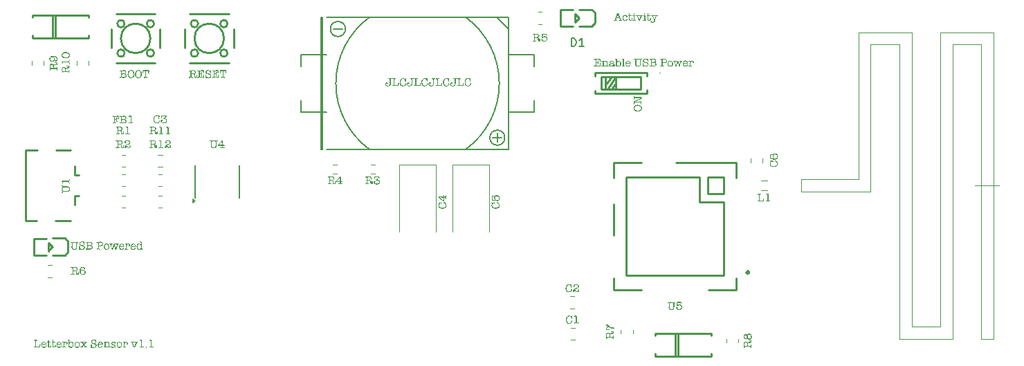
<source format=gbr>
%TF.GenerationSoftware,KiCad,Pcbnew,8.0.4*%
%TF.CreationDate,2024-08-17T13:27:17+02:00*%
%TF.ProjectId,letterboxsensor,6c657474-6572-4626-9f78-73656e736f72,rev?*%
%TF.SameCoordinates,Original*%
%TF.FileFunction,Legend,Top*%
%TF.FilePolarity,Positive*%
%FSLAX46Y46*%
G04 Gerber Fmt 4.6, Leading zero omitted, Abs format (unit mm)*
G04 Created by KiCad (PCBNEW 8.0.4) date 2024-08-17 13:27:17*
%MOMM*%
%LPD*%
G01*
G04 APERTURE LIST*
%ADD10C,0.150000*%
%ADD11C,0.125000*%
%ADD12C,0.120000*%
%ADD13C,0.254000*%
%ADD14C,0.152000*%
%ADD15C,0.152400*%
%ADD16C,0.151994*%
%ADD17C,0.059995*%
%ADD18C,0.300000*%
G04 APERTURE END LIST*
D10*
G36*
X115716887Y-52517857D02*
G01*
X115736671Y-52477801D01*
X115715666Y-52470474D01*
X115670656Y-52493047D01*
X115661688Y-52504668D01*
X115641748Y-52551399D01*
X115638485Y-52583558D01*
X115645585Y-52635067D01*
X115666884Y-52680111D01*
X115698569Y-52715450D01*
X115739542Y-52742884D01*
X115787050Y-52760157D01*
X115841093Y-52767270D01*
X115852686Y-52767473D01*
X115902634Y-52764470D01*
X115956825Y-52752268D01*
X116001857Y-52730681D01*
X116043806Y-52692388D01*
X116068688Y-52650152D01*
X116084412Y-52598531D01*
X116088136Y-52575254D01*
X116092859Y-52525106D01*
X116095759Y-52472453D01*
X116097295Y-52420145D01*
X116097868Y-52370677D01*
X116097906Y-52353237D01*
X116097906Y-52308053D01*
X116096441Y-52083349D01*
X116090799Y-52032817D01*
X116062731Y-51989022D01*
X116025122Y-51978813D01*
X115995568Y-51981744D01*
X115957955Y-51985896D01*
X115926936Y-51972951D01*
X115914480Y-51940467D01*
X115940987Y-51897821D01*
X115976029Y-51892107D01*
X115995568Y-51893328D01*
X116069818Y-51902365D01*
X116120652Y-51906648D01*
X116156524Y-51907494D01*
X116207340Y-51905485D01*
X116251779Y-51901144D01*
X116316259Y-51893328D01*
X116335799Y-51892107D01*
X116383824Y-51905755D01*
X116397348Y-51940467D01*
X116372206Y-51983057D01*
X116352651Y-51985896D01*
X116314794Y-51981744D01*
X116285240Y-51978813D01*
X116239064Y-51995904D01*
X116217334Y-52042021D01*
X116213921Y-52082372D01*
X116213921Y-52350062D01*
X116213658Y-52400407D01*
X116212588Y-52457241D01*
X116210696Y-52507301D01*
X116207338Y-52558432D01*
X116201018Y-52611433D01*
X116197069Y-52631430D01*
X116179246Y-52681135D01*
X116153348Y-52724011D01*
X116134054Y-52747690D01*
X116093210Y-52786287D01*
X116047248Y-52816898D01*
X115996169Y-52839524D01*
X115939972Y-52854164D01*
X115889232Y-52860264D01*
X115857083Y-52861263D01*
X115803885Y-52858584D01*
X115754569Y-52850546D01*
X115701939Y-52834398D01*
X115654592Y-52810956D01*
X115618213Y-52785059D01*
X115582525Y-52749509D01*
X115552471Y-52703729D01*
X115533867Y-52652453D01*
X115526980Y-52603079D01*
X115526622Y-52588199D01*
X115532156Y-52534990D01*
X115548756Y-52487411D01*
X115576425Y-52445460D01*
X115583286Y-52437745D01*
X115621373Y-52405546D01*
X115669439Y-52383900D01*
X115718746Y-52376744D01*
X115723970Y-52376685D01*
X115775537Y-52383715D01*
X115819539Y-52406712D01*
X115821912Y-52408681D01*
X115851451Y-52448053D01*
X115859769Y-52491723D01*
X115847130Y-52539992D01*
X115837299Y-52553761D01*
X115795302Y-52578976D01*
X115784054Y-52579895D01*
X115737159Y-52561577D01*
X115716887Y-52517857D01*
G37*
G36*
X116692882Y-52621172D02*
G01*
X116695251Y-52673161D01*
X116709734Y-52718136D01*
X116742463Y-52733524D01*
X116791269Y-52735893D01*
X116834298Y-52736210D01*
X116957397Y-52736210D01*
X117006583Y-52734240D01*
X117056357Y-52725481D01*
X117086113Y-52711297D01*
X117112182Y-52666922D01*
X117118321Y-52614879D01*
X117118353Y-52610181D01*
X117116887Y-52562554D01*
X117114578Y-52512923D01*
X117114200Y-52498806D01*
X117129656Y-52450618D01*
X117163049Y-52439211D01*
X117210645Y-52456599D01*
X117221912Y-52494166D01*
X117220446Y-52520300D01*
X117210676Y-52590642D01*
X117206723Y-52639603D01*
X117206524Y-52653900D01*
X117209333Y-52704118D01*
X117209944Y-52711053D01*
X117213479Y-52760157D01*
X117213607Y-52767962D01*
X117195778Y-52814490D01*
X117146676Y-52829939D01*
X117142288Y-52830000D01*
X117092649Y-52824435D01*
X117077808Y-52822184D01*
X117028452Y-52817787D01*
X116978580Y-52814612D01*
X116974249Y-52814368D01*
X116869225Y-52814368D01*
X116645254Y-52814368D01*
X116593193Y-52819314D01*
X116542772Y-52828107D01*
X116533147Y-52830000D01*
X116494556Y-52830000D01*
X116452058Y-52830000D01*
X116404462Y-52814312D01*
X116393196Y-52780418D01*
X116419731Y-52738326D01*
X116436671Y-52736210D01*
X116470132Y-52744026D01*
X116503838Y-52751842D01*
X116550014Y-52734428D01*
X116571744Y-52687442D01*
X116575157Y-52646329D01*
X116575157Y-52082861D01*
X116569515Y-52032564D01*
X116541447Y-51988974D01*
X116503838Y-51978813D01*
X116474284Y-51981744D01*
X116436671Y-51985896D01*
X116405652Y-51972951D01*
X116393196Y-51940467D01*
X116419177Y-51897821D01*
X116453524Y-51892107D01*
X116474284Y-51893328D01*
X116548534Y-51901144D01*
X116599328Y-51905702D01*
X116639637Y-51907494D01*
X116688794Y-51905256D01*
X116729274Y-51901144D01*
X116793754Y-51893328D01*
X116811828Y-51892107D01*
X116860996Y-51905755D01*
X116874842Y-51940467D01*
X116862142Y-51972951D01*
X116831367Y-51985896D01*
X116793754Y-51981744D01*
X116764200Y-51978813D01*
X116718024Y-51995743D01*
X116696294Y-52041424D01*
X116692882Y-52081395D01*
X116692882Y-52621172D01*
G37*
G36*
X117730914Y-51860844D02*
G01*
X117787148Y-51865189D01*
X117839346Y-51878223D01*
X117887509Y-51899948D01*
X117931635Y-51930362D01*
X117971727Y-51969465D01*
X117984193Y-51984431D01*
X117982728Y-51968066D01*
X117982728Y-51951702D01*
X117981263Y-51941200D01*
X117978576Y-51911402D01*
X117999702Y-51865781D01*
X118023272Y-51860844D01*
X118065272Y-51886615D01*
X118070900Y-51920683D01*
X118066900Y-51972397D01*
X118065282Y-51989071D01*
X118060854Y-52039722D01*
X118058443Y-52087501D01*
X118060231Y-52138677D01*
X118062595Y-52165903D01*
X118068213Y-52220125D01*
X118068213Y-52234291D01*
X118055635Y-52282468D01*
X118017899Y-52298527D01*
X117972735Y-52276915D01*
X117964654Y-52237222D01*
X117965875Y-52185687D01*
X117963036Y-52136793D01*
X117949551Y-52087516D01*
X117925169Y-52044306D01*
X117902861Y-52018869D01*
X117862677Y-51987817D01*
X117816041Y-51966928D01*
X117762952Y-51956201D01*
X117730669Y-51954633D01*
X117680850Y-51958403D01*
X117628066Y-51972329D01*
X117581033Y-51996517D01*
X117539749Y-52030966D01*
X117513782Y-52061856D01*
X117487137Y-52104941D01*
X117466006Y-52153779D01*
X117450386Y-52208370D01*
X117441582Y-52258257D01*
X117436605Y-52312140D01*
X117435380Y-52358122D01*
X117437342Y-52416485D01*
X117443227Y-52470674D01*
X117453036Y-52520689D01*
X117469986Y-52575197D01*
X117492586Y-52623695D01*
X117515736Y-52659518D01*
X117548202Y-52696206D01*
X117591744Y-52729415D01*
X117641387Y-52752292D01*
X117697131Y-52764838D01*
X117740683Y-52767473D01*
X117792680Y-52763000D01*
X117840867Y-52749580D01*
X117881367Y-52729616D01*
X117922858Y-52697891D01*
X117953907Y-52659503D01*
X117968806Y-52630209D01*
X117981446Y-52582459D01*
X117985511Y-52533412D01*
X117985659Y-52520788D01*
X117998909Y-52472428D01*
X118038660Y-52456308D01*
X118085071Y-52476710D01*
X118096057Y-52520788D01*
X118092416Y-52575102D01*
X118081494Y-52625568D01*
X118063290Y-52672188D01*
X118037805Y-52714961D01*
X118005038Y-52753887D01*
X117992498Y-52766008D01*
X117951542Y-52798380D01*
X117906345Y-52824054D01*
X117856906Y-52843030D01*
X117803225Y-52855309D01*
X117745302Y-52860890D01*
X117725052Y-52861263D01*
X117667906Y-52858001D01*
X117614470Y-52848216D01*
X117564742Y-52831907D01*
X117518724Y-52809075D01*
X117476414Y-52779719D01*
X117437814Y-52743840D01*
X117423412Y-52727662D01*
X117390975Y-52683677D01*
X117364035Y-52635374D01*
X117342594Y-52582755D01*
X117326650Y-52525818D01*
X117317853Y-52477160D01*
X117312575Y-52425739D01*
X117310816Y-52371556D01*
X117312621Y-52315605D01*
X117318036Y-52262425D01*
X117327062Y-52212015D01*
X117339698Y-52164377D01*
X117360569Y-52108724D01*
X117387082Y-52057401D01*
X117419235Y-52010407D01*
X117426343Y-52001528D01*
X117464240Y-51960999D01*
X117505727Y-51927339D01*
X117550803Y-51900549D01*
X117599469Y-51880628D01*
X117651725Y-51867576D01*
X117707570Y-51861393D01*
X117730914Y-51860844D01*
G37*
G36*
X118365457Y-52517857D02*
G01*
X118385240Y-52477801D01*
X118364235Y-52470474D01*
X118319225Y-52493047D01*
X118310258Y-52504668D01*
X118290318Y-52551399D01*
X118287055Y-52583558D01*
X118294154Y-52635067D01*
X118315454Y-52680111D01*
X118347138Y-52715450D01*
X118388111Y-52742884D01*
X118435619Y-52760157D01*
X118489663Y-52767270D01*
X118501256Y-52767473D01*
X118551203Y-52764470D01*
X118605395Y-52752268D01*
X118650427Y-52730681D01*
X118692376Y-52692388D01*
X118717258Y-52650152D01*
X118732981Y-52598531D01*
X118736706Y-52575254D01*
X118741428Y-52525106D01*
X118744329Y-52472453D01*
X118745865Y-52420145D01*
X118746437Y-52370677D01*
X118746475Y-52353237D01*
X118746475Y-52308053D01*
X118745010Y-52083349D01*
X118739369Y-52032817D01*
X118711301Y-51989022D01*
X118673691Y-51978813D01*
X118644138Y-51981744D01*
X118606524Y-51985896D01*
X118575505Y-51972951D01*
X118563049Y-51940467D01*
X118589556Y-51897821D01*
X118624598Y-51892107D01*
X118644138Y-51893328D01*
X118718387Y-51902365D01*
X118769221Y-51906648D01*
X118805094Y-51907494D01*
X118855910Y-51905485D01*
X118900348Y-51901144D01*
X118964829Y-51893328D01*
X118984368Y-51892107D01*
X119032393Y-51905755D01*
X119045917Y-51940467D01*
X119020775Y-51983057D01*
X119001221Y-51985896D01*
X118963363Y-51981744D01*
X118933810Y-51978813D01*
X118887633Y-51995904D01*
X118865903Y-52042021D01*
X118862491Y-52082372D01*
X118862491Y-52350062D01*
X118862227Y-52400407D01*
X118861158Y-52457241D01*
X118859265Y-52507301D01*
X118855908Y-52558432D01*
X118849588Y-52611433D01*
X118845638Y-52631430D01*
X118827815Y-52681135D01*
X118801918Y-52724011D01*
X118782623Y-52747690D01*
X118741779Y-52786287D01*
X118695818Y-52816898D01*
X118644739Y-52839524D01*
X118588542Y-52854164D01*
X118537802Y-52860264D01*
X118505652Y-52861263D01*
X118452455Y-52858584D01*
X118403139Y-52850546D01*
X118350509Y-52834398D01*
X118303161Y-52810956D01*
X118266782Y-52785059D01*
X118231094Y-52749509D01*
X118201041Y-52703729D01*
X118182436Y-52652453D01*
X118175549Y-52603079D01*
X118175191Y-52588199D01*
X118180725Y-52534990D01*
X118197326Y-52487411D01*
X118224994Y-52445460D01*
X118231856Y-52437745D01*
X118269942Y-52405546D01*
X118318009Y-52383900D01*
X118367315Y-52376744D01*
X118372540Y-52376685D01*
X118424106Y-52383715D01*
X118468108Y-52406712D01*
X118470481Y-52408681D01*
X118500020Y-52448053D01*
X118508339Y-52491723D01*
X118495699Y-52539992D01*
X118485868Y-52553761D01*
X118443872Y-52578976D01*
X118432623Y-52579895D01*
X118385729Y-52561577D01*
X118365457Y-52517857D01*
G37*
G36*
X119341451Y-52621172D02*
G01*
X119343821Y-52673161D01*
X119358304Y-52718136D01*
X119391032Y-52733524D01*
X119439839Y-52735893D01*
X119482868Y-52736210D01*
X119605966Y-52736210D01*
X119655153Y-52734240D01*
X119704927Y-52725481D01*
X119734682Y-52711297D01*
X119760751Y-52666922D01*
X119766891Y-52614879D01*
X119766922Y-52610181D01*
X119765457Y-52562554D01*
X119763148Y-52512923D01*
X119762770Y-52498806D01*
X119778226Y-52450618D01*
X119811618Y-52439211D01*
X119859214Y-52456599D01*
X119870481Y-52494166D01*
X119869016Y-52520300D01*
X119859246Y-52590642D01*
X119855292Y-52639603D01*
X119855094Y-52653900D01*
X119857902Y-52704118D01*
X119858513Y-52711053D01*
X119862048Y-52760157D01*
X119862177Y-52767962D01*
X119844347Y-52814490D01*
X119795246Y-52829939D01*
X119790858Y-52830000D01*
X119741218Y-52824435D01*
X119726378Y-52822184D01*
X119677022Y-52817787D01*
X119627149Y-52814612D01*
X119622819Y-52814368D01*
X119517794Y-52814368D01*
X119293824Y-52814368D01*
X119241763Y-52819314D01*
X119191342Y-52828107D01*
X119181716Y-52830000D01*
X119143126Y-52830000D01*
X119100628Y-52830000D01*
X119053032Y-52814312D01*
X119041765Y-52780418D01*
X119068300Y-52738326D01*
X119085240Y-52736210D01*
X119118702Y-52744026D01*
X119152407Y-52751842D01*
X119198583Y-52734428D01*
X119220313Y-52687442D01*
X119223726Y-52646329D01*
X119223726Y-52082861D01*
X119218085Y-52032564D01*
X119190017Y-51988974D01*
X119152407Y-51978813D01*
X119122854Y-51981744D01*
X119085240Y-51985896D01*
X119054221Y-51972951D01*
X119041765Y-51940467D01*
X119067746Y-51897821D01*
X119102093Y-51892107D01*
X119122854Y-51893328D01*
X119197103Y-51901144D01*
X119247897Y-51905702D01*
X119288206Y-51907494D01*
X119337363Y-51905256D01*
X119377843Y-51901144D01*
X119442323Y-51893328D01*
X119460397Y-51892107D01*
X119509566Y-51905755D01*
X119523412Y-51940467D01*
X119510711Y-51972951D01*
X119479937Y-51985896D01*
X119442323Y-51981744D01*
X119412770Y-51978813D01*
X119366594Y-51995743D01*
X119344864Y-52041424D01*
X119341451Y-52081395D01*
X119341451Y-52621172D01*
G37*
G36*
X120379483Y-51860844D02*
G01*
X120435717Y-51865189D01*
X120487915Y-51878223D01*
X120536078Y-51899948D01*
X120580205Y-51930362D01*
X120620296Y-51969465D01*
X120632763Y-51984431D01*
X120631297Y-51968066D01*
X120631297Y-51951702D01*
X120629832Y-51941200D01*
X120627145Y-51911402D01*
X120648271Y-51865781D01*
X120671842Y-51860844D01*
X120713841Y-51886615D01*
X120719469Y-51920683D01*
X120715470Y-51972397D01*
X120713852Y-51989071D01*
X120709424Y-52039722D01*
X120707013Y-52087501D01*
X120708801Y-52138677D01*
X120711165Y-52165903D01*
X120716782Y-52220125D01*
X120716782Y-52234291D01*
X120704204Y-52282468D01*
X120666468Y-52298527D01*
X120621304Y-52276915D01*
X120613224Y-52237222D01*
X120614445Y-52185687D01*
X120611605Y-52136793D01*
X120598120Y-52087516D01*
X120573738Y-52044306D01*
X120551430Y-52018869D01*
X120511247Y-51987817D01*
X120464610Y-51966928D01*
X120411521Y-51956201D01*
X120379239Y-51954633D01*
X120329419Y-51958403D01*
X120276635Y-51972329D01*
X120229602Y-51996517D01*
X120188319Y-52030966D01*
X120162351Y-52061856D01*
X120135707Y-52104941D01*
X120114575Y-52153779D01*
X120098956Y-52208370D01*
X120090151Y-52258257D01*
X120085174Y-52312140D01*
X120083949Y-52358122D01*
X120085911Y-52416485D01*
X120091797Y-52470674D01*
X120101606Y-52520689D01*
X120118556Y-52575197D01*
X120141156Y-52623695D01*
X120164305Y-52659518D01*
X120196771Y-52696206D01*
X120240314Y-52729415D01*
X120289957Y-52752292D01*
X120345701Y-52764838D01*
X120389253Y-52767473D01*
X120441249Y-52763000D01*
X120489436Y-52749580D01*
X120529937Y-52729616D01*
X120571427Y-52697891D01*
X120602477Y-52659503D01*
X120617376Y-52630209D01*
X120630015Y-52582459D01*
X120634080Y-52533412D01*
X120634228Y-52520788D01*
X120647479Y-52472428D01*
X120687229Y-52456308D01*
X120733640Y-52476710D01*
X120744626Y-52520788D01*
X120740985Y-52575102D01*
X120730063Y-52625568D01*
X120711859Y-52672188D01*
X120686374Y-52714961D01*
X120653608Y-52753887D01*
X120641067Y-52766008D01*
X120600112Y-52798380D01*
X120554914Y-52824054D01*
X120505475Y-52843030D01*
X120451794Y-52855309D01*
X120393871Y-52860890D01*
X120373621Y-52861263D01*
X120316476Y-52858001D01*
X120263039Y-52848216D01*
X120213312Y-52831907D01*
X120167293Y-52809075D01*
X120124984Y-52779719D01*
X120086383Y-52743840D01*
X120071981Y-52727662D01*
X120039544Y-52683677D01*
X120012605Y-52635374D01*
X119991163Y-52582755D01*
X119975219Y-52525818D01*
X119966423Y-52477160D01*
X119961145Y-52425739D01*
X119959385Y-52371556D01*
X119961191Y-52315605D01*
X119966606Y-52262425D01*
X119975631Y-52212015D01*
X119988267Y-52164377D01*
X120009139Y-52108724D01*
X120035651Y-52057401D01*
X120067805Y-52010407D01*
X120074912Y-52001528D01*
X120112809Y-51960999D01*
X120154296Y-51927339D01*
X120199372Y-51900549D01*
X120248038Y-51880628D01*
X120300294Y-51867576D01*
X120356140Y-51861393D01*
X120379483Y-51860844D01*
G37*
G36*
X121014026Y-52517857D02*
G01*
X121033810Y-52477801D01*
X121012805Y-52470474D01*
X120967794Y-52493047D01*
X120958827Y-52504668D01*
X120938887Y-52551399D01*
X120935624Y-52583558D01*
X120942724Y-52635067D01*
X120964023Y-52680111D01*
X120995708Y-52715450D01*
X121036680Y-52742884D01*
X121084189Y-52760157D01*
X121138232Y-52767270D01*
X121149825Y-52767473D01*
X121199773Y-52764470D01*
X121253964Y-52752268D01*
X121298996Y-52730681D01*
X121340945Y-52692388D01*
X121365827Y-52650152D01*
X121381550Y-52598531D01*
X121385275Y-52575254D01*
X121389998Y-52525106D01*
X121392898Y-52472453D01*
X121394434Y-52420145D01*
X121395007Y-52370677D01*
X121395045Y-52353237D01*
X121395045Y-52308053D01*
X121393579Y-52083349D01*
X121387938Y-52032817D01*
X121359870Y-51989022D01*
X121322260Y-51978813D01*
X121292707Y-51981744D01*
X121255094Y-51985896D01*
X121224075Y-51972951D01*
X121211618Y-51940467D01*
X121238126Y-51897821D01*
X121273168Y-51892107D01*
X121292707Y-51893328D01*
X121366957Y-51902365D01*
X121417791Y-51906648D01*
X121453663Y-51907494D01*
X121504479Y-51905485D01*
X121548918Y-51901144D01*
X121613398Y-51893328D01*
X121632937Y-51892107D01*
X121680963Y-51905755D01*
X121694487Y-51940467D01*
X121669345Y-51983057D01*
X121649790Y-51985896D01*
X121611933Y-51981744D01*
X121582379Y-51978813D01*
X121536203Y-51995904D01*
X121514473Y-52042021D01*
X121511060Y-52082372D01*
X121511060Y-52350062D01*
X121510797Y-52400407D01*
X121509727Y-52457241D01*
X121507834Y-52507301D01*
X121504477Y-52558432D01*
X121498157Y-52611433D01*
X121494207Y-52631430D01*
X121476384Y-52681135D01*
X121450487Y-52724011D01*
X121431193Y-52747690D01*
X121390349Y-52786287D01*
X121344387Y-52816898D01*
X121293308Y-52839524D01*
X121237111Y-52854164D01*
X121186371Y-52860264D01*
X121154221Y-52861263D01*
X121101024Y-52858584D01*
X121051708Y-52850546D01*
X120999078Y-52834398D01*
X120951731Y-52810956D01*
X120915352Y-52785059D01*
X120879664Y-52749509D01*
X120849610Y-52703729D01*
X120831006Y-52652453D01*
X120824119Y-52603079D01*
X120823761Y-52588199D01*
X120829294Y-52534990D01*
X120845895Y-52487411D01*
X120873563Y-52445460D01*
X120880425Y-52437745D01*
X120918512Y-52405546D01*
X120966578Y-52383900D01*
X121015885Y-52376744D01*
X121021109Y-52376685D01*
X121072676Y-52383715D01*
X121116677Y-52406712D01*
X121119050Y-52408681D01*
X121148590Y-52448053D01*
X121156908Y-52491723D01*
X121144269Y-52539992D01*
X121134438Y-52553761D01*
X121092441Y-52578976D01*
X121081193Y-52579895D01*
X121034298Y-52561577D01*
X121014026Y-52517857D01*
G37*
G36*
X121990020Y-52621172D02*
G01*
X121992390Y-52673161D01*
X122006873Y-52718136D01*
X122039602Y-52733524D01*
X122088408Y-52735893D01*
X122131437Y-52736210D01*
X122254535Y-52736210D01*
X122303722Y-52734240D01*
X122353496Y-52725481D01*
X122383251Y-52711297D01*
X122409321Y-52666922D01*
X122415460Y-52614879D01*
X122415491Y-52610181D01*
X122414026Y-52562554D01*
X122411717Y-52512923D01*
X122411339Y-52498806D01*
X122426795Y-52450618D01*
X122460188Y-52439211D01*
X122507784Y-52456599D01*
X122519050Y-52494166D01*
X122517585Y-52520300D01*
X122507815Y-52590642D01*
X122503862Y-52639603D01*
X122503663Y-52653900D01*
X122506471Y-52704118D01*
X122507083Y-52711053D01*
X122510617Y-52760157D01*
X122510746Y-52767962D01*
X122492916Y-52814490D01*
X122443815Y-52829939D01*
X122439427Y-52830000D01*
X122389788Y-52824435D01*
X122374947Y-52822184D01*
X122325591Y-52817787D01*
X122275719Y-52814612D01*
X122271388Y-52814368D01*
X122166364Y-52814368D01*
X121942393Y-52814368D01*
X121890332Y-52819314D01*
X121839911Y-52828107D01*
X121830286Y-52830000D01*
X121791695Y-52830000D01*
X121749197Y-52830000D01*
X121701601Y-52814312D01*
X121690334Y-52780418D01*
X121716870Y-52738326D01*
X121733810Y-52736210D01*
X121767271Y-52744026D01*
X121800976Y-52751842D01*
X121847153Y-52734428D01*
X121868883Y-52687442D01*
X121872295Y-52646329D01*
X121872295Y-52082861D01*
X121866654Y-52032564D01*
X121838586Y-51988974D01*
X121800976Y-51978813D01*
X121771423Y-51981744D01*
X121733810Y-51985896D01*
X121702791Y-51972951D01*
X121690334Y-51940467D01*
X121716316Y-51897821D01*
X121750662Y-51892107D01*
X121771423Y-51893328D01*
X121845673Y-51901144D01*
X121896467Y-51905702D01*
X121936775Y-51907494D01*
X121985932Y-51905256D01*
X122026413Y-51901144D01*
X122090893Y-51893328D01*
X122108967Y-51892107D01*
X122158135Y-51905755D01*
X122171981Y-51940467D01*
X122159281Y-51972951D01*
X122128506Y-51985896D01*
X122090893Y-51981744D01*
X122061339Y-51978813D01*
X122015163Y-51995743D01*
X121993433Y-52041424D01*
X121990020Y-52081395D01*
X121990020Y-52621172D01*
G37*
G36*
X123028053Y-51860844D02*
G01*
X123084287Y-51865189D01*
X123136485Y-51878223D01*
X123184648Y-51899948D01*
X123228774Y-51930362D01*
X123268865Y-51969465D01*
X123281332Y-51984431D01*
X123279867Y-51968066D01*
X123279867Y-51951702D01*
X123278401Y-51941200D01*
X123275715Y-51911402D01*
X123296841Y-51865781D01*
X123320411Y-51860844D01*
X123362411Y-51886615D01*
X123368039Y-51920683D01*
X123364039Y-51972397D01*
X123362421Y-51989071D01*
X123357993Y-52039722D01*
X123355582Y-52087501D01*
X123357370Y-52138677D01*
X123359734Y-52165903D01*
X123365352Y-52220125D01*
X123365352Y-52234291D01*
X123352773Y-52282468D01*
X123315038Y-52298527D01*
X123269873Y-52276915D01*
X123261793Y-52237222D01*
X123263014Y-52185687D01*
X123260175Y-52136793D01*
X123246689Y-52087516D01*
X123222308Y-52044306D01*
X123200000Y-52018869D01*
X123159816Y-51987817D01*
X123113180Y-51966928D01*
X123060091Y-51956201D01*
X123027808Y-51954633D01*
X122977988Y-51958403D01*
X122925205Y-51972329D01*
X122878171Y-51996517D01*
X122836888Y-52030966D01*
X122810921Y-52061856D01*
X122784276Y-52104941D01*
X122763144Y-52153779D01*
X122747525Y-52208370D01*
X122738720Y-52258257D01*
X122733744Y-52312140D01*
X122732519Y-52358122D01*
X122734481Y-52416485D01*
X122740366Y-52470674D01*
X122750175Y-52520689D01*
X122767125Y-52575197D01*
X122789725Y-52623695D01*
X122812875Y-52659518D01*
X122845341Y-52696206D01*
X122888883Y-52729415D01*
X122938526Y-52752292D01*
X122994270Y-52764838D01*
X123037822Y-52767473D01*
X123089819Y-52763000D01*
X123138006Y-52749580D01*
X123178506Y-52729616D01*
X123219997Y-52697891D01*
X123251046Y-52659503D01*
X123265945Y-52630209D01*
X123278585Y-52582459D01*
X123282650Y-52533412D01*
X123282798Y-52520788D01*
X123296048Y-52472428D01*
X123335799Y-52456308D01*
X123382209Y-52476710D01*
X123393196Y-52520788D01*
X123389555Y-52575102D01*
X123378633Y-52625568D01*
X123360429Y-52672188D01*
X123334944Y-52714961D01*
X123302177Y-52753887D01*
X123289637Y-52766008D01*
X123248681Y-52798380D01*
X123203484Y-52824054D01*
X123154045Y-52843030D01*
X123100364Y-52855309D01*
X123042441Y-52860890D01*
X123022191Y-52861263D01*
X122965045Y-52858001D01*
X122911609Y-52848216D01*
X122861881Y-52831907D01*
X122815863Y-52809075D01*
X122773553Y-52779719D01*
X122734953Y-52743840D01*
X122720551Y-52727662D01*
X122688113Y-52683677D01*
X122661174Y-52635374D01*
X122639732Y-52582755D01*
X122623789Y-52525818D01*
X122614992Y-52477160D01*
X122609714Y-52425739D01*
X122607955Y-52371556D01*
X122609760Y-52315605D01*
X122615175Y-52262425D01*
X122624201Y-52212015D01*
X122636837Y-52164377D01*
X122657708Y-52108724D01*
X122684221Y-52057401D01*
X122716374Y-52010407D01*
X122723482Y-52001528D01*
X122761379Y-51960999D01*
X122802865Y-51927339D01*
X122847942Y-51900549D01*
X122896608Y-51880628D01*
X122948864Y-51867576D01*
X123004709Y-51861393D01*
X123028053Y-51860844D01*
G37*
G36*
X123662595Y-52517857D02*
G01*
X123682379Y-52477801D01*
X123661374Y-52470474D01*
X123616364Y-52493047D01*
X123607397Y-52504668D01*
X123587456Y-52551399D01*
X123584193Y-52583558D01*
X123591293Y-52635067D01*
X123612592Y-52680111D01*
X123644277Y-52715450D01*
X123685250Y-52742884D01*
X123732758Y-52760157D01*
X123786802Y-52767270D01*
X123798394Y-52767473D01*
X123848342Y-52764470D01*
X123902534Y-52752268D01*
X123947566Y-52730681D01*
X123989515Y-52692388D01*
X124014397Y-52650152D01*
X124030120Y-52598531D01*
X124033845Y-52575254D01*
X124038567Y-52525106D01*
X124041468Y-52472453D01*
X124043004Y-52420145D01*
X124043576Y-52370677D01*
X124043614Y-52353237D01*
X124043614Y-52308053D01*
X124042149Y-52083349D01*
X124036507Y-52032817D01*
X124008440Y-51989022D01*
X123970830Y-51978813D01*
X123941277Y-51981744D01*
X123903663Y-51985896D01*
X123872644Y-51972951D01*
X123860188Y-51940467D01*
X123886695Y-51897821D01*
X123921737Y-51892107D01*
X123941277Y-51893328D01*
X124015526Y-51902365D01*
X124066360Y-51906648D01*
X124102233Y-51907494D01*
X124153048Y-51905485D01*
X124197487Y-51901144D01*
X124261967Y-51893328D01*
X124281507Y-51892107D01*
X124329532Y-51905755D01*
X124343056Y-51940467D01*
X124317914Y-51983057D01*
X124298360Y-51985896D01*
X124260502Y-51981744D01*
X124230949Y-51978813D01*
X124184772Y-51995904D01*
X124163042Y-52042021D01*
X124159630Y-52082372D01*
X124159630Y-52350062D01*
X124159366Y-52400407D01*
X124158297Y-52457241D01*
X124156404Y-52507301D01*
X124153047Y-52558432D01*
X124146727Y-52611433D01*
X124142777Y-52631430D01*
X124124954Y-52681135D01*
X124099056Y-52724011D01*
X124079762Y-52747690D01*
X124038918Y-52786287D01*
X123992957Y-52816898D01*
X123941878Y-52839524D01*
X123885681Y-52854164D01*
X123834941Y-52860264D01*
X123802791Y-52861263D01*
X123749594Y-52858584D01*
X123700278Y-52850546D01*
X123647648Y-52834398D01*
X123600300Y-52810956D01*
X123563921Y-52785059D01*
X123528233Y-52749509D01*
X123498180Y-52703729D01*
X123479575Y-52652453D01*
X123472688Y-52603079D01*
X123472330Y-52588199D01*
X123477864Y-52534990D01*
X123494465Y-52487411D01*
X123522133Y-52445460D01*
X123528995Y-52437745D01*
X123567081Y-52405546D01*
X123615147Y-52383900D01*
X123664454Y-52376744D01*
X123669678Y-52376685D01*
X123721245Y-52383715D01*
X123765247Y-52406712D01*
X123767620Y-52408681D01*
X123797159Y-52448053D01*
X123805478Y-52491723D01*
X123792838Y-52539992D01*
X123783007Y-52553761D01*
X123741011Y-52578976D01*
X123729762Y-52579895D01*
X123682868Y-52561577D01*
X123662595Y-52517857D01*
G37*
G36*
X124638590Y-52621172D02*
G01*
X124640960Y-52673161D01*
X124655443Y-52718136D01*
X124688171Y-52733524D01*
X124736978Y-52735893D01*
X124780006Y-52736210D01*
X124903105Y-52736210D01*
X124952291Y-52734240D01*
X125002065Y-52725481D01*
X125031821Y-52711297D01*
X125057890Y-52666922D01*
X125064029Y-52614879D01*
X125064061Y-52610181D01*
X125062595Y-52562554D01*
X125060287Y-52512923D01*
X125059909Y-52498806D01*
X125075365Y-52450618D01*
X125108757Y-52439211D01*
X125156353Y-52456599D01*
X125167620Y-52494166D01*
X125166154Y-52520300D01*
X125156385Y-52590642D01*
X125152431Y-52639603D01*
X125152233Y-52653900D01*
X125155041Y-52704118D01*
X125155652Y-52711053D01*
X125159187Y-52760157D01*
X125159316Y-52767962D01*
X125141486Y-52814490D01*
X125092384Y-52829939D01*
X125087997Y-52830000D01*
X125038357Y-52824435D01*
X125023517Y-52822184D01*
X124974160Y-52817787D01*
X124924288Y-52814612D01*
X124919958Y-52814368D01*
X124814933Y-52814368D01*
X124590963Y-52814368D01*
X124538902Y-52819314D01*
X124488481Y-52828107D01*
X124478855Y-52830000D01*
X124440265Y-52830000D01*
X124397766Y-52830000D01*
X124350171Y-52814312D01*
X124338904Y-52780418D01*
X124365439Y-52738326D01*
X124382379Y-52736210D01*
X124415840Y-52744026D01*
X124449546Y-52751842D01*
X124495722Y-52734428D01*
X124517452Y-52687442D01*
X124520865Y-52646329D01*
X124520865Y-52082861D01*
X124515223Y-52032564D01*
X124487155Y-51988974D01*
X124449546Y-51978813D01*
X124419993Y-51981744D01*
X124382379Y-51985896D01*
X124351360Y-51972951D01*
X124338904Y-51940467D01*
X124364885Y-51897821D01*
X124399232Y-51892107D01*
X124419993Y-51893328D01*
X124494242Y-51901144D01*
X124545036Y-51905702D01*
X124585345Y-51907494D01*
X124634502Y-51905256D01*
X124674982Y-51901144D01*
X124739462Y-51893328D01*
X124757536Y-51892107D01*
X124806705Y-51905755D01*
X124820551Y-51940467D01*
X124807850Y-51972951D01*
X124777076Y-51985896D01*
X124739462Y-51981744D01*
X124709909Y-51978813D01*
X124663733Y-51995743D01*
X124642003Y-52041424D01*
X124638590Y-52081395D01*
X124638590Y-52621172D01*
G37*
G36*
X125676622Y-51860844D02*
G01*
X125732856Y-51865189D01*
X125785054Y-51878223D01*
X125833217Y-51899948D01*
X125877344Y-51930362D01*
X125917435Y-51969465D01*
X125929902Y-51984431D01*
X125928436Y-51968066D01*
X125928436Y-51951702D01*
X125926971Y-51941200D01*
X125924284Y-51911402D01*
X125945410Y-51865781D01*
X125968981Y-51860844D01*
X126010980Y-51886615D01*
X126016608Y-51920683D01*
X126012609Y-51972397D01*
X126010990Y-51989071D01*
X126006563Y-52039722D01*
X126004152Y-52087501D01*
X126005940Y-52138677D01*
X126008304Y-52165903D01*
X126013921Y-52220125D01*
X126013921Y-52234291D01*
X126001343Y-52282468D01*
X125963607Y-52298527D01*
X125918443Y-52276915D01*
X125910362Y-52237222D01*
X125911584Y-52185687D01*
X125908744Y-52136793D01*
X125895259Y-52087516D01*
X125870877Y-52044306D01*
X125848569Y-52018869D01*
X125808386Y-51987817D01*
X125761749Y-51966928D01*
X125708660Y-51956201D01*
X125676378Y-51954633D01*
X125626558Y-51958403D01*
X125573774Y-51972329D01*
X125526741Y-51996517D01*
X125485458Y-52030966D01*
X125459490Y-52061856D01*
X125432846Y-52104941D01*
X125411714Y-52153779D01*
X125396095Y-52208370D01*
X125387290Y-52258257D01*
X125382313Y-52312140D01*
X125381088Y-52358122D01*
X125383050Y-52416485D01*
X125388935Y-52470674D01*
X125398744Y-52520689D01*
X125415695Y-52575197D01*
X125438295Y-52623695D01*
X125461444Y-52659518D01*
X125493910Y-52696206D01*
X125537452Y-52729415D01*
X125587096Y-52752292D01*
X125642839Y-52764838D01*
X125686392Y-52767473D01*
X125738388Y-52763000D01*
X125786575Y-52749580D01*
X125827076Y-52729616D01*
X125868566Y-52697891D01*
X125899616Y-52659503D01*
X125914515Y-52630209D01*
X125927154Y-52582459D01*
X125931219Y-52533412D01*
X125931367Y-52520788D01*
X125944617Y-52472428D01*
X125984368Y-52456308D01*
X126030779Y-52476710D01*
X126041765Y-52520788D01*
X126038124Y-52575102D01*
X126027202Y-52625568D01*
X126008998Y-52672188D01*
X125983513Y-52714961D01*
X125950746Y-52753887D01*
X125938206Y-52766008D01*
X125897251Y-52798380D01*
X125852053Y-52824054D01*
X125802614Y-52843030D01*
X125748933Y-52855309D01*
X125691010Y-52860890D01*
X125670760Y-52861263D01*
X125613615Y-52858001D01*
X125560178Y-52848216D01*
X125510451Y-52831907D01*
X125464432Y-52809075D01*
X125422123Y-52779719D01*
X125383522Y-52743840D01*
X125369120Y-52727662D01*
X125336683Y-52683677D01*
X125309743Y-52635374D01*
X125288302Y-52582755D01*
X125272358Y-52525818D01*
X125263562Y-52477160D01*
X125258284Y-52425739D01*
X125256524Y-52371556D01*
X125258329Y-52315605D01*
X125263745Y-52262425D01*
X125272770Y-52212015D01*
X125285406Y-52164377D01*
X125306278Y-52108724D01*
X125332790Y-52057401D01*
X125364944Y-52010407D01*
X125372051Y-52001528D01*
X125409948Y-51960999D01*
X125451435Y-51927339D01*
X125496511Y-51900549D01*
X125545177Y-51880628D01*
X125597433Y-51867576D01*
X125653279Y-51861393D01*
X125676622Y-51860844D01*
G37*
D11*
G36*
X77289916Y-72111926D02*
G01*
X77286985Y-72201563D01*
X77281367Y-72314891D01*
X77281367Y-72530802D01*
X77283087Y-72581702D01*
X77289859Y-72632525D01*
X77303105Y-72673684D01*
X77334429Y-72713496D01*
X77377566Y-72740317D01*
X77384926Y-72743538D01*
X77434427Y-72759900D01*
X77485051Y-72767099D01*
X77499720Y-72767473D01*
X77549959Y-72764010D01*
X77598708Y-72752332D01*
X77631123Y-72738164D01*
X77671608Y-72708472D01*
X77699788Y-72665149D01*
X77701953Y-72659030D01*
X77713253Y-72610243D01*
X77718474Y-72560166D01*
X77719539Y-72532267D01*
X77722470Y-72172254D01*
X77722257Y-72119656D01*
X77721200Y-72069467D01*
X77719783Y-72051598D01*
X77701845Y-72005421D01*
X77658851Y-71980905D01*
X77648220Y-71980279D01*
X77620132Y-71982477D01*
X77582519Y-71985896D01*
X77550767Y-71972463D01*
X77537578Y-71940956D01*
X77564085Y-71897879D01*
X77599127Y-71892107D01*
X77618667Y-71893328D01*
X77701465Y-71903586D01*
X77752298Y-71907250D01*
X77771318Y-71907494D01*
X77820961Y-71905433D01*
X77834333Y-71903831D01*
X77894661Y-71895771D01*
X77928122Y-71892107D01*
X77975718Y-71906945D01*
X77986985Y-71939002D01*
X77959856Y-71981317D01*
X77929588Y-71985896D01*
X77914200Y-71985896D01*
X77900034Y-71985896D01*
X77855155Y-72009527D01*
X77848255Y-72027906D01*
X77842301Y-72077709D01*
X77839859Y-72131442D01*
X77838829Y-72182521D01*
X77838495Y-72232145D01*
X77838485Y-72242840D01*
X77838485Y-72487083D01*
X77837937Y-72538932D01*
X77835830Y-72588116D01*
X77832868Y-72618241D01*
X77820904Y-72668089D01*
X77799958Y-72716355D01*
X77785240Y-72739874D01*
X77749654Y-72781127D01*
X77705911Y-72813845D01*
X77654010Y-72838028D01*
X77604528Y-72851661D01*
X77549382Y-72859366D01*
X77501186Y-72861263D01*
X77442312Y-72858755D01*
X77388910Y-72851233D01*
X77340982Y-72838697D01*
X77288766Y-72815974D01*
X77245102Y-72785417D01*
X77209988Y-72747023D01*
X77183426Y-72700795D01*
X77168877Y-72652117D01*
X77162733Y-72602438D01*
X77160956Y-72548632D01*
X77161750Y-72495397D01*
X77163291Y-72446096D01*
X77165108Y-72399888D01*
X77167233Y-72348327D01*
X77168886Y-72295646D01*
X77169504Y-72251144D01*
X77169504Y-72177138D01*
X77169388Y-72126900D01*
X77168747Y-72076784D01*
X77168039Y-72062588D01*
X77154296Y-72012933D01*
X77113328Y-71985896D01*
X77103558Y-71985896D01*
X77091102Y-71985896D01*
X77072784Y-71985896D01*
X77025188Y-71971058D01*
X77013921Y-71939002D01*
X77039088Y-71896687D01*
X77067166Y-71892107D01*
X77114794Y-71896015D01*
X77164860Y-71902117D01*
X77215919Y-71905550D01*
X77242044Y-71906029D01*
X77294044Y-71904134D01*
X77342703Y-71899572D01*
X77380774Y-71894549D01*
X77417166Y-71892107D01*
X77465091Y-71908639D01*
X77474563Y-71939002D01*
X77449328Y-71982187D01*
X77425715Y-71985896D01*
X77392009Y-71982477D01*
X77358548Y-71978813D01*
X77312291Y-71999325D01*
X77298220Y-72026441D01*
X77291356Y-72075871D01*
X77289916Y-72111926D01*
G37*
G36*
X78423447Y-71860844D02*
G01*
X78473144Y-71864107D01*
X78526630Y-71876162D01*
X78575278Y-71897099D01*
X78619087Y-71926918D01*
X78647418Y-71953656D01*
X78647418Y-71933384D01*
X78662658Y-71885868D01*
X78690648Y-71876475D01*
X78732648Y-71902351D01*
X78738276Y-71936559D01*
X78738276Y-71944863D01*
X78734124Y-71986629D01*
X78730766Y-72035461D01*
X78729972Y-72080174D01*
X78732903Y-72124870D01*
X78737055Y-72180802D01*
X78738276Y-72200341D01*
X78726899Y-72248377D01*
X78686496Y-72267264D01*
X78641019Y-72247374D01*
X78632030Y-72210844D01*
X78632030Y-72204005D01*
X78634717Y-72165903D01*
X78636182Y-72134884D01*
X78630649Y-72085645D01*
X78611779Y-72039746D01*
X78579518Y-72002505D01*
X78535511Y-71975250D01*
X78486738Y-71960290D01*
X78435706Y-71954820D01*
X78423447Y-71954633D01*
X78370133Y-71959046D01*
X78319863Y-71974093D01*
X78278367Y-71999818D01*
X78245623Y-72037920D01*
X78227991Y-72084815D01*
X78224633Y-72120963D01*
X78232433Y-72171972D01*
X78259029Y-72217559D01*
X78299587Y-72249434D01*
X78304501Y-72252121D01*
X78351942Y-72269733D01*
X78403576Y-72282403D01*
X78454364Y-72291990D01*
X78461304Y-72293154D01*
X78510795Y-72301962D01*
X78563414Y-72313823D01*
X78615469Y-72329441D01*
X78662654Y-72349637D01*
X78689427Y-72366427D01*
X78729819Y-72404590D01*
X78758670Y-72449958D01*
X78775981Y-72502531D01*
X78781661Y-72554443D01*
X78781751Y-72562309D01*
X78777228Y-72617971D01*
X78763659Y-72668912D01*
X78741044Y-72715130D01*
X78709383Y-72756627D01*
X78687229Y-72778220D01*
X78643234Y-72810577D01*
X78593957Y-72834987D01*
X78539397Y-72851450D01*
X78488426Y-72859235D01*
X78442986Y-72861263D01*
X78385092Y-72857699D01*
X78331028Y-72847009D01*
X78280793Y-72829191D01*
X78234388Y-72804247D01*
X78191812Y-72772176D01*
X78178471Y-72759902D01*
X78179692Y-72772358D01*
X78179692Y-72780662D01*
X78182623Y-72809972D01*
X78161481Y-72855202D01*
X78133531Y-72861263D01*
X78089073Y-72840856D01*
X78080286Y-72803377D01*
X78081751Y-72792142D01*
X78087369Y-72720334D01*
X78090836Y-72670131D01*
X78091521Y-72651458D01*
X78088173Y-72600464D01*
X78084438Y-72568660D01*
X78079102Y-72517610D01*
X78077599Y-72485617D01*
X78092626Y-72437211D01*
X78130844Y-72423579D01*
X78176321Y-72445450D01*
X78185310Y-72485617D01*
X78185310Y-72510530D01*
X78184089Y-72542281D01*
X78188287Y-72591390D01*
X78203045Y-72640250D01*
X78228429Y-72682348D01*
X78251256Y-72706657D01*
X78292804Y-72736055D01*
X78341888Y-72755833D01*
X78391843Y-72765335D01*
X78433217Y-72767473D01*
X78483637Y-72764313D01*
X78533902Y-72753204D01*
X78581729Y-72731480D01*
X78602477Y-72716915D01*
X78638353Y-72677688D01*
X78659338Y-72629861D01*
X78665491Y-72578918D01*
X78657451Y-72525351D01*
X78633328Y-72481765D01*
X78593123Y-72448161D01*
X78545862Y-72427301D01*
X78497452Y-72415519D01*
X78417585Y-72401353D01*
X78368094Y-72391825D01*
X78317772Y-72380105D01*
X78269116Y-72365862D01*
X78232937Y-72352260D01*
X78187992Y-72325473D01*
X78151190Y-72288770D01*
X78136950Y-72268485D01*
X78115220Y-72223560D01*
X78103519Y-72174513D01*
X78101290Y-72139525D01*
X78105580Y-72087569D01*
X78118448Y-72040055D01*
X78143658Y-71991191D01*
X78174908Y-71953194D01*
X78190928Y-71938269D01*
X78232692Y-71908100D01*
X78279552Y-71885342D01*
X78331507Y-71869993D01*
X78380096Y-71862734D01*
X78423447Y-71860844D01*
G37*
G36*
X79037962Y-71900900D02*
G01*
X79088305Y-71904206D01*
X79117829Y-71904563D01*
X79168350Y-71905087D01*
X79217360Y-71906204D01*
X79269016Y-71907739D01*
X79319700Y-71898213D01*
X79368634Y-71893343D01*
X79410432Y-71892107D01*
X79461191Y-71894185D01*
X79514896Y-71901862D01*
X79562664Y-71915196D01*
X79609986Y-71937361D01*
X79630739Y-71951214D01*
X79668993Y-71988014D01*
X79694727Y-72032195D01*
X79707942Y-72083755D01*
X79709874Y-72115589D01*
X79704164Y-72165701D01*
X79683068Y-72216785D01*
X79646428Y-72259921D01*
X79602650Y-72290570D01*
X79557445Y-72311650D01*
X79547452Y-72315380D01*
X79594937Y-72331822D01*
X79639358Y-72352675D01*
X79644173Y-72355436D01*
X79688331Y-72387087D01*
X79721643Y-72424979D01*
X79744110Y-72469112D01*
X79755730Y-72519487D01*
X79757501Y-72551074D01*
X79752744Y-72604471D01*
X79738474Y-72652888D01*
X79714690Y-72696327D01*
X79681393Y-72734787D01*
X79658094Y-72754528D01*
X79611390Y-72783936D01*
X79566241Y-72803393D01*
X79516370Y-72817544D01*
X79461776Y-72826388D01*
X79412673Y-72829705D01*
X79392114Y-72830000D01*
X79342483Y-72829519D01*
X79288962Y-72828233D01*
X79239462Y-72826580D01*
X79186530Y-72824648D01*
X79135606Y-72823274D01*
X79103663Y-72822916D01*
X79053792Y-72823955D01*
X79032344Y-72825115D01*
X78966643Y-72829267D01*
X78956873Y-72830000D01*
X78946859Y-72830000D01*
X78899977Y-72815276D01*
X78886775Y-72780418D01*
X78913311Y-72738326D01*
X78930251Y-72736210D01*
X78967864Y-72736210D01*
X78997418Y-72736210D01*
X79043594Y-72719562D01*
X79065324Y-72674643D01*
X79068736Y-72635338D01*
X79068736Y-72460949D01*
X79173761Y-72460949D01*
X79173761Y-72609204D01*
X79177397Y-72661075D01*
X79195670Y-72708290D01*
X79204535Y-72716182D01*
X79251846Y-72729873D01*
X79303787Y-72734626D01*
X79355832Y-72736132D01*
X79372575Y-72736210D01*
X79433941Y-72733287D01*
X79487124Y-72724517D01*
X79542098Y-72705333D01*
X79584287Y-72677014D01*
X79618039Y-72630972D01*
X79632102Y-72582555D01*
X79634403Y-72549120D01*
X79628249Y-72499444D01*
X79604619Y-72450947D01*
X79563265Y-72414573D01*
X79515266Y-72393524D01*
X79454959Y-72380895D01*
X79397852Y-72376853D01*
X79382344Y-72376685D01*
X79266085Y-72376685D01*
X79215366Y-72381965D01*
X79179378Y-72408681D01*
X79173766Y-72458709D01*
X79173761Y-72460949D01*
X79068736Y-72460949D01*
X79068736Y-72093852D01*
X79173761Y-72093852D01*
X79173761Y-72177627D01*
X79175938Y-72226743D01*
X79186950Y-72266043D01*
X79233341Y-72281842D01*
X79260467Y-72282896D01*
X79338869Y-72282896D01*
X79396972Y-72280468D01*
X79447328Y-72273187D01*
X79499379Y-72257259D01*
X79545861Y-72228133D01*
X79574913Y-72188084D01*
X79586533Y-72137114D01*
X79586775Y-72127557D01*
X79576993Y-72072359D01*
X79547646Y-72030719D01*
X79498734Y-72002635D01*
X79441238Y-71989355D01*
X79382344Y-71985896D01*
X79332627Y-71986514D01*
X79278360Y-71989262D01*
X79229845Y-71995788D01*
X79206489Y-72003482D01*
X79178363Y-72047026D01*
X79173761Y-72093852D01*
X79068736Y-72093852D01*
X79068736Y-72087990D01*
X79063095Y-72038638D01*
X79035027Y-71995866D01*
X78997418Y-71985896D01*
X78967864Y-71985408D01*
X78930251Y-71984431D01*
X78888856Y-71957448D01*
X78886775Y-71940223D01*
X78914545Y-71897793D01*
X78951256Y-71892107D01*
X78969330Y-71892107D01*
X79037962Y-71900900D01*
G37*
G36*
X80749693Y-71893467D02*
G01*
X80802941Y-71898103D01*
X80850244Y-71906029D01*
X80899027Y-71920768D01*
X80945843Y-71945936D01*
X80984884Y-71980359D01*
X80995080Y-71992491D01*
X81022772Y-72036884D01*
X81040207Y-72086715D01*
X81047130Y-72136213D01*
X81047592Y-72153691D01*
X81043268Y-72207937D01*
X81030295Y-72256340D01*
X81004878Y-72304501D01*
X80968165Y-72345031D01*
X80957222Y-72353970D01*
X80913924Y-72381093D01*
X80862888Y-72401555D01*
X80812985Y-72413791D01*
X80757398Y-72421132D01*
X80706733Y-72423511D01*
X80696127Y-72423579D01*
X80596720Y-72423579D01*
X80547698Y-72423579D01*
X80542254Y-72423579D01*
X80539323Y-72423579D01*
X80510746Y-72431395D01*
X80504396Y-72467055D01*
X80504396Y-72495143D01*
X80504652Y-72547361D01*
X80505637Y-72600988D01*
X80507719Y-72651094D01*
X80513021Y-72702723D01*
X80514898Y-72711053D01*
X80550562Y-72745916D01*
X80575715Y-72748911D01*
X80605268Y-72741339D01*
X80642882Y-72736210D01*
X80684276Y-72763193D01*
X80686357Y-72780418D01*
X80662314Y-72823027D01*
X80624808Y-72830000D01*
X80605268Y-72828290D01*
X80535170Y-72822672D01*
X80483975Y-72820518D01*
X80446999Y-72820230D01*
X80397565Y-72821003D01*
X80367131Y-72822672D01*
X80285799Y-72829267D01*
X80277494Y-72830000D01*
X80267725Y-72830000D01*
X80218556Y-72816351D01*
X80204710Y-72781639D01*
X80217166Y-72749399D01*
X80248185Y-72736210D01*
X80285799Y-72743782D01*
X80315352Y-72748911D01*
X80361528Y-72731739D01*
X80383258Y-72685405D01*
X80386671Y-72644863D01*
X80386671Y-72088478D01*
X80504396Y-72088478D01*
X80504396Y-72288025D01*
X80536894Y-72325955D01*
X80557641Y-72329790D01*
X80609907Y-72329790D01*
X80638729Y-72329790D01*
X80691980Y-72328612D01*
X80744893Y-72324538D01*
X80795493Y-72316695D01*
X80803838Y-72314891D01*
X80852374Y-72297657D01*
X80893246Y-72266112D01*
X80918548Y-72221927D01*
X80927915Y-72172897D01*
X80928401Y-72157110D01*
X80922868Y-72107786D01*
X80901619Y-72059632D01*
X80864433Y-72023517D01*
X80811310Y-71999440D01*
X80754867Y-71988571D01*
X80701744Y-71985896D01*
X80652857Y-71986588D01*
X80603765Y-71989244D01*
X80554550Y-71995884D01*
X80514166Y-72014228D01*
X80504863Y-72064138D01*
X80504396Y-72088478D01*
X80386671Y-72088478D01*
X80381029Y-72038890D01*
X80352961Y-71995914D01*
X80315352Y-71985896D01*
X80285799Y-71985896D01*
X80247941Y-71985896D01*
X80206038Y-71960342D01*
X80203244Y-71940467D01*
X80229751Y-71897821D01*
X80264794Y-71892107D01*
X80285799Y-71894305D01*
X80354431Y-71907739D01*
X80405822Y-71904939D01*
X80438450Y-71904563D01*
X80487642Y-71903132D01*
X80522470Y-71900900D01*
X80576371Y-71897053D01*
X80628653Y-71894039D01*
X80680537Y-71892244D01*
X80696127Y-71892107D01*
X80749693Y-71893467D01*
G37*
G36*
X81495068Y-72114461D02*
G01*
X81545512Y-72124996D01*
X81591422Y-72142556D01*
X81639253Y-72171920D01*
X81680914Y-72210844D01*
X81710878Y-72250738D01*
X81734643Y-72295680D01*
X81752209Y-72345672D01*
X81763575Y-72400712D01*
X81768310Y-72450436D01*
X81769085Y-72481953D01*
X81766861Y-72533888D01*
X81760189Y-72582532D01*
X81746310Y-72636559D01*
X81726025Y-72685847D01*
X81699335Y-72730394D01*
X81677983Y-72757459D01*
X81641790Y-72792736D01*
X81601355Y-72820714D01*
X81556679Y-72841394D01*
X81507761Y-72854775D01*
X81454601Y-72860857D01*
X81435938Y-72861263D01*
X81382870Y-72857682D01*
X81333940Y-72846940D01*
X81282086Y-72825357D01*
X81235866Y-72794026D01*
X81200732Y-72759413D01*
X81170768Y-72718773D01*
X81147003Y-72673238D01*
X81129437Y-72622808D01*
X81118071Y-72567484D01*
X81113336Y-72517642D01*
X81112561Y-72486106D01*
X81113327Y-72467787D01*
X81227355Y-72467787D01*
X81227355Y-72486106D01*
X81229996Y-72540990D01*
X81237920Y-72590451D01*
X81253445Y-72640337D01*
X81279158Y-72687993D01*
X81282554Y-72692735D01*
X81317218Y-72728863D01*
X81363891Y-72755139D01*
X81413239Y-72766306D01*
X81437404Y-72767473D01*
X81491354Y-72761561D01*
X81538348Y-72743826D01*
X81578388Y-72714266D01*
X81597627Y-72692735D01*
X81625727Y-72645959D01*
X81642984Y-72596660D01*
X81652124Y-72547563D01*
X81655700Y-72492903D01*
X81655757Y-72484640D01*
X81653887Y-72434619D01*
X81645577Y-72375577D01*
X81630619Y-72325282D01*
X81602573Y-72274713D01*
X81564139Y-72237812D01*
X81515318Y-72214578D01*
X81456109Y-72205011D01*
X81443021Y-72204738D01*
X81391134Y-72210167D01*
X81341322Y-72228933D01*
X81299762Y-72261105D01*
X81288904Y-72273370D01*
X81261422Y-72316497D01*
X81243677Y-72362422D01*
X81232220Y-72415491D01*
X81227355Y-72467787D01*
X81113327Y-72467787D01*
X81114731Y-72434224D01*
X81121243Y-72385742D01*
X81134787Y-72332049D01*
X81154582Y-72283251D01*
X81180628Y-72239348D01*
X81201465Y-72212798D01*
X81236942Y-72178185D01*
X81283737Y-72146854D01*
X81336352Y-72125271D01*
X81386083Y-72114529D01*
X81440090Y-72110949D01*
X81495068Y-72114461D01*
G37*
G36*
X82055338Y-72317578D02*
G01*
X82157431Y-72751598D01*
X82266608Y-72257250D01*
X82278598Y-72209415D01*
X82297481Y-72162093D01*
X82303733Y-72152714D01*
X82346369Y-72128213D01*
X82366015Y-72126580D01*
X82414826Y-72139279D01*
X82429762Y-72153447D01*
X82451486Y-72199394D01*
X82464767Y-72247800D01*
X82466887Y-72257250D01*
X82571912Y-72751598D01*
X82675471Y-72317578D01*
X82684086Y-72268130D01*
X82685240Y-72246259D01*
X82685240Y-72243328D01*
X82654984Y-72204775D01*
X82653000Y-72204738D01*
X82616608Y-72212554D01*
X82580216Y-72220369D01*
X82534555Y-72200805D01*
X82528436Y-72174940D01*
X82555246Y-72133381D01*
X82597069Y-72126580D01*
X82618073Y-72128290D01*
X82675471Y-72137571D01*
X82725935Y-72141059D01*
X82745568Y-72141235D01*
X82796237Y-72138579D01*
X82818353Y-72135617D01*
X82864515Y-72128290D01*
X82879902Y-72126580D01*
X82926974Y-72140022D01*
X82940230Y-72174207D01*
X82914264Y-72217484D01*
X82894068Y-72220369D01*
X82870132Y-72212554D01*
X82844975Y-72204738D01*
X82808893Y-72239299D01*
X82789167Y-72285995D01*
X82774152Y-72333920D01*
X82766573Y-72362030D01*
X82671318Y-72726441D01*
X82656857Y-72773966D01*
X82633638Y-72817809D01*
X82632240Y-72819497D01*
X82589192Y-72843998D01*
X82570690Y-72845631D01*
X82521907Y-72829248D01*
X82491801Y-72790565D01*
X82474620Y-72743235D01*
X82471284Y-72729127D01*
X82366259Y-72235024D01*
X82257083Y-72719602D01*
X82243170Y-72769189D01*
X82220718Y-72813597D01*
X82217759Y-72817299D01*
X82174870Y-72843390D01*
X82153279Y-72845631D01*
X82104065Y-72828895D01*
X82075054Y-72787908D01*
X82065108Y-72758192D01*
X81930774Y-72249923D01*
X81903892Y-72207562D01*
X81891451Y-72204738D01*
X81866294Y-72214019D01*
X81835519Y-72220369D01*
X81792243Y-72195228D01*
X81789357Y-72175673D01*
X81816496Y-72132381D01*
X81852372Y-72126580D01*
X81867759Y-72128290D01*
X81928087Y-72139036D01*
X81977864Y-72142697D01*
X81979867Y-72142700D01*
X82030320Y-72140203D01*
X82069504Y-72135617D01*
X82119207Y-72128839D01*
X82142288Y-72126580D01*
X82190314Y-72140022D01*
X82203838Y-72174207D01*
X82177088Y-72216718D01*
X82152058Y-72220369D01*
X82116887Y-72215240D01*
X82081960Y-72204738D01*
X82045888Y-72239842D01*
X82045568Y-72247480D01*
X82051064Y-72297626D01*
X82055338Y-72317578D01*
G37*
G36*
X83352932Y-72115191D02*
G01*
X83403866Y-72127919D01*
X83450358Y-72149131D01*
X83492409Y-72178829D01*
X83514445Y-72199609D01*
X83547754Y-72240581D01*
X83572882Y-72286136D01*
X83589828Y-72336271D01*
X83598594Y-72390988D01*
X83599930Y-72424312D01*
X83597433Y-72473193D01*
X83592847Y-72489769D01*
X83552302Y-72501737D01*
X83107048Y-72501737D01*
X83083356Y-72506622D01*
X83077739Y-72522742D01*
X83081677Y-72572964D01*
X83095523Y-72624283D01*
X83119338Y-72670114D01*
X83140753Y-72697620D01*
X83178633Y-72731387D01*
X83226432Y-72755945D01*
X83274591Y-72766382D01*
X83297557Y-72767473D01*
X83349402Y-72760835D01*
X83397227Y-72740920D01*
X83410153Y-72732791D01*
X83447993Y-72698844D01*
X83473389Y-72654483D01*
X83476587Y-72644619D01*
X83489288Y-72602854D01*
X83524727Y-72569018D01*
X83535450Y-72568171D01*
X83579948Y-72589542D01*
X83587229Y-72622882D01*
X83579926Y-72673721D01*
X83558017Y-72721276D01*
X83526281Y-72760790D01*
X83494905Y-72788722D01*
X83453298Y-72816988D01*
X83409260Y-72838310D01*
X83355954Y-72854179D01*
X83306707Y-72860625D01*
X83284856Y-72861263D01*
X83231914Y-72857785D01*
X83183179Y-72847352D01*
X83131639Y-72826390D01*
X83085826Y-72795961D01*
X83051116Y-72762344D01*
X83021649Y-72722763D01*
X82998279Y-72678390D01*
X82981006Y-72629225D01*
X82969829Y-72575269D01*
X82964749Y-72516522D01*
X82964410Y-72495875D01*
X82966664Y-72443875D01*
X82973426Y-72395034D01*
X82975138Y-72388408D01*
X83091660Y-72388408D01*
X83122435Y-72407948D01*
X83457292Y-72407948D01*
X83486601Y-72388408D01*
X83479963Y-72339671D01*
X83457581Y-72291768D01*
X83430425Y-72259448D01*
X83389663Y-72228300D01*
X83344284Y-72210081D01*
X83299023Y-72204738D01*
X83246766Y-72211462D01*
X83197800Y-72231636D01*
X83156140Y-72261646D01*
X83122137Y-72298373D01*
X83099280Y-72341804D01*
X83091660Y-72388408D01*
X82975138Y-72388408D01*
X82987491Y-72340598D01*
X83008047Y-72290712D01*
X83035095Y-72245378D01*
X83056734Y-72217683D01*
X83093404Y-72181410D01*
X83133991Y-72152642D01*
X83178492Y-72131378D01*
X83226910Y-72117619D01*
X83279243Y-72111365D01*
X83297557Y-72110949D01*
X83352932Y-72115191D01*
G37*
G36*
X83906454Y-72168346D02*
G01*
X83906454Y-72208401D01*
X83940647Y-72170429D01*
X83985477Y-72138452D01*
X84036443Y-72118657D01*
X84086073Y-72111329D01*
X84101116Y-72110949D01*
X84153271Y-72115218D01*
X84204333Y-72129978D01*
X84248145Y-72155280D01*
X84259874Y-72164926D01*
X84292074Y-72201691D01*
X84313719Y-72249131D01*
X84320875Y-72298618D01*
X84320935Y-72303900D01*
X84314173Y-72355292D01*
X84292053Y-72399225D01*
X84290160Y-72401598D01*
X84249279Y-72432012D01*
X84208827Y-72439211D01*
X84161377Y-72425301D01*
X84154117Y-72419672D01*
X84131977Y-72375278D01*
X84131891Y-72371800D01*
X84148499Y-72331744D01*
X84187822Y-72314159D01*
X84206140Y-72321730D01*
X84214445Y-72293398D01*
X84196023Y-72245961D01*
X84178785Y-72230628D01*
X84133104Y-72209693D01*
X84089881Y-72204738D01*
X84039842Y-72210752D01*
X83994422Y-72231897D01*
X83960518Y-72268266D01*
X83944312Y-72300969D01*
X83931519Y-72348763D01*
X83925002Y-72398514D01*
X83922193Y-72450782D01*
X83921842Y-72479755D01*
X83921842Y-72570369D01*
X83921985Y-72620000D01*
X83922964Y-72669425D01*
X83923307Y-72673440D01*
X83933782Y-72724202D01*
X83966782Y-72751842D01*
X84004396Y-72742805D01*
X84031018Y-72736210D01*
X84073150Y-72761352D01*
X84075959Y-72780907D01*
X84051240Y-72824198D01*
X84018562Y-72830000D01*
X84012944Y-72830000D01*
X83962023Y-72828608D01*
X83949197Y-72828046D01*
X83898984Y-72826021D01*
X83885450Y-72825847D01*
X83835441Y-72826885D01*
X83797278Y-72830000D01*
X83718876Y-72830000D01*
X83672465Y-72814234D01*
X83661479Y-72780174D01*
X83688985Y-72739688D01*
X83714724Y-72736210D01*
X83735729Y-72738897D01*
X83756734Y-72746713D01*
X83776273Y-72751842D01*
X83810757Y-72715572D01*
X83814131Y-72687362D01*
X83816817Y-72616043D01*
X83812665Y-72298039D01*
X83804811Y-72247732D01*
X83770655Y-72215484D01*
X83739881Y-72217927D01*
X83709106Y-72220369D01*
X83665829Y-72195228D01*
X83662944Y-72175673D01*
X83688820Y-72132381D01*
X83723028Y-72126580D01*
X83765038Y-72131953D01*
X83807048Y-72137083D01*
X83843440Y-72131709D01*
X83870062Y-72126580D01*
X83906135Y-72160882D01*
X83906454Y-72168346D01*
G37*
G36*
X84770517Y-72115191D02*
G01*
X84821451Y-72127919D01*
X84867944Y-72149131D01*
X84909995Y-72178829D01*
X84932030Y-72199609D01*
X84965339Y-72240581D01*
X84990467Y-72286136D01*
X85007414Y-72336271D01*
X85016179Y-72390988D01*
X85017515Y-72424312D01*
X85015018Y-72473193D01*
X85010432Y-72489769D01*
X84969888Y-72501737D01*
X84524633Y-72501737D01*
X84500942Y-72506622D01*
X84495324Y-72522742D01*
X84499262Y-72572964D01*
X84513108Y-72624283D01*
X84536924Y-72670114D01*
X84558339Y-72697620D01*
X84596219Y-72731387D01*
X84644018Y-72755945D01*
X84692176Y-72766382D01*
X84715143Y-72767473D01*
X84766988Y-72760835D01*
X84814813Y-72740920D01*
X84827739Y-72732791D01*
X84865579Y-72698844D01*
X84890974Y-72654483D01*
X84894173Y-72644619D01*
X84906873Y-72602854D01*
X84942312Y-72569018D01*
X84953035Y-72568171D01*
X84997533Y-72589542D01*
X85004815Y-72622882D01*
X84997512Y-72673721D01*
X84975603Y-72721276D01*
X84943866Y-72760790D01*
X84912491Y-72788722D01*
X84870884Y-72816988D01*
X84826845Y-72838310D01*
X84773539Y-72854179D01*
X84724292Y-72860625D01*
X84702442Y-72861263D01*
X84649499Y-72857785D01*
X84600764Y-72847352D01*
X84549225Y-72826390D01*
X84503412Y-72795961D01*
X84468702Y-72762344D01*
X84439235Y-72722763D01*
X84415865Y-72678390D01*
X84398591Y-72629225D01*
X84387414Y-72575269D01*
X84382334Y-72516522D01*
X84381995Y-72495875D01*
X84384249Y-72443875D01*
X84391011Y-72395034D01*
X84392723Y-72388408D01*
X84509246Y-72388408D01*
X84540020Y-72407948D01*
X84874877Y-72407948D01*
X84904187Y-72388408D01*
X84897549Y-72339671D01*
X84875166Y-72291768D01*
X84848011Y-72259448D01*
X84807249Y-72228300D01*
X84761869Y-72210081D01*
X84716608Y-72204738D01*
X84664352Y-72211462D01*
X84615386Y-72231636D01*
X84573726Y-72261646D01*
X84539723Y-72298373D01*
X84516865Y-72341804D01*
X84509246Y-72388408D01*
X84392723Y-72388408D01*
X84405076Y-72340598D01*
X84425633Y-72290712D01*
X84452681Y-72245378D01*
X84474319Y-72217683D01*
X84510990Y-72181410D01*
X84551576Y-72152642D01*
X84596078Y-72131378D01*
X84644495Y-72117619D01*
X84696828Y-72111365D01*
X84715143Y-72110949D01*
X84770517Y-72115191D01*
G37*
G36*
X85641311Y-71892107D02*
G01*
X85677459Y-71884291D01*
X85714096Y-71876475D01*
X85751305Y-71910912D01*
X85753175Y-71932896D01*
X85753175Y-71948527D01*
X85751029Y-71999131D01*
X85750488Y-72023265D01*
X85748700Y-72073930D01*
X85746591Y-72125784D01*
X85746336Y-72131953D01*
X85744438Y-72183742D01*
X85743416Y-72234679D01*
X85743405Y-72239420D01*
X85743405Y-72377662D01*
X85746336Y-72613356D01*
X85747777Y-72664776D01*
X85751557Y-72713603D01*
X85754640Y-72729371D01*
X85788346Y-72751842D01*
X85816434Y-72744026D01*
X85847208Y-72736210D01*
X85892869Y-72756091D01*
X85898988Y-72782372D01*
X85871849Y-72824372D01*
X85835973Y-72830000D01*
X85793230Y-72830000D01*
X85750488Y-72830000D01*
X85718248Y-72830000D01*
X85688939Y-72830000D01*
X85652005Y-72796615D01*
X85651081Y-72783105D01*
X85651081Y-72776510D01*
X85652547Y-72754284D01*
X85616848Y-72795968D01*
X85574722Y-72827414D01*
X85526167Y-72848622D01*
X85471185Y-72859591D01*
X85436880Y-72861263D01*
X85385349Y-72857613D01*
X85337733Y-72846665D01*
X85287130Y-72824668D01*
X85241856Y-72792736D01*
X85207292Y-72757459D01*
X85177825Y-72716166D01*
X85154455Y-72670322D01*
X85137182Y-72619927D01*
X85126005Y-72564981D01*
X85121348Y-72515716D01*
X85120586Y-72484640D01*
X85120695Y-72481953D01*
X85233914Y-72481953D01*
X85236661Y-72537383D01*
X85244901Y-72587414D01*
X85261043Y-72637980D01*
X85284361Y-72681493D01*
X85291311Y-72691270D01*
X85326920Y-72728106D01*
X85369175Y-72752887D01*
X85418076Y-72765613D01*
X85448115Y-72767473D01*
X85497029Y-72762278D01*
X85543609Y-72744762D01*
X85573900Y-72723510D01*
X85605877Y-72686335D01*
X85625970Y-72641123D01*
X85632763Y-72606517D01*
X85636795Y-72557391D01*
X85638293Y-72505351D01*
X85638381Y-72487571D01*
X85637689Y-72434820D01*
X85634721Y-72383788D01*
X85631297Y-72360076D01*
X85617009Y-72311980D01*
X85590368Y-72269564D01*
X85571214Y-72250900D01*
X85526895Y-72222770D01*
X85477837Y-72207623D01*
X85442498Y-72204738D01*
X85390767Y-72210611D01*
X85341175Y-72230914D01*
X85299882Y-72265718D01*
X85289113Y-72278988D01*
X85262430Y-72325062D01*
X85246043Y-72373250D01*
X85236556Y-72428246D01*
X85233914Y-72481953D01*
X85120695Y-72481953D01*
X85122667Y-72433181D01*
X85130658Y-72375822D01*
X85144643Y-72323255D01*
X85164621Y-72275478D01*
X85190593Y-72232493D01*
X85205826Y-72212798D01*
X85245973Y-72173112D01*
X85291612Y-72143174D01*
X85342744Y-72122983D01*
X85390944Y-72113435D01*
X85434193Y-72110949D01*
X85483670Y-72114572D01*
X85535185Y-72127959D01*
X85580014Y-72151210D01*
X85618158Y-72184326D01*
X85641311Y-72214019D01*
X85641311Y-72069183D01*
X85640461Y-72018874D01*
X85638625Y-71999085D01*
X85612203Y-71956760D01*
X85599302Y-71954633D01*
X85567794Y-71962449D01*
X85536287Y-71970265D01*
X85490626Y-71950384D01*
X85484508Y-71924103D01*
X85511794Y-71883173D01*
X85554361Y-71876475D01*
X85595150Y-71876475D01*
X85641311Y-71892107D01*
G37*
D10*
G36*
X72826308Y-84621172D02*
G01*
X72828678Y-84673161D01*
X72843161Y-84718136D01*
X72875889Y-84733524D01*
X72924696Y-84735893D01*
X72967725Y-84736210D01*
X73090823Y-84736210D01*
X73140009Y-84734240D01*
X73189784Y-84725481D01*
X73219539Y-84711297D01*
X73245608Y-84666922D01*
X73251747Y-84614879D01*
X73251779Y-84610181D01*
X73250314Y-84562554D01*
X73248005Y-84512923D01*
X73247627Y-84498806D01*
X73263083Y-84450618D01*
X73296475Y-84439211D01*
X73344071Y-84456599D01*
X73355338Y-84494166D01*
X73353872Y-84520300D01*
X73344103Y-84590642D01*
X73340149Y-84639603D01*
X73339951Y-84653900D01*
X73342759Y-84704118D01*
X73343370Y-84711053D01*
X73346905Y-84760157D01*
X73347034Y-84767962D01*
X73329204Y-84814490D01*
X73280103Y-84829939D01*
X73275715Y-84830000D01*
X73226075Y-84824435D01*
X73211235Y-84822184D01*
X73161879Y-84817787D01*
X73112006Y-84814612D01*
X73107676Y-84814368D01*
X73002651Y-84814368D01*
X72778681Y-84814368D01*
X72726620Y-84819314D01*
X72676199Y-84828107D01*
X72666573Y-84830000D01*
X72627983Y-84830000D01*
X72585484Y-84830000D01*
X72537889Y-84814312D01*
X72526622Y-84780418D01*
X72553157Y-84738326D01*
X72570097Y-84736210D01*
X72603558Y-84744026D01*
X72637264Y-84751842D01*
X72683440Y-84734428D01*
X72705170Y-84687442D01*
X72708583Y-84646329D01*
X72708583Y-84082861D01*
X72702941Y-84032564D01*
X72674874Y-83988974D01*
X72637264Y-83978813D01*
X72607711Y-83981744D01*
X72570097Y-83985896D01*
X72539078Y-83972951D01*
X72526622Y-83940467D01*
X72552603Y-83897821D01*
X72586950Y-83892107D01*
X72607711Y-83893328D01*
X72681960Y-83901144D01*
X72732754Y-83905702D01*
X72773063Y-83907494D01*
X72822220Y-83905256D01*
X72862700Y-83901144D01*
X72927180Y-83893328D01*
X72945254Y-83892107D01*
X72994423Y-83905755D01*
X73008269Y-83940467D01*
X72995568Y-83972951D01*
X72964794Y-83985896D01*
X72927180Y-83981744D01*
X72897627Y-83978813D01*
X72851451Y-83995743D01*
X72829721Y-84041424D01*
X72826308Y-84081395D01*
X72826308Y-84621172D01*
G37*
G36*
X73834230Y-84115191D02*
G01*
X73885164Y-84127919D01*
X73931656Y-84149131D01*
X73973707Y-84178829D01*
X73995743Y-84199609D01*
X74029052Y-84240581D01*
X74054180Y-84286136D01*
X74071126Y-84336271D01*
X74079892Y-84390988D01*
X74081228Y-84424312D01*
X74078731Y-84473193D01*
X74074145Y-84489769D01*
X74033600Y-84501737D01*
X73588346Y-84501737D01*
X73564654Y-84506622D01*
X73559036Y-84522742D01*
X73562975Y-84572964D01*
X73576821Y-84624283D01*
X73600636Y-84670114D01*
X73622051Y-84697620D01*
X73659931Y-84731387D01*
X73707730Y-84755945D01*
X73755889Y-84766382D01*
X73778855Y-84767473D01*
X73830700Y-84760835D01*
X73878525Y-84740920D01*
X73891451Y-84732791D01*
X73929291Y-84698844D01*
X73954687Y-84654483D01*
X73957885Y-84644619D01*
X73970586Y-84602854D01*
X74006025Y-84569018D01*
X74016748Y-84568171D01*
X74061246Y-84589542D01*
X74068527Y-84622882D01*
X74061224Y-84673721D01*
X74039315Y-84721276D01*
X74007579Y-84760790D01*
X73976203Y-84788722D01*
X73934596Y-84816988D01*
X73890558Y-84838310D01*
X73837252Y-84854179D01*
X73788005Y-84860625D01*
X73766154Y-84861263D01*
X73713212Y-84857785D01*
X73664477Y-84847352D01*
X73612937Y-84826390D01*
X73567124Y-84795961D01*
X73532414Y-84762344D01*
X73502947Y-84722763D01*
X73479577Y-84678390D01*
X73462304Y-84629225D01*
X73451127Y-84575269D01*
X73446047Y-84516522D01*
X73445708Y-84495875D01*
X73447962Y-84443875D01*
X73454724Y-84395034D01*
X73456436Y-84388408D01*
X73572958Y-84388408D01*
X73603733Y-84407948D01*
X73938590Y-84407948D01*
X73967899Y-84388408D01*
X73961261Y-84339671D01*
X73938878Y-84291768D01*
X73911723Y-84259448D01*
X73870961Y-84228300D01*
X73825582Y-84210081D01*
X73780321Y-84204738D01*
X73728064Y-84211462D01*
X73679098Y-84231636D01*
X73637438Y-84261646D01*
X73603435Y-84298373D01*
X73580578Y-84341804D01*
X73572958Y-84388408D01*
X73456436Y-84388408D01*
X73468789Y-84340598D01*
X73489345Y-84290712D01*
X73516393Y-84245378D01*
X73538032Y-84217683D01*
X73574702Y-84181410D01*
X73615289Y-84152642D01*
X73659790Y-84131378D01*
X73708208Y-84117619D01*
X73760541Y-84111365D01*
X73778855Y-84110949D01*
X73834230Y-84115191D01*
G37*
G36*
X74569225Y-84634605D02*
G01*
X74571912Y-84546434D01*
X74590356Y-84499121D01*
X74622226Y-84489769D01*
X74664415Y-84514766D01*
X74671318Y-84553761D01*
X74669945Y-84607327D01*
X74664869Y-84661682D01*
X74654489Y-84713068D01*
X74634644Y-84761201D01*
X74632240Y-84765031D01*
X74596860Y-84803993D01*
X74550623Y-84830204D01*
X74500409Y-84842797D01*
X74457117Y-84845631D01*
X74405201Y-84841082D01*
X74356392Y-84825089D01*
X74314079Y-84793815D01*
X74297627Y-84772847D01*
X74277742Y-84727774D01*
X74267612Y-84677802D01*
X74263246Y-84623488D01*
X74262700Y-84592840D01*
X74262700Y-84250411D01*
X74236078Y-84220369D01*
X74191137Y-84220369D01*
X74154012Y-84206692D01*
X74139357Y-84173475D01*
X74154012Y-84140990D01*
X74186985Y-84126580D01*
X74241695Y-84126580D01*
X74265387Y-84100690D01*
X74265387Y-83959762D01*
X74286758Y-83915054D01*
X74320097Y-83907739D01*
X74364466Y-83930143D01*
X74370411Y-83959762D01*
X74370411Y-84106064D01*
X74395568Y-84126580D01*
X74548220Y-84126580D01*
X74593977Y-84144421D01*
X74601465Y-84172254D01*
X74576746Y-84214684D01*
X74544068Y-84220369D01*
X74389951Y-84220369D01*
X74370411Y-84250411D01*
X74370411Y-84601877D01*
X74373812Y-84652841D01*
X74388924Y-84704392D01*
X74424816Y-84742469D01*
X74467131Y-84751842D01*
X74519186Y-84740393D01*
X74555288Y-84701352D01*
X74568340Y-84648802D01*
X74569225Y-84634605D01*
G37*
G36*
X75129030Y-84634605D02*
G01*
X75131716Y-84546434D01*
X75150161Y-84499121D01*
X75182030Y-84489769D01*
X75224219Y-84514766D01*
X75231123Y-84553761D01*
X75229749Y-84607327D01*
X75224673Y-84661682D01*
X75214293Y-84713068D01*
X75194448Y-84761201D01*
X75192044Y-84765031D01*
X75156665Y-84803993D01*
X75110428Y-84830204D01*
X75060213Y-84842797D01*
X75016922Y-84845631D01*
X74965005Y-84841082D01*
X74916196Y-84825089D01*
X74873883Y-84793815D01*
X74857431Y-84772847D01*
X74837546Y-84727774D01*
X74827416Y-84677802D01*
X74823050Y-84623488D01*
X74822505Y-84592840D01*
X74822505Y-84250411D01*
X74795882Y-84220369D01*
X74750942Y-84220369D01*
X74713817Y-84206692D01*
X74699162Y-84173475D01*
X74713817Y-84140990D01*
X74746789Y-84126580D01*
X74801500Y-84126580D01*
X74825191Y-84100690D01*
X74825191Y-83959762D01*
X74846563Y-83915054D01*
X74879902Y-83907739D01*
X74924271Y-83930143D01*
X74930216Y-83959762D01*
X74930216Y-84106064D01*
X74955373Y-84126580D01*
X75108025Y-84126580D01*
X75153782Y-84144421D01*
X75161270Y-84172254D01*
X75136551Y-84214684D01*
X75103872Y-84220369D01*
X74949755Y-84220369D01*
X74930216Y-84250411D01*
X74930216Y-84601877D01*
X74933616Y-84652841D01*
X74948729Y-84704392D01*
X74984621Y-84742469D01*
X75026936Y-84751842D01*
X75078990Y-84740393D01*
X75115092Y-84701352D01*
X75128144Y-84648802D01*
X75129030Y-84634605D01*
G37*
G36*
X75692430Y-84115191D02*
G01*
X75743363Y-84127919D01*
X75789856Y-84149131D01*
X75831907Y-84178829D01*
X75853942Y-84199609D01*
X75887251Y-84240581D01*
X75912379Y-84286136D01*
X75929326Y-84336271D01*
X75938092Y-84390988D01*
X75939427Y-84424312D01*
X75936930Y-84473193D01*
X75932344Y-84489769D01*
X75891800Y-84501737D01*
X75446545Y-84501737D01*
X75422854Y-84506622D01*
X75417236Y-84522742D01*
X75421174Y-84572964D01*
X75435020Y-84624283D01*
X75458836Y-84670114D01*
X75480251Y-84697620D01*
X75518131Y-84731387D01*
X75565930Y-84755945D01*
X75614088Y-84766382D01*
X75637055Y-84767473D01*
X75688900Y-84760835D01*
X75736725Y-84740920D01*
X75749651Y-84732791D01*
X75787491Y-84698844D01*
X75812886Y-84654483D01*
X75816085Y-84644619D01*
X75828785Y-84602854D01*
X75864225Y-84569018D01*
X75874947Y-84568171D01*
X75919445Y-84589542D01*
X75926727Y-84622882D01*
X75919424Y-84673721D01*
X75897515Y-84721276D01*
X75865779Y-84760790D01*
X75834403Y-84788722D01*
X75792796Y-84816988D01*
X75748758Y-84838310D01*
X75695452Y-84854179D01*
X75646204Y-84860625D01*
X75624354Y-84861263D01*
X75571412Y-84857785D01*
X75522676Y-84847352D01*
X75471137Y-84826390D01*
X75425324Y-84795961D01*
X75390614Y-84762344D01*
X75361147Y-84722763D01*
X75337777Y-84678390D01*
X75320503Y-84629225D01*
X75309327Y-84575269D01*
X75304246Y-84516522D01*
X75303907Y-84495875D01*
X75306161Y-84443875D01*
X75312923Y-84395034D01*
X75314635Y-84388408D01*
X75431158Y-84388408D01*
X75461933Y-84407948D01*
X75796789Y-84407948D01*
X75826099Y-84388408D01*
X75819461Y-84339671D01*
X75797078Y-84291768D01*
X75769923Y-84259448D01*
X75729161Y-84228300D01*
X75683781Y-84210081D01*
X75638520Y-84204738D01*
X75586264Y-84211462D01*
X75537298Y-84231636D01*
X75495638Y-84261646D01*
X75461635Y-84298373D01*
X75438777Y-84341804D01*
X75431158Y-84388408D01*
X75314635Y-84388408D01*
X75326988Y-84340598D01*
X75347545Y-84290712D01*
X75374593Y-84245378D01*
X75396231Y-84217683D01*
X75432902Y-84181410D01*
X75473488Y-84152642D01*
X75517990Y-84131378D01*
X75566407Y-84117619D01*
X75618740Y-84111365D01*
X75637055Y-84110949D01*
X75692430Y-84115191D01*
G37*
G36*
X76253768Y-84168346D02*
G01*
X76253768Y-84208401D01*
X76287960Y-84170429D01*
X76332790Y-84138452D01*
X76383757Y-84118657D01*
X76433386Y-84111329D01*
X76448429Y-84110949D01*
X76500585Y-84115218D01*
X76551647Y-84129978D01*
X76595458Y-84155280D01*
X76607187Y-84164926D01*
X76639387Y-84201691D01*
X76661033Y-84249131D01*
X76668188Y-84298618D01*
X76668248Y-84303900D01*
X76661486Y-84355292D01*
X76639367Y-84399225D01*
X76637473Y-84401598D01*
X76596592Y-84432012D01*
X76556140Y-84439211D01*
X76508691Y-84425301D01*
X76501430Y-84419672D01*
X76479291Y-84375278D01*
X76479204Y-84371800D01*
X76495812Y-84331744D01*
X76535136Y-84314159D01*
X76553454Y-84321730D01*
X76561758Y-84293398D01*
X76543336Y-84245961D01*
X76526099Y-84230628D01*
X76480418Y-84209693D01*
X76437194Y-84204738D01*
X76387155Y-84210752D01*
X76341736Y-84231897D01*
X76307831Y-84268266D01*
X76291625Y-84300969D01*
X76278832Y-84348763D01*
X76272315Y-84398514D01*
X76269506Y-84450782D01*
X76269155Y-84479755D01*
X76269155Y-84570369D01*
X76269298Y-84620000D01*
X76270277Y-84669425D01*
X76270621Y-84673440D01*
X76281095Y-84724202D01*
X76314096Y-84751842D01*
X76351709Y-84742805D01*
X76378332Y-84736210D01*
X76420464Y-84761352D01*
X76423272Y-84780907D01*
X76398553Y-84824198D01*
X76365875Y-84830000D01*
X76360258Y-84830000D01*
X76309337Y-84828608D01*
X76296510Y-84828046D01*
X76246298Y-84826021D01*
X76232763Y-84825847D01*
X76182754Y-84826885D01*
X76144591Y-84830000D01*
X76066189Y-84830000D01*
X76019778Y-84814234D01*
X76008792Y-84780174D01*
X76036299Y-84739688D01*
X76062037Y-84736210D01*
X76083042Y-84738897D01*
X76104047Y-84746713D01*
X76123586Y-84751842D01*
X76158070Y-84715572D01*
X76161444Y-84687362D01*
X76164131Y-84616043D01*
X76159979Y-84298039D01*
X76152125Y-84247732D01*
X76117969Y-84215484D01*
X76087194Y-84217927D01*
X76056420Y-84220369D01*
X76013143Y-84195228D01*
X76010258Y-84175673D01*
X76036134Y-84132381D01*
X76070341Y-84126580D01*
X76112351Y-84131953D01*
X76154361Y-84137083D01*
X76190753Y-84131709D01*
X76217376Y-84126580D01*
X76253448Y-84160882D01*
X76253768Y-84168346D01*
G37*
G36*
X76911270Y-83915799D02*
G01*
X76911270Y-83935582D01*
X76906822Y-83988740D01*
X76903753Y-84037615D01*
X76901372Y-84089547D01*
X76899678Y-84144536D01*
X76898670Y-84202582D01*
X76898569Y-84212554D01*
X76932297Y-84175127D01*
X76972168Y-84143357D01*
X76989427Y-84133663D01*
X77038085Y-84117359D01*
X77088590Y-84111303D01*
X77105687Y-84110949D01*
X77156234Y-84114409D01*
X77210083Y-84127193D01*
X77258415Y-84149398D01*
X77301231Y-84181022D01*
X77328436Y-84209378D01*
X77360603Y-84255443D01*
X77381887Y-84299877D01*
X77397366Y-84348878D01*
X77407040Y-84402447D01*
X77410910Y-84460585D01*
X77410990Y-84470718D01*
X77408856Y-84524677D01*
X77402451Y-84575118D01*
X77389131Y-84631003D01*
X77369662Y-84681821D01*
X77344045Y-84727574D01*
X77323551Y-84755261D01*
X77288615Y-84791285D01*
X77242430Y-84823893D01*
X77190401Y-84846356D01*
X77141154Y-84857536D01*
X77087613Y-84861263D01*
X77036373Y-84857210D01*
X76983670Y-84842236D01*
X76938587Y-84816230D01*
X76901123Y-84779191D01*
X76879030Y-84745980D01*
X76884647Y-84792875D01*
X76865566Y-84838212D01*
X76835799Y-84845631D01*
X76793609Y-84818154D01*
X76786706Y-84775289D01*
X76788171Y-84745736D01*
X76788858Y-84694811D01*
X76789392Y-84676859D01*
X76793545Y-84568415D01*
X76795473Y-84474870D01*
X76900034Y-84474870D01*
X76900824Y-84523837D01*
X76903743Y-84573238D01*
X76910655Y-84624526D01*
X76922505Y-84665380D01*
X76949036Y-84710046D01*
X76990634Y-84745041D01*
X77038055Y-84762588D01*
X77087613Y-84767473D01*
X77138850Y-84761445D01*
X77188347Y-84740609D01*
X77226205Y-84709130D01*
X77240997Y-84691270D01*
X77268389Y-84644133D01*
X77285211Y-84595292D01*
X77294120Y-84547197D01*
X77297606Y-84494099D01*
X77297662Y-84486106D01*
X77295079Y-84431233D01*
X77287330Y-84381807D01*
X77272149Y-84331989D01*
X77247005Y-84284447D01*
X77243684Y-84279720D01*
X77210291Y-84243474D01*
X77165754Y-84217113D01*
X77113395Y-84205397D01*
X77096161Y-84204738D01*
X77044677Y-84211550D01*
X76997384Y-84231987D01*
X76976971Y-84246015D01*
X76940199Y-84282898D01*
X76916407Y-84326473D01*
X76909804Y-84348841D01*
X76902792Y-84398916D01*
X76900273Y-84450413D01*
X76900034Y-84474870D01*
X76795473Y-84474870D01*
X76796475Y-84426266D01*
X76793545Y-84050621D01*
X76789135Y-84000725D01*
X76783042Y-83980279D01*
X76751535Y-83961960D01*
X76715143Y-83967578D01*
X76688520Y-83970265D01*
X76644660Y-83946417D01*
X76640893Y-83924103D01*
X76667329Y-83881127D01*
X76696824Y-83876475D01*
X76724912Y-83879162D01*
X76758618Y-83886978D01*
X76795010Y-83892107D01*
X76838241Y-83884291D01*
X76880495Y-83876475D01*
X76911270Y-83915799D01*
G37*
G36*
X77899743Y-84114461D02*
G01*
X77950187Y-84124996D01*
X77996097Y-84142556D01*
X78043929Y-84171920D01*
X78085589Y-84210844D01*
X78115554Y-84250738D01*
X78139319Y-84295680D01*
X78156884Y-84345672D01*
X78168250Y-84400712D01*
X78172986Y-84450436D01*
X78173761Y-84481953D01*
X78171537Y-84533888D01*
X78164864Y-84582532D01*
X78150985Y-84636559D01*
X78130701Y-84685847D01*
X78104010Y-84730394D01*
X78082658Y-84757459D01*
X78046465Y-84792736D01*
X78006031Y-84820714D01*
X77961354Y-84841394D01*
X77912436Y-84854775D01*
X77859276Y-84860857D01*
X77840614Y-84861263D01*
X77787545Y-84857682D01*
X77738615Y-84846940D01*
X77686762Y-84825357D01*
X77640541Y-84794026D01*
X77605408Y-84759413D01*
X77575443Y-84718773D01*
X77551678Y-84673238D01*
X77534113Y-84622808D01*
X77522747Y-84567484D01*
X77518011Y-84517642D01*
X77517236Y-84486106D01*
X77518003Y-84467787D01*
X77632030Y-84467787D01*
X77632030Y-84486106D01*
X77634672Y-84540990D01*
X77642596Y-84590451D01*
X77658120Y-84640337D01*
X77683833Y-84687993D01*
X77687229Y-84692735D01*
X77721893Y-84728863D01*
X77768567Y-84755139D01*
X77817914Y-84766306D01*
X77842079Y-84767473D01*
X77896029Y-84761561D01*
X77943024Y-84743826D01*
X77983063Y-84714266D01*
X78002302Y-84692735D01*
X78030402Y-84645959D01*
X78047659Y-84596660D01*
X78056799Y-84547563D01*
X78060375Y-84492903D01*
X78060432Y-84484640D01*
X78058562Y-84434619D01*
X78050252Y-84375577D01*
X78035294Y-84325282D01*
X78007248Y-84274713D01*
X77968815Y-84237812D01*
X77919993Y-84214578D01*
X77860785Y-84205011D01*
X77847697Y-84204738D01*
X77795810Y-84210167D01*
X77745997Y-84228933D01*
X77704438Y-84261105D01*
X77693579Y-84273370D01*
X77666098Y-84316497D01*
X77648352Y-84362422D01*
X77636896Y-84415491D01*
X77632030Y-84467787D01*
X77518003Y-84467787D01*
X77519407Y-84434224D01*
X77525918Y-84385742D01*
X77539462Y-84332049D01*
X77559257Y-84283251D01*
X77585303Y-84239348D01*
X77606140Y-84212798D01*
X77641618Y-84178185D01*
X77688412Y-84146854D01*
X77741027Y-84125271D01*
X77790758Y-84114529D01*
X77844766Y-84110949D01*
X77899743Y-84114461D01*
G37*
G36*
X78391870Y-84688827D02*
G01*
X78586531Y-84461681D01*
X78391870Y-84227697D01*
X78347935Y-84204827D01*
X78344487Y-84204738D01*
X78327634Y-84207424D01*
X78303698Y-84217683D01*
X78284159Y-84220369D01*
X78240882Y-84194815D01*
X78237997Y-84174940D01*
X78262716Y-84132295D01*
X78295394Y-84126580D01*
X78299546Y-84126580D01*
X78349836Y-84126580D01*
X78369644Y-84126580D01*
X78417359Y-84139138D01*
X78428262Y-84139769D01*
X78478333Y-84135744D01*
X78496894Y-84133175D01*
X78545986Y-84127359D01*
X78564061Y-84126580D01*
X78610472Y-84141882D01*
X78621458Y-84174940D01*
X78593952Y-84216776D01*
X78568213Y-84220369D01*
X78547208Y-84215240D01*
X78526203Y-84204738D01*
X78517899Y-84204738D01*
X78512281Y-84207669D01*
X78524982Y-84228429D01*
X78652477Y-84391828D01*
X78785345Y-84228429D01*
X78798046Y-84207669D01*
X78790963Y-84204738D01*
X78768004Y-84212554D01*
X78743335Y-84220369D01*
X78698966Y-84199858D01*
X78693021Y-84172742D01*
X78720843Y-84131088D01*
X78751884Y-84126580D01*
X78803796Y-84133361D01*
X78825889Y-84136106D01*
X78876741Y-84139594D01*
X78891835Y-84139769D01*
X78941822Y-84136652D01*
X78965840Y-84133175D01*
X79014906Y-84126812D01*
X79022016Y-84126580D01*
X79070041Y-84140022D01*
X79083565Y-84174207D01*
X79058961Y-84216718D01*
X79035938Y-84220369D01*
X79003698Y-84212554D01*
X78971458Y-84204738D01*
X78925777Y-84226376D01*
X78889948Y-84260904D01*
X78879134Y-84273126D01*
X78716713Y-84461193D01*
X78935066Y-84723265D01*
X78979244Y-84747351D01*
X78982693Y-84747445D01*
X79008583Y-84741828D01*
X79034717Y-84736210D01*
X79080117Y-84757336D01*
X79085031Y-84780907D01*
X79059681Y-84824198D01*
X79026168Y-84830000D01*
X79014933Y-84830000D01*
X78960467Y-84827069D01*
X78909280Y-84825890D01*
X78893300Y-84825847D01*
X78843612Y-84826584D01*
X78817585Y-84827557D01*
X78767271Y-84830000D01*
X78751639Y-84830000D01*
X78702363Y-84818825D01*
X78685938Y-84785303D01*
X78710412Y-84741004D01*
X78737718Y-84736210D01*
X78787421Y-84745837D01*
X78789497Y-84746468D01*
X78799511Y-84748911D01*
X78813433Y-84737676D01*
X78809281Y-84729371D01*
X78805129Y-84723754D01*
X78649546Y-84541549D01*
X78491277Y-84723754D01*
X78481507Y-84740362D01*
X78495429Y-84747445D01*
X78524982Y-84741828D01*
X78554291Y-84736210D01*
X78601364Y-84750066D01*
X78614619Y-84785303D01*
X78586105Y-84825635D01*
X78554291Y-84830000D01*
X78534752Y-84830000D01*
X78478820Y-84827557D01*
X78427890Y-84826049D01*
X78404570Y-84825847D01*
X78354989Y-84827065D01*
X78344242Y-84827557D01*
X78294745Y-84829656D01*
X78274389Y-84830000D01*
X78226793Y-84814930D01*
X78215526Y-84782372D01*
X78241519Y-84739862D01*
X78265840Y-84736210D01*
X78290997Y-84741095D01*
X78316399Y-84745980D01*
X78360913Y-84721366D01*
X78391870Y-84688827D01*
G37*
G36*
X79865387Y-83860844D02*
G01*
X79915084Y-83864107D01*
X79968570Y-83876162D01*
X80017218Y-83897099D01*
X80061027Y-83926918D01*
X80089357Y-83953656D01*
X80089357Y-83933384D01*
X80104598Y-83885868D01*
X80132588Y-83876475D01*
X80174588Y-83902351D01*
X80180216Y-83936559D01*
X80180216Y-83944863D01*
X80176064Y-83986629D01*
X80172706Y-84035461D01*
X80171912Y-84080174D01*
X80174842Y-84124870D01*
X80178995Y-84180802D01*
X80180216Y-84200341D01*
X80168839Y-84248377D01*
X80128436Y-84267264D01*
X80082959Y-84247374D01*
X80073970Y-84210844D01*
X80073970Y-84204005D01*
X80076657Y-84165903D01*
X80078122Y-84134884D01*
X80072589Y-84085645D01*
X80053719Y-84039746D01*
X80021458Y-84002505D01*
X79977451Y-83975250D01*
X79928678Y-83960290D01*
X79877646Y-83954820D01*
X79865387Y-83954633D01*
X79812073Y-83959046D01*
X79761803Y-83974093D01*
X79720307Y-83999818D01*
X79687563Y-84037920D01*
X79669931Y-84084815D01*
X79666573Y-84120963D01*
X79674373Y-84171972D01*
X79700969Y-84217559D01*
X79741527Y-84249434D01*
X79746441Y-84252121D01*
X79793882Y-84269733D01*
X79845516Y-84282403D01*
X79896304Y-84291990D01*
X79903244Y-84293154D01*
X79952735Y-84301962D01*
X80005354Y-84313823D01*
X80057409Y-84329441D01*
X80104594Y-84349637D01*
X80131367Y-84366427D01*
X80171759Y-84404590D01*
X80200610Y-84449958D01*
X80217921Y-84502531D01*
X80223601Y-84554443D01*
X80223691Y-84562309D01*
X80219168Y-84617971D01*
X80205599Y-84668912D01*
X80182984Y-84715130D01*
X80151323Y-84756627D01*
X80129169Y-84778220D01*
X80085174Y-84810577D01*
X80035897Y-84834987D01*
X79981337Y-84851450D01*
X79930366Y-84859235D01*
X79884926Y-84861263D01*
X79827032Y-84857699D01*
X79772968Y-84847009D01*
X79722733Y-84829191D01*
X79676328Y-84804247D01*
X79633752Y-84772176D01*
X79620411Y-84759902D01*
X79621632Y-84772358D01*
X79621632Y-84780662D01*
X79624563Y-84809972D01*
X79603421Y-84855202D01*
X79575471Y-84861263D01*
X79531013Y-84840856D01*
X79522226Y-84803377D01*
X79523691Y-84792142D01*
X79529309Y-84720334D01*
X79532776Y-84670131D01*
X79533461Y-84651458D01*
X79530113Y-84600464D01*
X79526378Y-84568660D01*
X79521042Y-84517610D01*
X79519539Y-84485617D01*
X79534566Y-84437211D01*
X79572784Y-84423579D01*
X79618261Y-84445450D01*
X79627250Y-84485617D01*
X79627250Y-84510530D01*
X79626029Y-84542281D01*
X79630227Y-84591390D01*
X79644985Y-84640250D01*
X79670369Y-84682348D01*
X79693196Y-84706657D01*
X79734744Y-84736055D01*
X79783828Y-84755833D01*
X79833783Y-84765335D01*
X79875157Y-84767473D01*
X79925577Y-84764313D01*
X79975842Y-84753204D01*
X80023669Y-84731480D01*
X80044417Y-84716915D01*
X80080293Y-84677688D01*
X80101278Y-84629861D01*
X80107431Y-84578918D01*
X80099391Y-84525351D01*
X80075268Y-84481765D01*
X80035063Y-84448161D01*
X79987802Y-84427301D01*
X79939392Y-84415519D01*
X79859525Y-84401353D01*
X79810034Y-84391825D01*
X79759712Y-84380105D01*
X79711056Y-84365862D01*
X79674877Y-84352260D01*
X79629932Y-84325473D01*
X79593129Y-84288770D01*
X79578890Y-84268485D01*
X79557160Y-84223560D01*
X79545459Y-84174513D01*
X79543230Y-84139525D01*
X79547520Y-84087569D01*
X79560388Y-84040055D01*
X79585598Y-83991191D01*
X79616848Y-83953194D01*
X79632868Y-83938269D01*
X79674632Y-83908100D01*
X79721492Y-83885342D01*
X79773447Y-83869993D01*
X79822036Y-83862734D01*
X79865387Y-83860844D01*
G37*
G36*
X80745326Y-84115191D02*
G01*
X80796259Y-84127919D01*
X80842752Y-84149131D01*
X80884803Y-84178829D01*
X80906838Y-84199609D01*
X80940147Y-84240581D01*
X80965275Y-84286136D01*
X80982222Y-84336271D01*
X80990988Y-84390988D01*
X80992323Y-84424312D01*
X80989826Y-84473193D01*
X80985240Y-84489769D01*
X80944696Y-84501737D01*
X80499441Y-84501737D01*
X80475750Y-84506622D01*
X80470132Y-84522742D01*
X80474071Y-84572964D01*
X80487916Y-84624283D01*
X80511732Y-84670114D01*
X80533147Y-84697620D01*
X80571027Y-84731387D01*
X80618826Y-84755945D01*
X80666984Y-84766382D01*
X80689951Y-84767473D01*
X80741796Y-84760835D01*
X80789621Y-84740920D01*
X80802547Y-84732791D01*
X80840387Y-84698844D01*
X80865782Y-84654483D01*
X80868981Y-84644619D01*
X80881681Y-84602854D01*
X80917121Y-84569018D01*
X80927843Y-84568171D01*
X80972341Y-84589542D01*
X80979623Y-84622882D01*
X80972320Y-84673721D01*
X80950411Y-84721276D01*
X80918675Y-84760790D01*
X80887299Y-84788722D01*
X80845692Y-84816988D01*
X80801654Y-84838310D01*
X80748348Y-84854179D01*
X80699100Y-84860625D01*
X80677250Y-84861263D01*
X80624308Y-84857785D01*
X80575572Y-84847352D01*
X80524033Y-84826390D01*
X80478220Y-84795961D01*
X80443510Y-84762344D01*
X80414043Y-84722763D01*
X80390673Y-84678390D01*
X80373400Y-84629225D01*
X80362223Y-84575269D01*
X80357142Y-84516522D01*
X80356803Y-84495875D01*
X80359057Y-84443875D01*
X80365819Y-84395034D01*
X80367531Y-84388408D01*
X80484054Y-84388408D01*
X80514829Y-84407948D01*
X80849685Y-84407948D01*
X80878995Y-84388408D01*
X80872357Y-84339671D01*
X80849974Y-84291768D01*
X80822819Y-84259448D01*
X80782057Y-84228300D01*
X80736677Y-84210081D01*
X80691416Y-84204738D01*
X80639160Y-84211462D01*
X80590194Y-84231636D01*
X80548534Y-84261646D01*
X80514531Y-84298373D01*
X80491673Y-84341804D01*
X80484054Y-84388408D01*
X80367531Y-84388408D01*
X80379884Y-84340598D01*
X80400441Y-84290712D01*
X80427489Y-84245378D01*
X80449127Y-84217683D01*
X80485798Y-84181410D01*
X80526384Y-84152642D01*
X80570886Y-84131378D01*
X80619303Y-84117619D01*
X80671636Y-84111365D01*
X80689951Y-84110949D01*
X80745326Y-84115191D01*
G37*
G36*
X81309595Y-84171032D02*
G01*
X81309595Y-84212554D01*
X81349030Y-84172963D01*
X81393818Y-84143097D01*
X81443958Y-84122955D01*
X81499452Y-84112536D01*
X81533565Y-84110949D01*
X81584471Y-84115480D01*
X81633413Y-84129073D01*
X81676203Y-84149295D01*
X81717272Y-84177712D01*
X81750422Y-84213782D01*
X81767306Y-84244305D01*
X81781331Y-84295059D01*
X81786368Y-84344782D01*
X81786845Y-84367892D01*
X81786845Y-84631919D01*
X81787259Y-84681781D01*
X81788311Y-84702993D01*
X81812033Y-84747186D01*
X81825924Y-84750132D01*
X81858897Y-84743293D01*
X81887718Y-84736210D01*
X81918981Y-84749155D01*
X81932414Y-84780174D01*
X81915561Y-84815833D01*
X81875017Y-84830000D01*
X81823961Y-84828087D01*
X81810537Y-84827313D01*
X81759354Y-84824866D01*
X81726517Y-84824382D01*
X81677406Y-84825276D01*
X81666434Y-84825847D01*
X81615207Y-84828828D01*
X81592184Y-84830000D01*
X81545483Y-84812434D01*
X81536252Y-84780174D01*
X81563043Y-84738958D01*
X81583879Y-84736210D01*
X81609036Y-84741339D01*
X81642742Y-84751598D01*
X81675169Y-84712609D01*
X81679134Y-84676127D01*
X81681821Y-84606029D01*
X81683286Y-84522254D01*
X81683286Y-84417718D01*
X81682117Y-84366038D01*
X81676203Y-84317334D01*
X81656359Y-84271050D01*
X81621737Y-84236245D01*
X81575670Y-84213630D01*
X81524021Y-84204861D01*
X81516713Y-84204738D01*
X81464613Y-84209638D01*
X81415452Y-84226865D01*
X81376299Y-84256495D01*
X81355757Y-84283140D01*
X81336567Y-84328860D01*
X81326791Y-84379578D01*
X81322578Y-84434715D01*
X81322051Y-84465833D01*
X81322051Y-84648527D01*
X81324127Y-84699452D01*
X81330355Y-84731081D01*
X81361130Y-84753063D01*
X81391905Y-84744759D01*
X81424145Y-84736210D01*
X81465540Y-84765280D01*
X81467620Y-84783838D01*
X81441183Y-84825492D01*
X81411688Y-84830000D01*
X81360216Y-84826936D01*
X81338904Y-84825359D01*
X81288758Y-84823069D01*
X81270272Y-84822916D01*
X81220621Y-84824417D01*
X81191870Y-84826092D01*
X81141501Y-84829141D01*
X81122016Y-84830000D01*
X81074420Y-84814698D01*
X81063154Y-84781639D01*
X81088295Y-84739050D01*
X81107850Y-84736210D01*
X81133740Y-84744026D01*
X81170865Y-84751598D01*
X81208542Y-84716676D01*
X81214340Y-84670509D01*
X81217027Y-84514926D01*
X81217027Y-84345666D01*
X81214340Y-84296573D01*
X81207974Y-84247105D01*
X81202372Y-84231605D01*
X81170865Y-84214019D01*
X81142044Y-84217194D01*
X81113468Y-84220369D01*
X81068067Y-84198551D01*
X81063154Y-84174207D01*
X81090292Y-84132208D01*
X81126168Y-84126580D01*
X81140090Y-84128778D01*
X81191870Y-84137083D01*
X81231193Y-84131709D01*
X81269050Y-84126580D01*
X81308169Y-84155925D01*
X81309595Y-84171032D01*
G37*
G36*
X82281681Y-84110949D02*
G01*
X82332003Y-84114445D01*
X82382207Y-84126534D01*
X82430488Y-84149803D01*
X82438485Y-84155157D01*
X82438485Y-84149295D01*
X82456040Y-84102908D01*
X82483426Y-84095317D01*
X82526703Y-84120734D01*
X82529588Y-84140502D01*
X82526657Y-84183000D01*
X82521127Y-84232581D01*
X82521039Y-84239665D01*
X82525924Y-84289002D01*
X82530809Y-84338583D01*
X82512777Y-84384760D01*
X82484647Y-84392316D01*
X82441920Y-84367862D01*
X82438485Y-84348841D01*
X82437020Y-84303900D01*
X82417442Y-84257494D01*
X82388660Y-84234047D01*
X82341154Y-84213010D01*
X82290424Y-84204995D01*
X82278750Y-84204738D01*
X82229827Y-84210180D01*
X82181992Y-84229983D01*
X82170795Y-84237711D01*
X82138372Y-84274713D01*
X82127564Y-84319776D01*
X82139609Y-84368796D01*
X82175745Y-84403506D01*
X82221998Y-84420969D01*
X82250907Y-84426266D01*
X82331995Y-84437501D01*
X82387809Y-84447698D01*
X82436180Y-84462048D01*
X82486180Y-84485823D01*
X82524551Y-84516086D01*
X82555249Y-84560966D01*
X82569202Y-84615188D01*
X82570132Y-84635338D01*
X82564046Y-84689163D01*
X82545789Y-84736884D01*
X82515360Y-84778499D01*
X82493196Y-84798981D01*
X82451735Y-84826229D01*
X82404291Y-84845692D01*
X82350863Y-84857370D01*
X82299205Y-84861202D01*
X82291451Y-84861263D01*
X82242155Y-84857756D01*
X82189395Y-84845163D01*
X82140451Y-84823410D01*
X82095323Y-84792498D01*
X82089951Y-84787990D01*
X82091172Y-84813391D01*
X82066567Y-84857476D01*
X82043545Y-84861263D01*
X81999047Y-84838842D01*
X81991765Y-84803866D01*
X81997851Y-84754451D01*
X82000314Y-84730837D01*
X82003000Y-84691514D01*
X81999571Y-84641532D01*
X81997383Y-84628499D01*
X81991765Y-84582093D01*
X82012891Y-84537794D01*
X82036461Y-84533000D01*
X82073586Y-84547655D01*
X82081601Y-84596839D01*
X82082623Y-84625324D01*
X82095406Y-84675974D01*
X82127871Y-84714969D01*
X82145638Y-84727906D01*
X82192075Y-84750433D01*
X82241152Y-84762798D01*
X82290910Y-84767319D01*
X82302686Y-84767473D01*
X82354500Y-84761709D01*
X82401463Y-84742609D01*
X82416015Y-84732547D01*
X82448272Y-84695602D01*
X82460912Y-84647441D01*
X82460956Y-84644131D01*
X82448996Y-84596749D01*
X82413119Y-84562042D01*
X82361149Y-84541831D01*
X82309769Y-84533244D01*
X82258052Y-84526564D01*
X82203814Y-84516469D01*
X82156144Y-84503897D01*
X82109708Y-84486495D01*
X82089706Y-84476580D01*
X82049907Y-84444547D01*
X82024848Y-84400350D01*
X82014899Y-84350171D01*
X82014235Y-84331256D01*
X82020109Y-84278963D01*
X82037728Y-84232543D01*
X82067095Y-84191997D01*
X82088485Y-84172009D01*
X82133786Y-84142493D01*
X82179990Y-84124365D01*
X82231781Y-84113870D01*
X82281681Y-84110949D01*
G37*
G36*
X83056198Y-84114461D02*
G01*
X83106642Y-84124996D01*
X83152552Y-84142556D01*
X83200384Y-84171920D01*
X83242044Y-84210844D01*
X83272009Y-84250738D01*
X83295774Y-84295680D01*
X83313339Y-84345672D01*
X83324705Y-84400712D01*
X83329441Y-84450436D01*
X83330216Y-84481953D01*
X83327992Y-84533888D01*
X83321319Y-84582532D01*
X83307440Y-84636559D01*
X83287156Y-84685847D01*
X83260465Y-84730394D01*
X83239113Y-84757459D01*
X83202920Y-84792736D01*
X83162486Y-84820714D01*
X83117809Y-84841394D01*
X83068891Y-84854775D01*
X83015731Y-84860857D01*
X82997069Y-84861263D01*
X82944000Y-84857682D01*
X82895070Y-84846940D01*
X82843217Y-84825357D01*
X82796996Y-84794026D01*
X82761863Y-84759413D01*
X82731898Y-84718773D01*
X82708133Y-84673238D01*
X82690568Y-84622808D01*
X82679202Y-84567484D01*
X82674466Y-84517642D01*
X82673691Y-84486106D01*
X82674458Y-84467787D01*
X82788485Y-84467787D01*
X82788485Y-84486106D01*
X82791127Y-84540990D01*
X82799051Y-84590451D01*
X82814575Y-84640337D01*
X82840288Y-84687993D01*
X82843684Y-84692735D01*
X82878348Y-84728863D01*
X82925022Y-84755139D01*
X82974369Y-84766306D01*
X82998534Y-84767473D01*
X83052484Y-84761561D01*
X83099479Y-84743826D01*
X83139518Y-84714266D01*
X83158757Y-84692735D01*
X83186857Y-84645959D01*
X83204114Y-84596660D01*
X83213254Y-84547563D01*
X83216830Y-84492903D01*
X83216887Y-84484640D01*
X83215017Y-84434619D01*
X83206707Y-84375577D01*
X83191749Y-84325282D01*
X83163703Y-84274713D01*
X83125270Y-84237812D01*
X83076448Y-84214578D01*
X83017240Y-84205011D01*
X83004152Y-84204738D01*
X82952265Y-84210167D01*
X82902452Y-84228933D01*
X82860893Y-84261105D01*
X82850034Y-84273370D01*
X82822553Y-84316497D01*
X82804807Y-84362422D01*
X82793350Y-84415491D01*
X82788485Y-84467787D01*
X82674458Y-84467787D01*
X82675862Y-84434224D01*
X82682373Y-84385742D01*
X82695917Y-84332049D01*
X82715712Y-84283251D01*
X82741758Y-84239348D01*
X82762595Y-84212798D01*
X82798073Y-84178185D01*
X82844867Y-84146854D01*
X82897482Y-84125271D01*
X82947213Y-84114529D01*
X83001221Y-84110949D01*
X83056198Y-84114461D01*
G37*
G36*
X83650418Y-84168346D02*
G01*
X83650418Y-84208401D01*
X83684611Y-84170429D01*
X83729441Y-84138452D01*
X83780407Y-84118657D01*
X83830037Y-84111329D01*
X83845080Y-84110949D01*
X83897235Y-84115218D01*
X83948297Y-84129978D01*
X83992108Y-84155280D01*
X84003838Y-84164926D01*
X84036038Y-84201691D01*
X84057683Y-84249131D01*
X84064839Y-84298618D01*
X84064898Y-84303900D01*
X84058136Y-84355292D01*
X84036017Y-84399225D01*
X84034124Y-84401598D01*
X83993243Y-84432012D01*
X83952791Y-84439211D01*
X83905341Y-84425301D01*
X83898080Y-84419672D01*
X83875941Y-84375278D01*
X83875854Y-84371800D01*
X83892463Y-84331744D01*
X83931786Y-84314159D01*
X83950104Y-84321730D01*
X83958408Y-84293398D01*
X83939987Y-84245961D01*
X83922749Y-84230628D01*
X83877068Y-84209693D01*
X83833845Y-84204738D01*
X83783805Y-84210752D01*
X83738386Y-84231897D01*
X83704482Y-84268266D01*
X83688276Y-84300969D01*
X83675483Y-84348763D01*
X83668965Y-84398514D01*
X83666157Y-84450782D01*
X83665806Y-84479755D01*
X83665806Y-84570369D01*
X83665949Y-84620000D01*
X83666927Y-84669425D01*
X83667271Y-84673440D01*
X83677745Y-84724202D01*
X83710746Y-84751842D01*
X83748360Y-84742805D01*
X83774982Y-84736210D01*
X83817114Y-84761352D01*
X83819923Y-84780907D01*
X83795204Y-84824198D01*
X83762526Y-84830000D01*
X83756908Y-84830000D01*
X83705987Y-84828608D01*
X83693161Y-84828046D01*
X83642948Y-84826021D01*
X83629413Y-84825847D01*
X83579405Y-84826885D01*
X83541242Y-84830000D01*
X83462840Y-84830000D01*
X83416429Y-84814234D01*
X83405443Y-84780174D01*
X83432949Y-84739688D01*
X83458688Y-84736210D01*
X83479692Y-84738897D01*
X83500697Y-84746713D01*
X83520237Y-84751842D01*
X83554721Y-84715572D01*
X83558094Y-84687362D01*
X83560781Y-84616043D01*
X83556629Y-84298039D01*
X83548775Y-84247732D01*
X83514619Y-84215484D01*
X83483845Y-84217927D01*
X83453070Y-84220369D01*
X83409793Y-84195228D01*
X83406908Y-84175673D01*
X83432784Y-84132381D01*
X83466992Y-84126580D01*
X83509002Y-84131953D01*
X83551011Y-84137083D01*
X83587404Y-84131709D01*
X83614026Y-84126580D01*
X83650098Y-84160882D01*
X83650418Y-84168346D01*
G37*
G36*
X84684298Y-84285094D02*
G01*
X84847941Y-84733279D01*
X85006210Y-84287536D01*
X85019792Y-84240460D01*
X85020132Y-84236245D01*
X84990823Y-84204738D01*
X84957850Y-84212554D01*
X84924877Y-84220369D01*
X84881601Y-84194815D01*
X84878715Y-84174940D01*
X84904953Y-84133381D01*
X84945882Y-84126580D01*
X84957117Y-84126580D01*
X84968353Y-84126580D01*
X85027215Y-84126580D01*
X85067759Y-84142700D01*
X85116990Y-84138788D01*
X85160083Y-84132686D01*
X85209149Y-84126795D01*
X85216259Y-84126580D01*
X85264842Y-84141418D01*
X85276343Y-84173475D01*
X85250981Y-84216660D01*
X85227250Y-84220369D01*
X85205024Y-84214019D01*
X85175471Y-84204738D01*
X85138550Y-84239689D01*
X85123691Y-84272393D01*
X84926343Y-84780662D01*
X84900098Y-84822727D01*
X84855390Y-84844616D01*
X84840858Y-84845631D01*
X84791643Y-84829389D01*
X84761603Y-84788530D01*
X84758304Y-84780662D01*
X84556803Y-84257006D01*
X84531103Y-84213364D01*
X84510642Y-84204738D01*
X84481088Y-84212554D01*
X84451779Y-84220369D01*
X84408502Y-84195915D01*
X84405617Y-84176894D01*
X84430805Y-84133656D01*
X84470097Y-84126580D01*
X84486706Y-84126580D01*
X84545568Y-84137327D01*
X84595266Y-84142569D01*
X84604431Y-84142700D01*
X84655164Y-84138526D01*
X84674284Y-84135861D01*
X84720690Y-84128778D01*
X84740230Y-84126580D01*
X84788255Y-84140229D01*
X84801779Y-84174940D01*
X84774273Y-84216776D01*
X84748534Y-84220369D01*
X84724842Y-84217194D01*
X84691381Y-84204738D01*
X84668911Y-84224766D01*
X84674528Y-84253586D01*
X84684298Y-84285094D01*
G37*
G36*
X85658339Y-84507843D02*
G01*
X85654187Y-84104110D01*
X85651021Y-84054340D01*
X85639288Y-84009588D01*
X85594119Y-83986104D01*
X85587020Y-83985896D01*
X85546475Y-83985896D01*
X85505931Y-83985896D01*
X85458914Y-83967578D01*
X85451221Y-83939002D01*
X85475695Y-83896687D01*
X85503000Y-83892107D01*
X85553302Y-83894628D01*
X85555512Y-83894794D01*
X85604386Y-83897415D01*
X85610956Y-83897480D01*
X85660815Y-83895381D01*
X85684961Y-83892107D01*
X85734330Y-83892107D01*
X85738206Y-83892107D01*
X85776064Y-83910181D01*
X85781681Y-83953656D01*
X85780216Y-83987117D01*
X85777809Y-84042192D01*
X85775900Y-84095309D01*
X85774489Y-84146469D01*
X85773575Y-84195670D01*
X85773140Y-84250598D01*
X85773133Y-84258227D01*
X85773133Y-84416008D01*
X85773499Y-84466749D01*
X85774336Y-84518677D01*
X85774598Y-84532023D01*
X85776015Y-84581239D01*
X85777117Y-84630346D01*
X85777285Y-84648039D01*
X85784211Y-84698915D01*
X85814105Y-84738485D01*
X85841765Y-84744515D01*
X85887927Y-84740362D01*
X85934089Y-84736210D01*
X85982299Y-84746514D01*
X86001256Y-84783105D01*
X85974749Y-84824458D01*
X85939706Y-84830000D01*
X85894766Y-84828046D01*
X85846044Y-84823858D01*
X85796917Y-84820332D01*
X85745340Y-84817813D01*
X85715736Y-84817299D01*
X85665624Y-84818432D01*
X85612748Y-84821463D01*
X85564549Y-84825359D01*
X85514930Y-84829234D01*
X85492986Y-84830000D01*
X85444403Y-84814930D01*
X85432903Y-84782372D01*
X85462460Y-84741665D01*
X85501535Y-84736210D01*
X85545010Y-84741095D01*
X85587020Y-84744515D01*
X85634935Y-84728105D01*
X85647103Y-84706413D01*
X85654378Y-84655142D01*
X85657011Y-84603595D01*
X85658163Y-84545995D01*
X85658339Y-84507843D01*
G37*
G36*
X86306559Y-84861263D02*
G01*
X86259825Y-84847005D01*
X86244766Y-84833663D01*
X86221599Y-84788311D01*
X86219609Y-84767473D01*
X86231499Y-84719607D01*
X86244766Y-84701284D01*
X86286859Y-84675867D01*
X86306559Y-84673684D01*
X86354828Y-84689209D01*
X86368108Y-84701284D01*
X86391275Y-84746636D01*
X86393265Y-84767473D01*
X86381375Y-84815340D01*
X86368108Y-84833663D01*
X86326141Y-84859079D01*
X86306559Y-84861263D01*
G37*
G36*
X86856106Y-84507843D02*
G01*
X86851953Y-84104110D01*
X86848788Y-84054340D01*
X86837055Y-84009588D01*
X86791886Y-83986104D01*
X86784787Y-83985896D01*
X86744242Y-83985896D01*
X86703698Y-83985896D01*
X86656681Y-83967578D01*
X86648988Y-83939002D01*
X86673462Y-83896687D01*
X86700767Y-83892107D01*
X86751069Y-83894628D01*
X86753279Y-83894794D01*
X86802152Y-83897415D01*
X86808722Y-83897480D01*
X86858582Y-83895381D01*
X86882728Y-83892107D01*
X86932097Y-83892107D01*
X86935973Y-83892107D01*
X86973831Y-83910181D01*
X86979448Y-83953656D01*
X86977983Y-83987117D01*
X86975576Y-84042192D01*
X86973667Y-84095309D01*
X86972255Y-84146469D01*
X86971342Y-84195670D01*
X86970907Y-84250598D01*
X86970900Y-84258227D01*
X86970900Y-84416008D01*
X86971266Y-84466749D01*
X86972103Y-84518677D01*
X86972365Y-84532023D01*
X86973782Y-84581239D01*
X86974884Y-84630346D01*
X86975052Y-84648039D01*
X86981978Y-84698915D01*
X87011871Y-84738485D01*
X87039532Y-84744515D01*
X87085694Y-84740362D01*
X87131856Y-84736210D01*
X87180066Y-84746514D01*
X87199023Y-84783105D01*
X87172516Y-84824458D01*
X87137473Y-84830000D01*
X87092533Y-84828046D01*
X87043811Y-84823858D01*
X86994684Y-84820332D01*
X86943107Y-84817813D01*
X86913503Y-84817299D01*
X86863391Y-84818432D01*
X86810515Y-84821463D01*
X86762316Y-84825359D01*
X86712697Y-84829234D01*
X86690753Y-84830000D01*
X86642170Y-84814930D01*
X86630669Y-84782372D01*
X86660227Y-84741665D01*
X86699302Y-84736210D01*
X86742777Y-84741095D01*
X86784787Y-84744515D01*
X86832702Y-84728105D01*
X86844870Y-84706413D01*
X86852145Y-84655142D01*
X86854778Y-84603595D01*
X86855930Y-84545995D01*
X86856106Y-84507843D01*
G37*
G36*
X144059054Y-43903140D02*
G01*
X144092120Y-43939447D01*
X144096441Y-43949748D01*
X144347034Y-44630453D01*
X144366969Y-44678505D01*
X144390265Y-44715694D01*
X144435473Y-44735709D01*
X144446441Y-44736210D01*
X144463293Y-44736210D01*
X144502372Y-44736210D01*
X144548130Y-44753956D01*
X144555617Y-44781639D01*
X144530451Y-44825277D01*
X144502372Y-44830000D01*
X144461828Y-44826580D01*
X144411085Y-44820140D01*
X144361718Y-44815561D01*
X144330181Y-44814368D01*
X144277509Y-44816424D01*
X144228623Y-44820256D01*
X144176637Y-44825316D01*
X144162386Y-44826824D01*
X144117445Y-44830000D01*
X144070745Y-44813467D01*
X144061514Y-44783105D01*
X144088021Y-44741752D01*
X144123063Y-44736210D01*
X144160188Y-44736210D01*
X144197313Y-44736210D01*
X144241266Y-44714147D01*
X144243475Y-44700062D01*
X144232240Y-44665136D01*
X144181926Y-44533977D01*
X144164340Y-44507110D01*
X144127215Y-44501737D01*
X143878087Y-44501737D01*
X143839497Y-44511263D01*
X143815246Y-44554563D01*
X143812142Y-44562065D01*
X143771598Y-44665136D01*
X143765980Y-44693224D01*
X143796755Y-44733524D01*
X143820690Y-44736210D01*
X143860502Y-44736210D01*
X143899092Y-44736210D01*
X143945503Y-44751512D01*
X143956489Y-44784570D01*
X143926705Y-44825563D01*
X143893475Y-44830000D01*
X143862700Y-44830000D01*
X143792602Y-44817787D01*
X143741546Y-44814451D01*
X143728122Y-44814368D01*
X143678415Y-44815417D01*
X143659490Y-44817055D01*
X143600872Y-44824870D01*
X143551000Y-44829819D01*
X143543475Y-44830000D01*
X143496458Y-44812254D01*
X143488764Y-44784570D01*
X143513931Y-44740933D01*
X143542009Y-44736210D01*
X143558862Y-44736210D01*
X143576936Y-44736210D01*
X143623418Y-44719999D01*
X143634333Y-44707390D01*
X143655480Y-44661313D01*
X143662421Y-44642665D01*
X143755421Y-44395247D01*
X143873691Y-44395247D01*
X143894696Y-44407948D01*
X144117445Y-44407948D01*
X144134298Y-44396713D01*
X144131612Y-44385478D01*
X144005338Y-43999818D01*
X143876378Y-44385478D01*
X143873691Y-44395247D01*
X143755421Y-44395247D01*
X143922784Y-43949993D01*
X143953349Y-43908444D01*
X144002912Y-43892333D01*
X144010956Y-43892107D01*
X144059054Y-43903140D01*
G37*
G36*
X144995743Y-44368625D02*
G01*
X145017845Y-44322231D01*
X145065596Y-44306343D01*
X145047272Y-44259451D01*
X145018702Y-44231849D01*
X144973089Y-44211516D01*
X144923661Y-44204844D01*
X144915875Y-44204738D01*
X144864465Y-44210824D01*
X144819043Y-44229081D01*
X144779611Y-44259510D01*
X144760293Y-44281674D01*
X144734647Y-44323302D01*
X144716329Y-44371250D01*
X144705338Y-44425518D01*
X144701732Y-44478187D01*
X144701674Y-44486106D01*
X144704316Y-44540990D01*
X144712240Y-44590451D01*
X144727764Y-44640337D01*
X144753477Y-44687993D01*
X144756873Y-44692735D01*
X144791422Y-44728863D01*
X144837694Y-44755139D01*
X144886436Y-44766306D01*
X144910258Y-44767473D01*
X144961028Y-44760601D01*
X145005627Y-44739985D01*
X145017236Y-44731570D01*
X145051637Y-44694751D01*
X145074912Y-44647554D01*
X145079518Y-44632163D01*
X145093167Y-44584528D01*
X145096371Y-44574521D01*
X145137458Y-44545813D01*
X145141067Y-44545701D01*
X145180390Y-44561577D01*
X145195778Y-44601632D01*
X145187000Y-44652141D01*
X145173307Y-44687850D01*
X145148944Y-44733646D01*
X145120307Y-44770893D01*
X145081756Y-44806105D01*
X145038555Y-44832669D01*
X144990702Y-44850584D01*
X144938197Y-44859851D01*
X144906106Y-44861263D01*
X144854474Y-44857708D01*
X144806741Y-44847043D01*
X144755979Y-44825615D01*
X144710523Y-44794510D01*
X144675785Y-44760146D01*
X144646069Y-44720003D01*
X144622501Y-44675413D01*
X144605082Y-44626374D01*
X144593811Y-44572888D01*
X144588687Y-44514954D01*
X144588346Y-44494654D01*
X144590546Y-44441863D01*
X144597147Y-44392482D01*
X144610877Y-44337728D01*
X144630944Y-44287885D01*
X144657348Y-44242954D01*
X144678471Y-44215729D01*
X144714446Y-44180120D01*
X144754595Y-44151878D01*
X144798916Y-44131004D01*
X144847411Y-44117497D01*
X144900079Y-44111358D01*
X144918562Y-44110949D01*
X144972234Y-44114689D01*
X145021144Y-44125908D01*
X145070474Y-44147472D01*
X145104675Y-44170788D01*
X145140567Y-44206880D01*
X145166671Y-44253009D01*
X145178272Y-44305483D01*
X145178925Y-44322463D01*
X145170791Y-44371409D01*
X145150104Y-44406238D01*
X145108087Y-44434574D01*
X145076831Y-44439211D01*
X145029414Y-44426838D01*
X145018702Y-44418939D01*
X144995944Y-44374172D01*
X144995743Y-44368625D01*
G37*
G36*
X145676692Y-44634605D02*
G01*
X145679378Y-44546434D01*
X145697823Y-44499121D01*
X145729692Y-44489769D01*
X145771882Y-44514766D01*
X145778785Y-44553761D01*
X145777411Y-44607327D01*
X145772336Y-44661682D01*
X145761955Y-44713068D01*
X145742111Y-44761201D01*
X145739706Y-44765031D01*
X145704327Y-44803993D01*
X145658090Y-44830204D01*
X145607875Y-44842797D01*
X145564584Y-44845631D01*
X145512667Y-44841082D01*
X145463859Y-44825089D01*
X145421546Y-44793815D01*
X145405094Y-44772847D01*
X145385209Y-44727774D01*
X145375079Y-44677802D01*
X145370713Y-44623488D01*
X145370167Y-44592840D01*
X145370167Y-44250411D01*
X145343545Y-44220369D01*
X145298604Y-44220369D01*
X145261479Y-44206692D01*
X145246824Y-44173475D01*
X145261479Y-44140990D01*
X145294452Y-44126580D01*
X145349162Y-44126580D01*
X145372854Y-44100690D01*
X145372854Y-43959762D01*
X145394225Y-43915054D01*
X145427564Y-43907739D01*
X145471933Y-43930143D01*
X145477878Y-43959762D01*
X145477878Y-44106064D01*
X145503035Y-44126580D01*
X145655687Y-44126580D01*
X145701444Y-44144421D01*
X145708932Y-44172254D01*
X145684213Y-44214684D01*
X145651535Y-44220369D01*
X145497418Y-44220369D01*
X145477878Y-44250411D01*
X145477878Y-44601877D01*
X145481278Y-44652841D01*
X145496391Y-44704392D01*
X145532283Y-44742469D01*
X145574598Y-44751842D01*
X145626653Y-44740393D01*
X145662755Y-44701352D01*
X145675806Y-44648802D01*
X145676692Y-44634605D01*
G37*
G36*
X146078227Y-44421381D02*
G01*
X146078227Y-44604808D01*
X146078507Y-44655491D01*
X146079692Y-44688094D01*
X146092576Y-44735722D01*
X146117550Y-44751598D01*
X146152477Y-44740607D01*
X146173482Y-44736210D01*
X146219239Y-44754242D01*
X146226727Y-44782372D01*
X146209141Y-44816078D01*
X146165177Y-44830000D01*
X146116055Y-44827912D01*
X146097278Y-44826580D01*
X146047540Y-44823349D01*
X146029378Y-44822916D01*
X145977932Y-44824284D01*
X145948046Y-44826092D01*
X145898209Y-44829252D01*
X145875261Y-44830000D01*
X145828560Y-44813209D01*
X145819330Y-44782372D01*
X145843934Y-44739862D01*
X145866957Y-44736210D01*
X145899685Y-44743293D01*
X145932658Y-44750132D01*
X145965216Y-44711529D01*
X145973203Y-44660495D01*
X145973203Y-44610349D01*
X145973203Y-44559645D01*
X145973203Y-44538862D01*
X145973203Y-44424068D01*
X145973203Y-44372853D01*
X145973203Y-44321963D01*
X145973203Y-44302191D01*
X145965043Y-44251991D01*
X145933349Y-44214105D01*
X145931193Y-44214019D01*
X145899685Y-44217194D01*
X145869644Y-44220369D01*
X145824243Y-44198897D01*
X145819330Y-44174940D01*
X145845837Y-44132295D01*
X145880879Y-44126580D01*
X145918736Y-44129023D01*
X145967783Y-44137724D01*
X145976133Y-44138304D01*
X146010327Y-44132442D01*
X146044766Y-44126580D01*
X146082776Y-44157492D01*
X146085310Y-44181535D01*
X146083845Y-44198632D01*
X146082379Y-44215484D01*
X146080497Y-44265198D01*
X146079692Y-44302923D01*
X146078691Y-44354088D01*
X146078250Y-44406280D01*
X146078227Y-44421381D01*
G37*
G36*
X146005443Y-44064054D02*
G01*
X145959018Y-44048736D01*
X145950000Y-44040851D01*
X145927848Y-43997019D01*
X145927041Y-43985163D01*
X145943385Y-43937714D01*
X145950000Y-43930453D01*
X145993670Y-43908537D01*
X146005443Y-43907739D01*
X146053240Y-43923909D01*
X146060642Y-43930453D01*
X146083278Y-43975327D01*
X146083845Y-43985163D01*
X146068527Y-44031823D01*
X146060642Y-44040851D01*
X146017206Y-44063238D01*
X146005443Y-44064054D01*
G37*
G36*
X146493928Y-44285094D02*
G01*
X146657571Y-44733279D01*
X146815840Y-44287536D01*
X146829422Y-44240460D01*
X146829762Y-44236245D01*
X146800453Y-44204738D01*
X146767480Y-44212554D01*
X146734508Y-44220369D01*
X146691231Y-44194815D01*
X146688346Y-44174940D01*
X146714583Y-44133381D01*
X146755512Y-44126580D01*
X146766748Y-44126580D01*
X146777983Y-44126580D01*
X146836845Y-44126580D01*
X146877390Y-44142700D01*
X146926620Y-44138788D01*
X146969713Y-44132686D01*
X147018779Y-44126795D01*
X147025889Y-44126580D01*
X147074473Y-44141418D01*
X147085973Y-44173475D01*
X147060612Y-44216660D01*
X147036880Y-44220369D01*
X147014654Y-44214019D01*
X146985101Y-44204738D01*
X146948180Y-44239689D01*
X146933321Y-44272393D01*
X146735973Y-44780662D01*
X146709728Y-44822727D01*
X146665020Y-44844616D01*
X146650488Y-44845631D01*
X146601273Y-44829389D01*
X146571233Y-44788530D01*
X146567934Y-44780662D01*
X146366434Y-44257006D01*
X146340733Y-44213364D01*
X146320272Y-44204738D01*
X146290718Y-44212554D01*
X146261409Y-44220369D01*
X146218132Y-44195915D01*
X146215247Y-44176894D01*
X146240435Y-44133656D01*
X146279727Y-44126580D01*
X146296336Y-44126580D01*
X146355198Y-44137327D01*
X146404896Y-44142569D01*
X146414061Y-44142700D01*
X146464794Y-44138526D01*
X146483914Y-44135861D01*
X146530321Y-44128778D01*
X146549860Y-44126580D01*
X146597885Y-44140229D01*
X146611409Y-44174940D01*
X146583903Y-44216776D01*
X146558164Y-44220369D01*
X146534473Y-44217194D01*
X146501011Y-44204738D01*
X146478541Y-44224766D01*
X146484159Y-44253586D01*
X146493928Y-44285094D01*
G37*
G36*
X147353175Y-44421381D02*
G01*
X147353175Y-44604808D01*
X147353455Y-44655491D01*
X147354640Y-44688094D01*
X147367524Y-44735722D01*
X147392498Y-44751598D01*
X147427424Y-44740607D01*
X147448429Y-44736210D01*
X147494187Y-44754242D01*
X147501674Y-44782372D01*
X147484089Y-44816078D01*
X147440125Y-44830000D01*
X147391002Y-44827912D01*
X147372226Y-44826580D01*
X147322487Y-44823349D01*
X147304326Y-44822916D01*
X147252880Y-44824284D01*
X147222993Y-44826092D01*
X147173156Y-44829252D01*
X147150209Y-44830000D01*
X147103508Y-44813209D01*
X147094277Y-44782372D01*
X147118882Y-44739862D01*
X147141905Y-44736210D01*
X147174633Y-44743293D01*
X147207606Y-44750132D01*
X147240164Y-44711529D01*
X147248150Y-44660495D01*
X147248150Y-44610349D01*
X147248150Y-44559645D01*
X147248150Y-44538862D01*
X147248150Y-44424068D01*
X147248150Y-44372853D01*
X147248150Y-44321963D01*
X147248150Y-44302191D01*
X147239991Y-44251991D01*
X147208296Y-44214105D01*
X147206140Y-44214019D01*
X147174633Y-44217194D01*
X147144591Y-44220369D01*
X147099191Y-44198897D01*
X147094277Y-44174940D01*
X147120784Y-44132295D01*
X147155826Y-44126580D01*
X147193684Y-44129023D01*
X147242731Y-44137724D01*
X147251081Y-44138304D01*
X147285275Y-44132442D01*
X147319713Y-44126580D01*
X147357724Y-44157492D01*
X147360258Y-44181535D01*
X147358792Y-44198632D01*
X147357327Y-44215484D01*
X147355445Y-44265198D01*
X147354640Y-44302923D01*
X147353638Y-44354088D01*
X147353198Y-44406280D01*
X147353175Y-44421381D01*
G37*
G36*
X147280390Y-44064054D02*
G01*
X147233966Y-44048736D01*
X147224947Y-44040851D01*
X147202795Y-43997019D01*
X147201988Y-43985163D01*
X147218333Y-43937714D01*
X147224947Y-43930453D01*
X147268618Y-43908537D01*
X147280390Y-43907739D01*
X147328188Y-43923909D01*
X147335589Y-43930453D01*
X147358226Y-43975327D01*
X147358792Y-43985163D01*
X147343475Y-44031823D01*
X147335589Y-44040851D01*
X147292154Y-44063238D01*
X147280390Y-44064054D01*
G37*
G36*
X147945219Y-44634605D02*
G01*
X147947906Y-44546434D01*
X147966351Y-44499121D01*
X147998220Y-44489769D01*
X148040409Y-44514766D01*
X148047313Y-44553761D01*
X148045939Y-44607327D01*
X148040863Y-44661682D01*
X148030483Y-44713068D01*
X148010638Y-44761201D01*
X148008234Y-44765031D01*
X147972855Y-44803993D01*
X147926618Y-44830204D01*
X147876403Y-44842797D01*
X147833112Y-44845631D01*
X147781195Y-44841082D01*
X147732386Y-44825089D01*
X147690073Y-44793815D01*
X147673621Y-44772847D01*
X147653736Y-44727774D01*
X147643606Y-44677802D01*
X147639240Y-44623488D01*
X147638695Y-44592840D01*
X147638695Y-44250411D01*
X147612072Y-44220369D01*
X147567131Y-44220369D01*
X147530006Y-44206692D01*
X147515352Y-44173475D01*
X147530006Y-44140990D01*
X147562979Y-44126580D01*
X147617690Y-44126580D01*
X147641381Y-44100690D01*
X147641381Y-43959762D01*
X147662752Y-43915054D01*
X147696092Y-43907739D01*
X147740460Y-43930143D01*
X147746406Y-43959762D01*
X147746406Y-44106064D01*
X147771563Y-44126580D01*
X147924214Y-44126580D01*
X147969972Y-44144421D01*
X147977459Y-44172254D01*
X147952741Y-44214684D01*
X147920062Y-44220369D01*
X147765945Y-44220369D01*
X147746406Y-44250411D01*
X147746406Y-44601877D01*
X147749806Y-44652841D01*
X147764918Y-44704392D01*
X147800811Y-44742469D01*
X147843126Y-44751842D01*
X147895180Y-44740393D01*
X147931282Y-44701352D01*
X147944334Y-44648802D01*
X147945219Y-44634605D01*
G37*
G36*
X148339916Y-44264333D02*
G01*
X148500872Y-44737676D01*
X148671598Y-44271416D01*
X148678681Y-44240397D01*
X148646441Y-44216706D01*
X148619818Y-44218415D01*
X148590265Y-44220369D01*
X148546988Y-44194815D01*
X148544103Y-44174940D01*
X148569979Y-44132295D01*
X148604187Y-44126580D01*
X148632274Y-44130244D01*
X148682588Y-44139036D01*
X148724598Y-44142700D01*
X148775564Y-44137781D01*
X148794696Y-44134640D01*
X148843716Y-44127714D01*
X148864794Y-44126580D01*
X148913377Y-44141650D01*
X148924877Y-44174207D01*
X148898911Y-44217484D01*
X148878715Y-44220369D01*
X148857711Y-44218415D01*
X148832554Y-44215484D01*
X148795255Y-44249078D01*
X148777843Y-44286559D01*
X148587578Y-44761123D01*
X148568059Y-44808313D01*
X148545092Y-44859352D01*
X148522624Y-44904294D01*
X148497040Y-44949022D01*
X148468632Y-44989979D01*
X148431237Y-45031232D01*
X148390493Y-45063950D01*
X148346401Y-45088133D01*
X148298959Y-45103780D01*
X148248169Y-45110893D01*
X148230495Y-45111367D01*
X148179867Y-45107050D01*
X148130292Y-45092328D01*
X148087124Y-45067159D01*
X148051702Y-45031576D01*
X148031038Y-44983464D01*
X148028995Y-44960669D01*
X148038822Y-44912012D01*
X148054152Y-44888862D01*
X148098264Y-44863446D01*
X148119853Y-44861263D01*
X148167671Y-44875848D01*
X148173098Y-44880314D01*
X148194082Y-44926179D01*
X148194103Y-44927941D01*
X148176642Y-44973687D01*
X148153558Y-44986315D01*
X148194603Y-45013182D01*
X148233426Y-45017578D01*
X148282712Y-45011084D01*
X148328477Y-44991603D01*
X148367027Y-44962623D01*
X148400956Y-44923255D01*
X148421908Y-44876686D01*
X148426622Y-44839281D01*
X148417158Y-44789577D01*
X148401630Y-44743257D01*
X148388764Y-44709832D01*
X148234891Y-44322707D01*
X148218039Y-44278255D01*
X148194096Y-44233200D01*
X148163328Y-44215484D01*
X148133286Y-44217927D01*
X148104710Y-44220369D01*
X148060411Y-44198897D01*
X148055617Y-44174940D01*
X148083386Y-44132295D01*
X148120097Y-44126580D01*
X148152093Y-44128778D01*
X148208269Y-44139769D01*
X148219260Y-44139769D01*
X148236113Y-44141235D01*
X148288197Y-44139159D01*
X148340243Y-44133441D01*
X148343824Y-44132930D01*
X148392413Y-44126977D01*
X148401221Y-44126580D01*
X148448817Y-44141418D01*
X148460083Y-44173475D01*
X148435032Y-44215790D01*
X148407083Y-44220369D01*
X148380216Y-44218660D01*
X148353838Y-44216706D01*
X148334298Y-44236245D01*
X148339916Y-44264333D01*
G37*
G36*
X141258583Y-49686769D02*
G01*
X141252941Y-49638007D01*
X141224874Y-49595747D01*
X141187264Y-49585896D01*
X141157711Y-49585896D01*
X141120097Y-49585896D01*
X141089078Y-49572951D01*
X141076622Y-49540467D01*
X141101972Y-49497821D01*
X141135484Y-49492107D01*
X141156489Y-49493572D01*
X141205445Y-49496893D01*
X141256807Y-49500420D01*
X141310362Y-49504197D01*
X141352372Y-49507739D01*
X141366294Y-49507739D01*
X141703838Y-49492107D01*
X141754863Y-49492107D01*
X141776622Y-49492107D01*
X141817166Y-49492107D01*
X141866921Y-49504402D01*
X141889666Y-49548564D01*
X141889951Y-49556343D01*
X141886242Y-49606612D01*
X141884333Y-49627418D01*
X141880866Y-49677997D01*
X141880181Y-49709727D01*
X141881230Y-49759339D01*
X141882868Y-49778115D01*
X141888134Y-49826888D01*
X141888485Y-49837955D01*
X141868831Y-49883502D01*
X141838171Y-49890956D01*
X141796161Y-49864435D01*
X141787857Y-49815729D01*
X141787857Y-49741967D01*
X141784789Y-49688493D01*
X141772324Y-49638867D01*
X141738764Y-49601528D01*
X141690250Y-49591407D01*
X141634467Y-49587423D01*
X141578524Y-49586034D01*
X141551186Y-49585896D01*
X141501703Y-49586244D01*
X141450305Y-49588167D01*
X141433705Y-49590293D01*
X141390403Y-49618085D01*
X141373907Y-49666491D01*
X141373377Y-49679685D01*
X141373377Y-49741479D01*
X141373377Y-49771765D01*
X141371912Y-49799120D01*
X141371912Y-49816950D01*
X141380780Y-49865763D01*
X141397069Y-49880209D01*
X141430774Y-49882896D01*
X141488171Y-49882896D01*
X141538370Y-49875882D01*
X141574190Y-49840643D01*
X141576343Y-49823545D01*
X141572191Y-49780558D01*
X141568039Y-49733419D01*
X141585862Y-49687330D01*
X141618597Y-49678220D01*
X141661835Y-49701404D01*
X141668911Y-49737571D01*
X141663864Y-49786401D01*
X141659141Y-49823300D01*
X141653606Y-49872397D01*
X141650726Y-49922837D01*
X141650593Y-49935163D01*
X141652787Y-49986569D01*
X141656210Y-50033349D01*
X141663293Y-50081709D01*
X141667445Y-50130069D01*
X141645777Y-50174007D01*
X141617131Y-50179895D01*
X141573840Y-50155176D01*
X141568039Y-50122498D01*
X141571458Y-50079023D01*
X141574877Y-50035303D01*
X141552337Y-49989565D01*
X141504681Y-49976914D01*
X141495010Y-49976685D01*
X141432240Y-49976685D01*
X141384388Y-49988319D01*
X141382414Y-49990851D01*
X141373518Y-50040085D01*
X141373377Y-50051179D01*
X141373377Y-50138129D01*
X141374420Y-50187002D01*
X141374842Y-50198457D01*
X141375944Y-50247604D01*
X141376064Y-50260251D01*
X141383895Y-50310156D01*
X141398534Y-50330593D01*
X141448217Y-50339895D01*
X141471318Y-50340362D01*
X141661828Y-50340362D01*
X141712465Y-50337361D01*
X141761796Y-50323594D01*
X141775157Y-50314961D01*
X141800041Y-50272045D01*
X141805931Y-50219218D01*
X141804480Y-50169631D01*
X141803733Y-50154249D01*
X141801970Y-50105071D01*
X141801779Y-50089281D01*
X141814357Y-50040005D01*
X141852093Y-50023579D01*
X141896550Y-50046656D01*
X141905338Y-50089036D01*
X141903824Y-50139683D01*
X141902407Y-50167194D01*
X141900235Y-50217770D01*
X141899720Y-50245352D01*
X141901403Y-50294746D01*
X141901919Y-50304214D01*
X141904012Y-50353647D01*
X141904117Y-50363321D01*
X141889949Y-50411181D01*
X141843604Y-50429934D01*
X141839637Y-50430000D01*
X141790788Y-50425603D01*
X141739791Y-50423439D01*
X141728995Y-50423405D01*
X141676642Y-50421134D01*
X141627141Y-50419279D01*
X141619818Y-50419009D01*
X141569322Y-50417200D01*
X141515390Y-50415678D01*
X141465488Y-50414735D01*
X141414166Y-50414368D01*
X141364995Y-50414918D01*
X141308130Y-50416948D01*
X141251801Y-50420474D01*
X141196011Y-50425496D01*
X141156489Y-50430000D01*
X141143789Y-50430000D01*
X141135484Y-50430000D01*
X141087889Y-50415239D01*
X141076622Y-50383349D01*
X141105322Y-50343288D01*
X141120097Y-50341828D01*
X141157711Y-50339630D01*
X141187264Y-50336210D01*
X141233440Y-50319321D01*
X141255170Y-50273748D01*
X141258583Y-50233872D01*
X141258583Y-49686769D01*
G37*
G36*
X142260711Y-49771032D02*
G01*
X142260711Y-49812554D01*
X142300146Y-49772963D01*
X142344934Y-49743097D01*
X142395075Y-49722955D01*
X142450568Y-49712536D01*
X142484682Y-49710949D01*
X142535587Y-49715480D01*
X142584530Y-49729073D01*
X142627320Y-49749295D01*
X142668389Y-49777712D01*
X142701539Y-49813782D01*
X142718422Y-49844305D01*
X142732447Y-49895059D01*
X142737485Y-49944782D01*
X142737962Y-49967892D01*
X142737962Y-50231919D01*
X142738375Y-50281781D01*
X142739427Y-50302993D01*
X142763149Y-50347186D01*
X142777041Y-50350132D01*
X142810013Y-50343293D01*
X142838834Y-50336210D01*
X142870097Y-50349155D01*
X142883531Y-50380174D01*
X142866678Y-50415833D01*
X142826133Y-50430000D01*
X142775077Y-50428087D01*
X142761653Y-50427313D01*
X142710471Y-50424866D01*
X142677634Y-50424382D01*
X142628523Y-50425276D01*
X142617550Y-50425847D01*
X142566323Y-50428828D01*
X142543300Y-50430000D01*
X142496600Y-50412434D01*
X142487369Y-50380174D01*
X142514159Y-50338958D01*
X142534996Y-50336210D01*
X142560153Y-50341339D01*
X142593859Y-50351598D01*
X142626286Y-50312609D01*
X142630251Y-50276127D01*
X142632937Y-50206029D01*
X142634403Y-50122254D01*
X142634403Y-50017718D01*
X142633234Y-49966038D01*
X142627320Y-49917334D01*
X142607475Y-49871050D01*
X142572854Y-49836245D01*
X142526786Y-49813630D01*
X142475137Y-49804861D01*
X142467829Y-49804738D01*
X142415729Y-49809638D01*
X142366568Y-49826865D01*
X142327415Y-49856495D01*
X142306873Y-49883140D01*
X142287683Y-49928860D01*
X142277908Y-49979578D01*
X142273694Y-50034715D01*
X142273168Y-50065833D01*
X142273168Y-50248527D01*
X142275244Y-50299452D01*
X142281472Y-50331081D01*
X142312247Y-50353063D01*
X142343021Y-50344759D01*
X142375261Y-50336210D01*
X142416656Y-50365280D01*
X142418736Y-50383838D01*
X142392300Y-50425492D01*
X142362805Y-50430000D01*
X142311333Y-50426936D01*
X142290020Y-50425359D01*
X142239874Y-50423069D01*
X142221388Y-50422916D01*
X142171737Y-50424417D01*
X142142986Y-50426092D01*
X142092617Y-50429141D01*
X142073133Y-50430000D01*
X142025537Y-50414698D01*
X142014270Y-50381639D01*
X142039412Y-50339050D01*
X142058967Y-50336210D01*
X142084856Y-50344026D01*
X142121981Y-50351598D01*
X142159658Y-50316676D01*
X142165457Y-50270509D01*
X142168143Y-50114926D01*
X142168143Y-49945666D01*
X142165457Y-49896573D01*
X142159090Y-49847105D01*
X142153489Y-49831605D01*
X142121981Y-49814019D01*
X142093161Y-49817194D01*
X142064584Y-49820369D01*
X142019184Y-49798551D01*
X142014270Y-49774207D01*
X142041408Y-49732208D01*
X142077285Y-49726580D01*
X142091207Y-49728778D01*
X142142986Y-49737083D01*
X142182309Y-49731709D01*
X142220167Y-49726580D01*
X142259286Y-49755925D01*
X142260711Y-49771032D01*
G37*
G36*
X143299587Y-49714776D02*
G01*
X143351332Y-49726260D01*
X143404818Y-49751379D01*
X143445866Y-49788460D01*
X143474475Y-49837503D01*
X143488407Y-49885350D01*
X143494377Y-49940852D01*
X143494626Y-49955924D01*
X143494626Y-50238757D01*
X143495216Y-50289705D01*
X143497313Y-50318381D01*
X143521681Y-50361672D01*
X143544940Y-50367473D01*
X143585931Y-50335873D01*
X143593985Y-50283351D01*
X143594033Y-50277836D01*
X143594033Y-50209204D01*
X143620568Y-50166414D01*
X143637508Y-50164263D01*
X143678215Y-50192453D01*
X143683670Y-50229720D01*
X143683670Y-50236559D01*
X143682205Y-50314473D01*
X143674449Y-50365578D01*
X143649472Y-50408615D01*
X143607305Y-50435256D01*
X143556310Y-50445119D01*
X143539323Y-50445631D01*
X143487436Y-50439586D01*
X143442238Y-50418334D01*
X143408378Y-50376775D01*
X143397906Y-50348911D01*
X143362812Y-50392689D01*
X143319934Y-50425714D01*
X143269273Y-50447987D01*
X143219653Y-50458520D01*
X143173935Y-50461263D01*
X143120110Y-50457782D01*
X143071964Y-50447341D01*
X143024587Y-50427274D01*
X142992707Y-50405575D01*
X142956901Y-50367121D01*
X142934356Y-50321369D01*
X142925073Y-50268317D01*
X142924808Y-50256831D01*
X142925568Y-50250237D01*
X143038136Y-50250237D01*
X143047723Y-50298963D01*
X143076482Y-50336210D01*
X143121912Y-50359658D01*
X143172882Y-50367351D01*
X143181018Y-50367473D01*
X143230606Y-50363358D01*
X143278272Y-50349133D01*
X143321668Y-50321749D01*
X143328541Y-50315450D01*
X143359446Y-50274869D01*
X143377940Y-50224995D01*
X143383984Y-50171591D01*
X143385450Y-50070230D01*
X143345550Y-50099272D01*
X143320237Y-50110286D01*
X143272548Y-50121032D01*
X143224107Y-50127571D01*
X143197871Y-50130314D01*
X143143586Y-50139292D01*
X143094449Y-50157647D01*
X143053735Y-50193713D01*
X143038292Y-50243805D01*
X143038136Y-50250237D01*
X142925568Y-50250237D01*
X142931021Y-50202899D01*
X142949659Y-50156631D01*
X142980724Y-50118025D01*
X143024214Y-50087083D01*
X143069274Y-50066040D01*
X143089183Y-50059972D01*
X143137423Y-50051823D01*
X143188989Y-50045274D01*
X143199092Y-50044096D01*
X143252826Y-50037150D01*
X143301014Y-50027913D01*
X143347699Y-50011910D01*
X143352477Y-50009169D01*
X143382251Y-49969515D01*
X143388136Y-49927103D01*
X143378122Y-49876240D01*
X143348080Y-49837466D01*
X143303834Y-49813975D01*
X143254287Y-49805249D01*
X143236950Y-49804738D01*
X143187161Y-49810139D01*
X143140194Y-49826344D01*
X143119469Y-49837466D01*
X143098464Y-49865066D01*
X143111165Y-49878255D01*
X143130704Y-49922951D01*
X143110432Y-49966182D01*
X143063191Y-49983213D01*
X143059385Y-49983279D01*
X143011392Y-49969403D01*
X142998325Y-49958611D01*
X142975427Y-49915197D01*
X142973900Y-49898039D01*
X142983078Y-49847742D01*
X143010611Y-49802641D01*
X143046791Y-49769604D01*
X143051570Y-49766147D01*
X143097867Y-49739464D01*
X143149380Y-49721514D01*
X143199549Y-49712889D01*
X143239881Y-49710949D01*
X143299587Y-49714776D01*
G37*
G36*
X143908862Y-49515799D02*
G01*
X143908862Y-49535582D01*
X143904414Y-49588740D01*
X143901346Y-49637615D01*
X143898964Y-49689547D01*
X143897270Y-49744536D01*
X143896263Y-49802582D01*
X143896161Y-49812554D01*
X143929890Y-49775127D01*
X143969761Y-49743357D01*
X143987020Y-49733663D01*
X144035677Y-49717359D01*
X144086182Y-49711303D01*
X144103279Y-49710949D01*
X144153826Y-49714409D01*
X144207675Y-49727193D01*
X144256007Y-49749398D01*
X144298823Y-49781022D01*
X144326029Y-49809378D01*
X144358196Y-49855443D01*
X144379479Y-49899877D01*
X144394958Y-49948878D01*
X144404633Y-50002447D01*
X144408502Y-50060585D01*
X144408583Y-50070718D01*
X144406448Y-50124677D01*
X144400044Y-50175118D01*
X144386723Y-50231003D01*
X144367254Y-50281821D01*
X144341637Y-50327574D01*
X144321144Y-50355261D01*
X144286208Y-50391285D01*
X144240022Y-50423893D01*
X144187993Y-50446356D01*
X144138746Y-50457536D01*
X144085205Y-50461263D01*
X144033966Y-50457210D01*
X143981262Y-50442236D01*
X143936179Y-50416230D01*
X143898716Y-50379191D01*
X143876622Y-50345980D01*
X143882240Y-50392875D01*
X143863158Y-50438212D01*
X143833391Y-50445631D01*
X143791202Y-50418154D01*
X143784298Y-50375289D01*
X143785764Y-50345736D01*
X143786451Y-50294811D01*
X143786985Y-50276859D01*
X143791137Y-50168415D01*
X143793066Y-50074870D01*
X143897627Y-50074870D01*
X143898417Y-50123837D01*
X143901335Y-50173238D01*
X143908248Y-50224526D01*
X143920097Y-50265380D01*
X143946628Y-50310046D01*
X143988226Y-50345041D01*
X144035647Y-50362588D01*
X144085205Y-50367473D01*
X144136442Y-50361445D01*
X144185939Y-50340609D01*
X144223798Y-50309130D01*
X144238590Y-50291270D01*
X144265981Y-50244133D01*
X144282804Y-50195292D01*
X144291713Y-50147197D01*
X144295199Y-50094099D01*
X144295254Y-50086106D01*
X144292671Y-50031233D01*
X144284923Y-49981807D01*
X144269741Y-49931989D01*
X144244597Y-49884447D01*
X144241277Y-49879720D01*
X144207883Y-49843474D01*
X144163347Y-49817113D01*
X144110987Y-49805397D01*
X144093754Y-49804738D01*
X144042269Y-49811550D01*
X143994977Y-49831987D01*
X143974563Y-49846015D01*
X143937792Y-49882898D01*
X143914000Y-49926473D01*
X143907397Y-49948841D01*
X143900384Y-49998916D01*
X143897865Y-50050413D01*
X143897627Y-50074870D01*
X143793066Y-50074870D01*
X143794068Y-50026266D01*
X143791137Y-49650621D01*
X143786727Y-49600725D01*
X143780635Y-49580279D01*
X143749127Y-49561960D01*
X143712735Y-49567578D01*
X143686113Y-49570265D01*
X143642253Y-49546417D01*
X143638485Y-49524103D01*
X143664922Y-49481127D01*
X143694417Y-49476475D01*
X143722505Y-49479162D01*
X143756210Y-49486978D01*
X143792602Y-49492107D01*
X143835833Y-49484291D01*
X143878087Y-49476475D01*
X143908862Y-49515799D01*
G37*
G36*
X144734647Y-49844061D02*
G01*
X144735868Y-50280279D01*
X144743836Y-50329199D01*
X144773726Y-50351842D01*
X144808653Y-50340607D01*
X144831123Y-50336210D01*
X144873633Y-50360815D01*
X144877285Y-50383838D01*
X144850156Y-50425492D01*
X144819888Y-50430000D01*
X144768529Y-50428360D01*
X144748325Y-50427313D01*
X144698239Y-50424866D01*
X144673098Y-50424382D01*
X144624273Y-50426171D01*
X144605687Y-50427313D01*
X144555427Y-50429737D01*
X144539986Y-50430000D01*
X144533147Y-50430000D01*
X144485551Y-50414080D01*
X144474284Y-50379685D01*
X144503354Y-50338291D01*
X144521912Y-50336210D01*
X144531681Y-50336210D01*
X144544382Y-50339385D01*
X144584926Y-50351842D01*
X144616434Y-50330104D01*
X144622166Y-50279751D01*
X144623832Y-50228166D01*
X144624005Y-50217020D01*
X144625471Y-50118590D01*
X144629623Y-49900725D01*
X144628157Y-49650621D01*
X144625122Y-49601742D01*
X144624005Y-49594200D01*
X144586510Y-49561992D01*
X144584682Y-49561960D01*
X144548290Y-49567578D01*
X144523133Y-49570265D01*
X144479273Y-49546417D01*
X144475505Y-49524103D01*
X144501942Y-49481127D01*
X144531437Y-49476475D01*
X144558060Y-49479162D01*
X144591765Y-49486978D01*
X144629623Y-49492107D01*
X144671632Y-49484291D01*
X144713642Y-49476475D01*
X144745851Y-49514755D01*
X144745882Y-49517264D01*
X144744417Y-49538269D01*
X144740610Y-49589800D01*
X144738091Y-49640817D01*
X144736259Y-49698153D01*
X144735258Y-49750760D01*
X144734733Y-49807757D01*
X144734647Y-49844061D01*
G37*
G36*
X145336637Y-49715191D02*
G01*
X145387571Y-49727919D01*
X145434064Y-49749131D01*
X145476115Y-49778829D01*
X145498150Y-49799609D01*
X145531459Y-49840581D01*
X145556587Y-49886136D01*
X145573534Y-49936271D01*
X145582300Y-49990988D01*
X145583635Y-50024312D01*
X145581138Y-50073193D01*
X145576552Y-50089769D01*
X145536008Y-50101737D01*
X145090753Y-50101737D01*
X145067062Y-50106622D01*
X145061444Y-50122742D01*
X145065382Y-50172964D01*
X145079228Y-50224283D01*
X145103044Y-50270114D01*
X145124459Y-50297620D01*
X145162339Y-50331387D01*
X145210138Y-50355945D01*
X145258296Y-50366382D01*
X145281263Y-50367473D01*
X145333108Y-50360835D01*
X145380933Y-50340920D01*
X145393859Y-50332791D01*
X145431699Y-50298844D01*
X145457094Y-50254483D01*
X145460293Y-50244619D01*
X145472993Y-50202854D01*
X145508433Y-50169018D01*
X145519155Y-50168171D01*
X145563653Y-50189542D01*
X145570935Y-50222882D01*
X145563632Y-50273721D01*
X145541723Y-50321276D01*
X145509986Y-50360790D01*
X145478611Y-50388722D01*
X145437004Y-50416988D01*
X145392966Y-50438310D01*
X145339660Y-50454179D01*
X145290412Y-50460625D01*
X145268562Y-50461263D01*
X145215619Y-50457785D01*
X145166884Y-50447352D01*
X145115345Y-50426390D01*
X145069532Y-50395961D01*
X145034822Y-50362344D01*
X145005355Y-50322763D01*
X144981985Y-50278390D01*
X144964711Y-50229225D01*
X144953534Y-50175269D01*
X144948454Y-50116522D01*
X144948115Y-50095875D01*
X144950369Y-50043875D01*
X144957131Y-49995034D01*
X144958843Y-49988408D01*
X145075366Y-49988408D01*
X145106140Y-50007948D01*
X145440997Y-50007948D01*
X145470307Y-49988408D01*
X145463669Y-49939671D01*
X145441286Y-49891768D01*
X145414131Y-49859448D01*
X145373369Y-49828300D01*
X145327989Y-49810081D01*
X145282728Y-49804738D01*
X145230472Y-49811462D01*
X145181506Y-49831636D01*
X145139846Y-49861646D01*
X145105843Y-49898373D01*
X145082985Y-49941804D01*
X145075366Y-49988408D01*
X144958843Y-49988408D01*
X144971196Y-49940598D01*
X144991753Y-49890712D01*
X145018801Y-49845378D01*
X145040439Y-49817683D01*
X145077110Y-49781410D01*
X145117696Y-49752642D01*
X145162198Y-49731378D01*
X145210615Y-49717619D01*
X145262948Y-49711365D01*
X145281263Y-49710949D01*
X145336637Y-49715191D01*
G37*
G36*
X146271667Y-49711926D02*
G01*
X146268736Y-49801563D01*
X146263119Y-49914891D01*
X146263119Y-50130802D01*
X146264838Y-50181702D01*
X146271610Y-50232525D01*
X146284856Y-50273684D01*
X146316181Y-50313496D01*
X146359317Y-50340317D01*
X146366678Y-50343538D01*
X146416179Y-50359900D01*
X146466802Y-50367099D01*
X146481472Y-50367473D01*
X146531711Y-50364010D01*
X146580460Y-50352332D01*
X146612875Y-50338164D01*
X146653360Y-50308472D01*
X146681539Y-50265149D01*
X146683705Y-50259030D01*
X146695005Y-50210243D01*
X146700226Y-50160166D01*
X146701290Y-50132267D01*
X146704221Y-49772254D01*
X146704009Y-49719656D01*
X146702952Y-49669467D01*
X146701535Y-49651598D01*
X146683597Y-49605421D01*
X146640603Y-49580905D01*
X146629972Y-49580279D01*
X146601884Y-49582477D01*
X146564270Y-49585896D01*
X146532519Y-49572463D01*
X146519330Y-49540956D01*
X146545837Y-49497879D01*
X146580879Y-49492107D01*
X146600418Y-49493328D01*
X146683217Y-49503586D01*
X146734050Y-49507250D01*
X146753070Y-49507494D01*
X146802712Y-49505433D01*
X146816085Y-49503831D01*
X146876413Y-49495771D01*
X146909874Y-49492107D01*
X146957470Y-49506945D01*
X146968736Y-49539002D01*
X146941607Y-49581317D01*
X146911339Y-49585896D01*
X146895952Y-49585896D01*
X146881786Y-49585896D01*
X146836906Y-49609527D01*
X146830006Y-49627906D01*
X146824053Y-49677709D01*
X146821611Y-49731442D01*
X146820580Y-49782521D01*
X146820246Y-49832145D01*
X146820237Y-49842840D01*
X146820237Y-50087083D01*
X146819688Y-50138932D01*
X146817582Y-50188116D01*
X146814619Y-50218241D01*
X146802655Y-50268089D01*
X146781710Y-50316355D01*
X146766992Y-50339874D01*
X146731406Y-50381127D01*
X146687663Y-50413845D01*
X146635762Y-50438028D01*
X146586280Y-50451661D01*
X146531133Y-50459366D01*
X146482937Y-50461263D01*
X146424063Y-50458755D01*
X146370662Y-50451233D01*
X146322733Y-50438697D01*
X146270518Y-50415974D01*
X146226854Y-50385417D01*
X146191740Y-50347023D01*
X146165177Y-50300795D01*
X146150629Y-50252117D01*
X146144485Y-50202438D01*
X146142707Y-50148632D01*
X146143502Y-50095397D01*
X146145043Y-50046096D01*
X146146859Y-49999888D01*
X146148984Y-49948327D01*
X146150637Y-49895646D01*
X146151256Y-49851144D01*
X146151256Y-49777138D01*
X146151140Y-49726900D01*
X146150499Y-49676784D01*
X146149790Y-49662588D01*
X146136048Y-49612933D01*
X146095080Y-49585896D01*
X146085310Y-49585896D01*
X146072854Y-49585896D01*
X146054535Y-49585896D01*
X146006940Y-49571058D01*
X145995673Y-49539002D01*
X146020839Y-49496687D01*
X146048918Y-49492107D01*
X146096545Y-49496015D01*
X146146611Y-49502117D01*
X146197671Y-49505550D01*
X146223796Y-49506029D01*
X146275795Y-49504134D01*
X146324454Y-49499572D01*
X146362526Y-49494549D01*
X146398918Y-49492107D01*
X146446842Y-49508639D01*
X146456315Y-49539002D01*
X146431080Y-49582187D01*
X146407466Y-49585896D01*
X146373761Y-49582477D01*
X146340300Y-49578813D01*
X146294043Y-49599325D01*
X146279972Y-49626441D01*
X146273108Y-49675871D01*
X146271667Y-49711926D01*
G37*
G36*
X147405198Y-49460844D02*
G01*
X147454895Y-49464107D01*
X147508382Y-49476162D01*
X147557030Y-49497099D01*
X147600839Y-49526918D01*
X147629169Y-49553656D01*
X147629169Y-49533384D01*
X147644410Y-49485868D01*
X147672400Y-49476475D01*
X147714400Y-49502351D01*
X147720027Y-49536559D01*
X147720027Y-49544863D01*
X147715875Y-49586629D01*
X147712518Y-49635461D01*
X147711723Y-49680174D01*
X147714654Y-49724870D01*
X147718806Y-49780802D01*
X147720027Y-49800341D01*
X147708650Y-49848377D01*
X147668248Y-49867264D01*
X147622771Y-49847374D01*
X147613782Y-49810844D01*
X147613782Y-49804005D01*
X147616468Y-49765903D01*
X147617934Y-49734884D01*
X147612400Y-49685645D01*
X147593531Y-49639746D01*
X147561270Y-49602505D01*
X147517262Y-49575250D01*
X147468490Y-49560290D01*
X147417457Y-49554820D01*
X147405198Y-49554633D01*
X147351885Y-49559046D01*
X147301615Y-49574093D01*
X147260118Y-49599818D01*
X147227374Y-49637920D01*
X147209743Y-49684815D01*
X147206385Y-49720963D01*
X147214184Y-49771972D01*
X147240781Y-49817559D01*
X147281338Y-49849434D01*
X147286252Y-49852121D01*
X147333693Y-49869733D01*
X147385328Y-49882403D01*
X147436115Y-49891990D01*
X147443056Y-49893154D01*
X147492546Y-49901962D01*
X147545165Y-49913823D01*
X147597221Y-49929441D01*
X147644406Y-49949637D01*
X147671179Y-49966427D01*
X147711571Y-50004590D01*
X147740422Y-50049958D01*
X147757732Y-50102531D01*
X147763412Y-50154443D01*
X147763503Y-50162309D01*
X147758980Y-50217971D01*
X147745411Y-50268912D01*
X147722795Y-50315130D01*
X147691134Y-50356627D01*
X147668981Y-50378220D01*
X147624986Y-50410577D01*
X147575709Y-50434987D01*
X147521148Y-50451450D01*
X147470178Y-50459235D01*
X147424738Y-50461263D01*
X147366844Y-50457699D01*
X147312779Y-50447009D01*
X147262544Y-50429191D01*
X147216139Y-50404247D01*
X147173564Y-50372176D01*
X147160223Y-50359902D01*
X147161444Y-50372358D01*
X147161444Y-50380662D01*
X147164375Y-50409972D01*
X147143232Y-50455202D01*
X147115282Y-50461263D01*
X147070825Y-50440856D01*
X147062037Y-50403377D01*
X147063503Y-50392142D01*
X147069120Y-50320334D01*
X147072587Y-50270131D01*
X147073272Y-50251458D01*
X147069925Y-50200464D01*
X147066189Y-50168660D01*
X147060853Y-50117610D01*
X147059351Y-50085617D01*
X147074378Y-50037211D01*
X147112595Y-50023579D01*
X147158073Y-50045450D01*
X147167062Y-50085617D01*
X147167062Y-50110530D01*
X147165840Y-50142281D01*
X147170038Y-50191390D01*
X147184797Y-50240250D01*
X147210181Y-50282348D01*
X147233007Y-50306657D01*
X147274556Y-50336055D01*
X147323639Y-50355833D01*
X147373595Y-50365335D01*
X147414968Y-50367473D01*
X147465389Y-50364313D01*
X147515653Y-50353204D01*
X147563481Y-50331480D01*
X147584228Y-50316915D01*
X147620105Y-50277688D01*
X147641089Y-50229861D01*
X147647243Y-50178918D01*
X147639202Y-50125351D01*
X147615079Y-50081765D01*
X147574875Y-50048161D01*
X147527614Y-50027301D01*
X147479204Y-50015519D01*
X147399337Y-50001353D01*
X147349845Y-49991825D01*
X147299524Y-49980105D01*
X147250867Y-49965862D01*
X147214689Y-49952260D01*
X147169744Y-49925473D01*
X147132941Y-49888770D01*
X147118702Y-49868485D01*
X147096972Y-49823560D01*
X147085271Y-49774513D01*
X147083042Y-49739525D01*
X147087331Y-49687569D01*
X147100199Y-49640055D01*
X147125410Y-49591191D01*
X147156660Y-49553194D01*
X147172679Y-49538269D01*
X147214443Y-49508100D01*
X147261303Y-49485342D01*
X147313259Y-49469993D01*
X147361848Y-49462734D01*
X147405198Y-49460844D01*
G37*
G36*
X148019713Y-49500900D02*
G01*
X148070057Y-49504206D01*
X148099581Y-49504563D01*
X148150101Y-49505087D01*
X148199112Y-49506204D01*
X148250767Y-49507739D01*
X148301451Y-49498213D01*
X148350386Y-49493343D01*
X148392184Y-49492107D01*
X148442942Y-49494185D01*
X148496648Y-49501862D01*
X148544416Y-49515196D01*
X148591738Y-49537361D01*
X148612491Y-49551214D01*
X148650744Y-49588014D01*
X148676479Y-49632195D01*
X148689693Y-49683755D01*
X148691625Y-49715589D01*
X148685915Y-49765701D01*
X148664820Y-49816785D01*
X148628180Y-49859921D01*
X148584402Y-49890570D01*
X148539197Y-49911650D01*
X148529204Y-49915380D01*
X148576688Y-49931822D01*
X148621110Y-49952675D01*
X148625924Y-49955436D01*
X148670082Y-49987087D01*
X148703395Y-50024979D01*
X148725861Y-50069112D01*
X148737482Y-50119487D01*
X148739253Y-50151074D01*
X148734496Y-50204471D01*
X148720226Y-50252888D01*
X148696442Y-50296327D01*
X148663144Y-50334787D01*
X148639846Y-50354528D01*
X148593141Y-50383936D01*
X148547993Y-50403393D01*
X148498121Y-50417544D01*
X148443527Y-50426388D01*
X148394425Y-50429705D01*
X148373866Y-50430000D01*
X148324235Y-50429519D01*
X148270714Y-50428233D01*
X148221214Y-50426580D01*
X148168282Y-50424648D01*
X148117357Y-50423274D01*
X148085415Y-50422916D01*
X148035543Y-50423955D01*
X148014096Y-50425115D01*
X147948394Y-50429267D01*
X147938625Y-50430000D01*
X147928611Y-50430000D01*
X147881729Y-50415276D01*
X147868527Y-50380418D01*
X147895062Y-50338326D01*
X147912002Y-50336210D01*
X147949616Y-50336210D01*
X147979169Y-50336210D01*
X148025345Y-50319562D01*
X148047075Y-50274643D01*
X148050488Y-50235338D01*
X148050488Y-50060949D01*
X148155512Y-50060949D01*
X148155512Y-50209204D01*
X148159149Y-50261075D01*
X148177421Y-50308290D01*
X148186287Y-50316182D01*
X148233598Y-50329873D01*
X148285538Y-50334626D01*
X148337584Y-50336132D01*
X148354326Y-50336210D01*
X148415692Y-50333287D01*
X148468876Y-50324517D01*
X148523850Y-50305333D01*
X148566039Y-50277014D01*
X148599790Y-50230972D01*
X148613853Y-50182555D01*
X148616154Y-50149120D01*
X148610001Y-50099444D01*
X148586370Y-50050947D01*
X148545017Y-50014573D01*
X148497017Y-49993524D01*
X148436710Y-49980895D01*
X148379603Y-49976853D01*
X148364096Y-49976685D01*
X148247836Y-49976685D01*
X148197117Y-49981965D01*
X148161130Y-50008681D01*
X148155518Y-50058709D01*
X148155512Y-50060949D01*
X148050488Y-50060949D01*
X148050488Y-49693852D01*
X148155512Y-49693852D01*
X148155512Y-49777627D01*
X148157689Y-49826743D01*
X148168702Y-49866043D01*
X148215092Y-49881842D01*
X148242219Y-49882896D01*
X148320621Y-49882896D01*
X148378724Y-49880468D01*
X148429080Y-49873187D01*
X148481130Y-49857259D01*
X148527613Y-49828133D01*
X148556664Y-49788084D01*
X148568285Y-49737114D01*
X148568527Y-49727557D01*
X148558745Y-49672359D01*
X148529398Y-49630719D01*
X148480486Y-49602635D01*
X148422990Y-49589355D01*
X148364096Y-49585896D01*
X148314379Y-49586514D01*
X148260111Y-49589262D01*
X148211597Y-49595788D01*
X148188241Y-49603482D01*
X148160115Y-49647026D01*
X148155512Y-49693852D01*
X148050488Y-49693852D01*
X148050488Y-49687990D01*
X148044847Y-49638638D01*
X148016779Y-49595866D01*
X147979169Y-49585896D01*
X147949616Y-49585408D01*
X147912002Y-49584431D01*
X147870607Y-49557448D01*
X147868527Y-49540223D01*
X147896296Y-49497793D01*
X147933007Y-49492107D01*
X147951081Y-49492107D01*
X148019713Y-49500900D01*
G37*
G36*
X149731445Y-49493467D02*
G01*
X149784693Y-49498103D01*
X149831995Y-49506029D01*
X149880778Y-49520768D01*
X149927595Y-49545936D01*
X149966635Y-49580359D01*
X149976831Y-49592491D01*
X150004523Y-49636884D01*
X150021959Y-49686715D01*
X150028882Y-49736213D01*
X150029344Y-49753691D01*
X150025019Y-49807937D01*
X150012046Y-49856340D01*
X149986630Y-49904501D01*
X149949917Y-49945031D01*
X149938974Y-49953970D01*
X149895675Y-49981093D01*
X149844640Y-50001555D01*
X149794737Y-50013791D01*
X149739150Y-50021132D01*
X149688485Y-50023511D01*
X149677878Y-50023579D01*
X149578471Y-50023579D01*
X149529450Y-50023579D01*
X149524005Y-50023579D01*
X149521074Y-50023579D01*
X149492498Y-50031395D01*
X149486147Y-50067055D01*
X149486147Y-50095143D01*
X149486404Y-50147361D01*
X149487388Y-50200988D01*
X149489470Y-50251094D01*
X149494773Y-50302723D01*
X149496650Y-50311053D01*
X149532314Y-50345916D01*
X149557466Y-50348911D01*
X149587020Y-50341339D01*
X149624633Y-50336210D01*
X149666028Y-50363193D01*
X149668108Y-50380418D01*
X149644066Y-50423027D01*
X149606559Y-50430000D01*
X149587020Y-50428290D01*
X149516922Y-50422672D01*
X149465726Y-50420518D01*
X149428750Y-50420230D01*
X149379317Y-50421003D01*
X149348883Y-50422672D01*
X149267550Y-50429267D01*
X149259246Y-50430000D01*
X149249476Y-50430000D01*
X149200307Y-50416351D01*
X149186461Y-50381639D01*
X149198918Y-50349399D01*
X149229937Y-50336210D01*
X149267550Y-50343782D01*
X149297103Y-50348911D01*
X149343280Y-50331739D01*
X149365010Y-50285405D01*
X149368422Y-50244863D01*
X149368422Y-49688478D01*
X149486147Y-49688478D01*
X149486147Y-49888025D01*
X149518646Y-49925955D01*
X149539392Y-49929790D01*
X149591658Y-49929790D01*
X149620481Y-49929790D01*
X149673731Y-49928612D01*
X149726644Y-49924538D01*
X149777245Y-49916695D01*
X149785589Y-49914891D01*
X149834125Y-49897657D01*
X149874998Y-49866112D01*
X149900300Y-49821927D01*
X149909666Y-49772897D01*
X149910153Y-49757110D01*
X149904619Y-49707786D01*
X149883370Y-49659632D01*
X149846184Y-49623517D01*
X149793061Y-49599440D01*
X149736618Y-49588571D01*
X149683496Y-49585896D01*
X149634609Y-49586588D01*
X149585516Y-49589244D01*
X149536301Y-49595884D01*
X149495917Y-49614228D01*
X149486615Y-49664138D01*
X149486147Y-49688478D01*
X149368422Y-49688478D01*
X149362781Y-49638890D01*
X149334713Y-49595914D01*
X149297103Y-49585896D01*
X149267550Y-49585896D01*
X149229692Y-49585896D01*
X149187790Y-49560342D01*
X149184996Y-49540467D01*
X149211503Y-49497821D01*
X149246545Y-49492107D01*
X149267550Y-49494305D01*
X149336182Y-49507739D01*
X149387574Y-49504939D01*
X149420202Y-49504563D01*
X149469394Y-49503132D01*
X149504221Y-49500900D01*
X149558123Y-49497053D01*
X149610405Y-49494039D01*
X149662289Y-49492244D01*
X149677878Y-49492107D01*
X149731445Y-49493467D01*
G37*
G36*
X150476819Y-49714461D02*
G01*
X150527263Y-49724996D01*
X150573173Y-49742556D01*
X150621005Y-49771920D01*
X150662665Y-49810844D01*
X150692630Y-49850738D01*
X150716395Y-49895680D01*
X150733960Y-49945672D01*
X150745326Y-50000712D01*
X150750062Y-50050436D01*
X150750837Y-50081953D01*
X150748613Y-50133888D01*
X150741940Y-50182532D01*
X150728061Y-50236559D01*
X150707777Y-50285847D01*
X150681086Y-50330394D01*
X150659734Y-50357459D01*
X150623542Y-50392736D01*
X150583107Y-50420714D01*
X150538431Y-50441394D01*
X150489512Y-50454775D01*
X150436352Y-50460857D01*
X150417690Y-50461263D01*
X150364621Y-50457682D01*
X150315692Y-50446940D01*
X150263838Y-50425357D01*
X150217618Y-50394026D01*
X150182484Y-50359413D01*
X150152519Y-50318773D01*
X150128754Y-50273238D01*
X150111189Y-50222808D01*
X150099823Y-50167484D01*
X150095087Y-50117642D01*
X150094312Y-50086106D01*
X150095079Y-50067787D01*
X150209106Y-50067787D01*
X150209106Y-50086106D01*
X150211748Y-50140990D01*
X150219672Y-50190451D01*
X150235196Y-50240337D01*
X150260909Y-50287993D01*
X150264305Y-50292735D01*
X150298970Y-50328863D01*
X150345643Y-50355139D01*
X150394990Y-50366306D01*
X150419155Y-50367473D01*
X150473105Y-50361561D01*
X150520100Y-50343826D01*
X150560140Y-50314266D01*
X150579378Y-50292735D01*
X150607478Y-50245959D01*
X150624736Y-50196660D01*
X150633875Y-50147563D01*
X150637451Y-50092903D01*
X150637508Y-50084640D01*
X150635638Y-50034619D01*
X150627328Y-49975577D01*
X150612371Y-49925282D01*
X150584324Y-49874713D01*
X150545891Y-49837812D01*
X150497070Y-49814578D01*
X150437861Y-49805011D01*
X150424773Y-49804738D01*
X150372886Y-49810167D01*
X150323073Y-49828933D01*
X150281514Y-49861105D01*
X150270655Y-49873370D01*
X150243174Y-49916497D01*
X150225428Y-49962422D01*
X150213972Y-50015491D01*
X150209106Y-50067787D01*
X150095079Y-50067787D01*
X150096483Y-50034224D01*
X150102994Y-49985742D01*
X150116538Y-49932049D01*
X150136333Y-49883251D01*
X150162380Y-49839348D01*
X150183217Y-49812798D01*
X150218694Y-49778185D01*
X150265488Y-49746854D01*
X150318103Y-49725271D01*
X150367835Y-49714529D01*
X150421842Y-49710949D01*
X150476819Y-49714461D01*
G37*
G36*
X151037090Y-49917578D02*
G01*
X151139183Y-50351598D01*
X151248360Y-49857250D01*
X151260350Y-49809415D01*
X151279233Y-49762093D01*
X151285484Y-49752714D01*
X151328120Y-49728213D01*
X151347766Y-49726580D01*
X151396578Y-49739279D01*
X151411514Y-49753447D01*
X151433238Y-49799394D01*
X151446519Y-49847800D01*
X151448639Y-49857250D01*
X151553663Y-50351598D01*
X151657222Y-49917578D01*
X151665837Y-49868130D01*
X151666992Y-49846259D01*
X151666992Y-49843328D01*
X151636735Y-49804775D01*
X151634752Y-49804738D01*
X151598360Y-49812554D01*
X151561967Y-49820369D01*
X151516306Y-49800805D01*
X151510188Y-49774940D01*
X151536997Y-49733381D01*
X151578820Y-49726580D01*
X151599825Y-49728290D01*
X151657222Y-49737571D01*
X151707687Y-49741059D01*
X151727320Y-49741235D01*
X151777989Y-49738579D01*
X151800104Y-49735617D01*
X151846266Y-49728290D01*
X151861653Y-49726580D01*
X151908726Y-49740022D01*
X151921981Y-49774207D01*
X151896015Y-49817484D01*
X151875819Y-49820369D01*
X151851884Y-49812554D01*
X151826727Y-49804738D01*
X151790645Y-49839299D01*
X151770918Y-49885995D01*
X151755903Y-49933920D01*
X151748325Y-49962030D01*
X151653070Y-50326441D01*
X151638608Y-50373966D01*
X151615390Y-50417809D01*
X151613991Y-50419497D01*
X151570943Y-50443998D01*
X151552442Y-50445631D01*
X151503658Y-50429248D01*
X151473552Y-50390565D01*
X151456371Y-50343235D01*
X151453035Y-50329127D01*
X151348011Y-49835024D01*
X151238834Y-50319602D01*
X151224921Y-50369189D01*
X151202470Y-50413597D01*
X151199511Y-50417299D01*
X151156622Y-50443390D01*
X151135031Y-50445631D01*
X151085817Y-50428895D01*
X151056805Y-50387908D01*
X151046859Y-50358192D01*
X150912526Y-49849923D01*
X150885644Y-49807562D01*
X150873203Y-49804738D01*
X150848046Y-49814019D01*
X150817271Y-49820369D01*
X150773994Y-49795228D01*
X150771109Y-49775673D01*
X150798247Y-49732381D01*
X150834124Y-49726580D01*
X150849511Y-49728290D01*
X150909839Y-49739036D01*
X150959616Y-49742697D01*
X150961618Y-49742700D01*
X151012072Y-49740203D01*
X151051256Y-49735617D01*
X151100959Y-49728839D01*
X151124040Y-49726580D01*
X151172065Y-49740022D01*
X151185589Y-49774207D01*
X151158840Y-49816718D01*
X151133810Y-49820369D01*
X151098639Y-49815240D01*
X151063712Y-49804738D01*
X151027640Y-49839842D01*
X151027320Y-49847480D01*
X151032815Y-49897626D01*
X151037090Y-49917578D01*
G37*
G36*
X152334684Y-49715191D02*
G01*
X152385617Y-49727919D01*
X152432110Y-49749131D01*
X152474161Y-49778829D01*
X152496196Y-49799609D01*
X152529505Y-49840581D01*
X152554633Y-49886136D01*
X152571580Y-49936271D01*
X152580346Y-49990988D01*
X152581681Y-50024312D01*
X152579184Y-50073193D01*
X152574598Y-50089769D01*
X152534054Y-50101737D01*
X152088799Y-50101737D01*
X152065108Y-50106622D01*
X152059490Y-50122742D01*
X152063428Y-50172964D01*
X152077274Y-50224283D01*
X152101090Y-50270114D01*
X152122505Y-50297620D01*
X152160385Y-50331387D01*
X152208184Y-50355945D01*
X152256342Y-50366382D01*
X152279309Y-50367473D01*
X152331154Y-50360835D01*
X152378979Y-50340920D01*
X152391905Y-50332791D01*
X152429745Y-50298844D01*
X152455140Y-50254483D01*
X152458339Y-50244619D01*
X152471039Y-50202854D01*
X152506479Y-50169018D01*
X152517201Y-50168171D01*
X152561699Y-50189542D01*
X152568981Y-50222882D01*
X152561678Y-50273721D01*
X152539769Y-50321276D01*
X152508033Y-50360790D01*
X152476657Y-50388722D01*
X152435050Y-50416988D01*
X152391012Y-50438310D01*
X152337706Y-50454179D01*
X152288458Y-50460625D01*
X152266608Y-50461263D01*
X152213666Y-50457785D01*
X152164930Y-50447352D01*
X152113391Y-50426390D01*
X152067578Y-50395961D01*
X152032868Y-50362344D01*
X152003401Y-50322763D01*
X151980031Y-50278390D01*
X151962758Y-50229225D01*
X151951581Y-50175269D01*
X151946500Y-50116522D01*
X151946161Y-50095875D01*
X151948415Y-50043875D01*
X151955177Y-49995034D01*
X151956889Y-49988408D01*
X152073412Y-49988408D01*
X152104187Y-50007948D01*
X152439043Y-50007948D01*
X152468353Y-49988408D01*
X152461715Y-49939671D01*
X152439332Y-49891768D01*
X152412177Y-49859448D01*
X152371415Y-49828300D01*
X152326035Y-49810081D01*
X152280774Y-49804738D01*
X152228518Y-49811462D01*
X152179552Y-49831636D01*
X152137892Y-49861646D01*
X152103889Y-49898373D01*
X152081031Y-49941804D01*
X152073412Y-49988408D01*
X151956889Y-49988408D01*
X151969242Y-49940598D01*
X151989799Y-49890712D01*
X152016847Y-49845378D01*
X152038485Y-49817683D01*
X152075156Y-49781410D01*
X152115742Y-49752642D01*
X152160244Y-49731378D01*
X152208661Y-49717619D01*
X152260994Y-49711365D01*
X152279309Y-49710949D01*
X152334684Y-49715191D01*
G37*
G36*
X152888206Y-49768346D02*
G01*
X152888206Y-49808401D01*
X152922398Y-49770429D01*
X152967228Y-49738452D01*
X153018195Y-49718657D01*
X153067825Y-49711329D01*
X153082868Y-49710949D01*
X153135023Y-49715218D01*
X153186085Y-49729978D01*
X153229896Y-49755280D01*
X153241625Y-49764926D01*
X153273825Y-49801691D01*
X153295471Y-49849131D01*
X153302627Y-49898618D01*
X153302686Y-49903900D01*
X153295924Y-49955292D01*
X153273805Y-49999225D01*
X153271912Y-50001598D01*
X153231030Y-50032012D01*
X153190579Y-50039211D01*
X153143129Y-50025301D01*
X153135868Y-50019672D01*
X153113729Y-49975278D01*
X153113642Y-49971800D01*
X153130251Y-49931744D01*
X153169574Y-49914159D01*
X153187892Y-49921730D01*
X153196196Y-49893398D01*
X153177775Y-49845961D01*
X153160537Y-49830628D01*
X153114856Y-49809693D01*
X153071632Y-49804738D01*
X153021593Y-49810752D01*
X152976174Y-49831897D01*
X152942270Y-49868266D01*
X152926064Y-49900969D01*
X152913271Y-49948763D01*
X152906753Y-49998514D01*
X152903944Y-50050782D01*
X152903593Y-50079755D01*
X152903593Y-50170369D01*
X152903736Y-50220000D01*
X152904715Y-50269425D01*
X152905059Y-50273440D01*
X152915533Y-50324202D01*
X152948534Y-50351842D01*
X152986147Y-50342805D01*
X153012770Y-50336210D01*
X153054902Y-50361352D01*
X153057711Y-50380907D01*
X153032992Y-50424198D01*
X153000314Y-50430000D01*
X152994696Y-50430000D01*
X152943775Y-50428608D01*
X152930949Y-50428046D01*
X152880736Y-50426021D01*
X152867201Y-50425847D01*
X152817192Y-50426885D01*
X152779030Y-50430000D01*
X152700628Y-50430000D01*
X152654217Y-50414234D01*
X152643230Y-50380174D01*
X152670737Y-50339688D01*
X152696475Y-50336210D01*
X152717480Y-50338897D01*
X152738485Y-50346713D01*
X152758025Y-50351842D01*
X152792509Y-50315572D01*
X152795882Y-50287362D01*
X152798569Y-50216043D01*
X152794417Y-49898039D01*
X152786563Y-49847732D01*
X152752407Y-49815484D01*
X152721632Y-49817927D01*
X152690858Y-49820369D01*
X152647581Y-49795228D01*
X152644696Y-49775673D01*
X152670572Y-49732381D01*
X152704780Y-49726580D01*
X152746789Y-49731953D01*
X152788799Y-49737083D01*
X152825191Y-49731709D01*
X152851814Y-49726580D01*
X152887886Y-49760882D01*
X152888206Y-49768346D01*
G37*
G36*
X83177808Y-50900900D02*
G01*
X83228152Y-50904206D01*
X83257676Y-50904563D01*
X83308196Y-50905087D01*
X83357207Y-50906204D01*
X83408862Y-50907739D01*
X83459546Y-50898213D01*
X83508481Y-50893343D01*
X83550279Y-50892107D01*
X83601037Y-50894185D01*
X83654743Y-50901862D01*
X83702511Y-50915196D01*
X83749833Y-50937361D01*
X83770586Y-50951214D01*
X83808839Y-50988014D01*
X83834573Y-51032195D01*
X83847788Y-51083755D01*
X83849720Y-51115589D01*
X83844010Y-51165701D01*
X83822914Y-51216785D01*
X83786274Y-51259921D01*
X83742497Y-51290570D01*
X83697292Y-51311650D01*
X83687299Y-51315380D01*
X83734783Y-51331822D01*
X83779205Y-51352675D01*
X83784019Y-51355436D01*
X83828177Y-51387087D01*
X83861490Y-51424979D01*
X83883956Y-51469112D01*
X83895577Y-51519487D01*
X83897348Y-51551074D01*
X83892591Y-51604471D01*
X83878321Y-51652888D01*
X83854537Y-51696327D01*
X83821239Y-51734787D01*
X83797941Y-51754528D01*
X83751236Y-51783936D01*
X83706088Y-51803393D01*
X83656216Y-51817544D01*
X83601622Y-51826388D01*
X83552520Y-51829705D01*
X83531960Y-51830000D01*
X83482330Y-51829519D01*
X83428809Y-51828233D01*
X83379309Y-51826580D01*
X83326377Y-51824648D01*
X83275452Y-51823274D01*
X83243510Y-51822916D01*
X83193638Y-51823955D01*
X83172191Y-51825115D01*
X83106489Y-51829267D01*
X83096720Y-51830000D01*
X83086706Y-51830000D01*
X83039824Y-51815276D01*
X83026622Y-51780418D01*
X83053157Y-51738326D01*
X83070097Y-51736210D01*
X83107711Y-51736210D01*
X83137264Y-51736210D01*
X83183440Y-51719562D01*
X83205170Y-51674643D01*
X83208583Y-51635338D01*
X83208583Y-51460949D01*
X83313607Y-51460949D01*
X83313607Y-51609204D01*
X83317244Y-51661075D01*
X83335516Y-51708290D01*
X83344382Y-51716182D01*
X83391693Y-51729873D01*
X83443633Y-51734626D01*
X83495679Y-51736132D01*
X83512421Y-51736210D01*
X83573787Y-51733287D01*
X83626971Y-51724517D01*
X83681945Y-51705333D01*
X83724134Y-51677014D01*
X83757885Y-51630972D01*
X83771948Y-51582555D01*
X83774249Y-51549120D01*
X83768096Y-51499444D01*
X83744465Y-51450947D01*
X83703112Y-51414573D01*
X83655112Y-51393524D01*
X83594805Y-51380895D01*
X83537698Y-51376853D01*
X83522191Y-51376685D01*
X83405931Y-51376685D01*
X83355212Y-51381965D01*
X83319225Y-51408681D01*
X83313613Y-51458709D01*
X83313607Y-51460949D01*
X83208583Y-51460949D01*
X83208583Y-51093852D01*
X83313607Y-51093852D01*
X83313607Y-51177627D01*
X83315784Y-51226743D01*
X83326796Y-51266043D01*
X83373187Y-51281842D01*
X83400314Y-51282896D01*
X83478715Y-51282896D01*
X83536819Y-51280468D01*
X83587175Y-51273187D01*
X83639225Y-51257259D01*
X83685708Y-51228133D01*
X83714759Y-51188084D01*
X83726380Y-51137114D01*
X83726622Y-51127557D01*
X83716840Y-51072359D01*
X83687493Y-51030719D01*
X83638581Y-51002635D01*
X83581084Y-50989355D01*
X83522191Y-50985896D01*
X83472474Y-50986514D01*
X83418206Y-50989262D01*
X83369692Y-50995788D01*
X83346336Y-51003482D01*
X83318210Y-51047026D01*
X83313607Y-51093852D01*
X83208583Y-51093852D01*
X83208583Y-51087990D01*
X83202941Y-51038638D01*
X83174874Y-50995866D01*
X83137264Y-50985896D01*
X83107711Y-50985408D01*
X83070097Y-50984431D01*
X83028702Y-50957448D01*
X83026622Y-50940223D01*
X83054391Y-50897793D01*
X83091102Y-50892107D01*
X83109176Y-50892107D01*
X83177808Y-50900900D01*
G37*
G36*
X84487171Y-50864004D02*
G01*
X84538941Y-50873485D01*
X84587062Y-50889287D01*
X84631534Y-50911410D01*
X84672357Y-50939853D01*
X84709530Y-50974617D01*
X84723377Y-50990293D01*
X84754689Y-51032975D01*
X84780693Y-51080119D01*
X84801390Y-51131722D01*
X84816781Y-51187786D01*
X84826864Y-51248310D01*
X84831110Y-51299941D01*
X84832065Y-51340537D01*
X84830348Y-51398835D01*
X84825196Y-51454049D01*
X84816609Y-51506179D01*
X84804588Y-51555226D01*
X84784731Y-51612199D01*
X84759508Y-51664353D01*
X84728918Y-51711690D01*
X84722156Y-51720579D01*
X84685913Y-51761108D01*
X84645878Y-51794767D01*
X84602050Y-51821558D01*
X84554430Y-51841479D01*
X84503017Y-51854531D01*
X84447812Y-51860713D01*
X84424668Y-51861263D01*
X84368398Y-51857965D01*
X84315908Y-51848073D01*
X84267199Y-51831585D01*
X84222271Y-51808502D01*
X84181123Y-51778825D01*
X84143755Y-51742552D01*
X84129867Y-51726196D01*
X84098626Y-51681651D01*
X84072680Y-51632430D01*
X84052029Y-51578534D01*
X84036673Y-51519964D01*
X84028201Y-51469741D01*
X84023118Y-51416527D01*
X84021423Y-51360321D01*
X84021467Y-51358855D01*
X84144521Y-51358855D01*
X84146334Y-51417616D01*
X84151772Y-51472085D01*
X84160836Y-51522259D01*
X84176498Y-51576802D01*
X84197381Y-51625162D01*
X84218771Y-51660739D01*
X84254061Y-51702328D01*
X84294960Y-51733702D01*
X84341469Y-51754861D01*
X84393588Y-51765806D01*
X84425889Y-51767473D01*
X84480261Y-51762156D01*
X84529466Y-51746202D01*
X84573506Y-51719613D01*
X84612380Y-51682389D01*
X84632274Y-51656343D01*
X84658255Y-51611878D01*
X84678860Y-51561832D01*
X84694090Y-51506205D01*
X84702675Y-51455585D01*
X84707528Y-51401090D01*
X84708722Y-51354703D01*
X84706945Y-51296793D01*
X84701615Y-51243200D01*
X84692730Y-51193925D01*
X84677377Y-51140493D01*
X84656906Y-51093278D01*
X84635938Y-51058681D01*
X84601080Y-51018139D01*
X84560190Y-50987554D01*
X84513270Y-50966928D01*
X84460320Y-50956259D01*
X84427355Y-50954633D01*
X84371459Y-50959717D01*
X84321313Y-50974969D01*
X84276918Y-51000389D01*
X84238273Y-51035977D01*
X84218771Y-51060879D01*
X84193538Y-51103652D01*
X84173525Y-51152470D01*
X84158733Y-51207333D01*
X84150395Y-51257670D01*
X84145682Y-51312205D01*
X84144521Y-51358855D01*
X84021467Y-51358855D01*
X84023129Y-51303519D01*
X84028247Y-51249862D01*
X84036776Y-51199349D01*
X84048717Y-51151981D01*
X84068442Y-51097194D01*
X84093497Y-51047319D01*
X84123883Y-51002359D01*
X84130600Y-50993956D01*
X84166739Y-50955608D01*
X84206921Y-50923760D01*
X84251146Y-50898412D01*
X84299413Y-50879563D01*
X84351724Y-50867214D01*
X84408078Y-50861364D01*
X84431751Y-50860844D01*
X84487171Y-50864004D01*
G37*
G36*
X85403570Y-50864004D02*
G01*
X85455340Y-50873485D01*
X85503461Y-50889287D01*
X85547933Y-50911410D01*
X85588756Y-50939853D01*
X85625929Y-50974617D01*
X85639776Y-50990293D01*
X85671088Y-51032975D01*
X85697092Y-51080119D01*
X85717790Y-51131722D01*
X85733180Y-51187786D01*
X85743263Y-51248310D01*
X85747509Y-51299941D01*
X85748464Y-51340537D01*
X85746747Y-51398835D01*
X85741595Y-51454049D01*
X85733008Y-51506179D01*
X85720987Y-51555226D01*
X85701130Y-51612199D01*
X85675907Y-51664353D01*
X85645317Y-51711690D01*
X85638555Y-51720579D01*
X85602312Y-51761108D01*
X85562277Y-51794767D01*
X85518449Y-51821558D01*
X85470829Y-51841479D01*
X85419416Y-51854531D01*
X85364211Y-51860713D01*
X85341067Y-51861263D01*
X85284797Y-51857965D01*
X85232308Y-51848073D01*
X85183599Y-51831585D01*
X85138670Y-51808502D01*
X85097522Y-51778825D01*
X85060155Y-51742552D01*
X85046266Y-51726196D01*
X85015025Y-51681651D01*
X84989079Y-51632430D01*
X84968428Y-51578534D01*
X84953072Y-51519964D01*
X84944600Y-51469741D01*
X84939517Y-51416527D01*
X84937822Y-51360321D01*
X84937866Y-51358855D01*
X85060921Y-51358855D01*
X85062733Y-51417616D01*
X85068172Y-51472085D01*
X85077235Y-51522259D01*
X85092897Y-51576802D01*
X85113780Y-51625162D01*
X85135170Y-51660739D01*
X85170460Y-51702328D01*
X85211359Y-51733702D01*
X85257868Y-51754861D01*
X85309987Y-51765806D01*
X85342288Y-51767473D01*
X85396660Y-51762156D01*
X85445865Y-51746202D01*
X85489905Y-51719613D01*
X85528779Y-51682389D01*
X85548674Y-51656343D01*
X85574654Y-51611878D01*
X85595259Y-51561832D01*
X85610489Y-51506205D01*
X85619074Y-51455585D01*
X85623927Y-51401090D01*
X85625122Y-51354703D01*
X85623345Y-51296793D01*
X85618014Y-51243200D01*
X85609129Y-51193925D01*
X85593776Y-51140493D01*
X85573305Y-51093278D01*
X85552337Y-51058681D01*
X85517479Y-51018139D01*
X85476590Y-50987554D01*
X85429670Y-50966928D01*
X85376719Y-50956259D01*
X85343754Y-50954633D01*
X85287858Y-50959717D01*
X85237712Y-50974969D01*
X85193317Y-51000389D01*
X85154672Y-51035977D01*
X85135170Y-51060879D01*
X85109937Y-51103652D01*
X85089924Y-51152470D01*
X85075133Y-51207333D01*
X85066794Y-51257670D01*
X85062081Y-51312205D01*
X85060921Y-51358855D01*
X84937866Y-51358855D01*
X84939528Y-51303519D01*
X84944646Y-51249862D01*
X84953175Y-51199349D01*
X84965116Y-51151981D01*
X84984841Y-51097194D01*
X85009896Y-51047319D01*
X85040282Y-51002359D01*
X85046999Y-50993956D01*
X85083138Y-50955608D01*
X85123320Y-50923760D01*
X85167545Y-50898412D01*
X85215813Y-50879563D01*
X85268123Y-50867214D01*
X85324477Y-50861364D01*
X85348150Y-50860844D01*
X85403570Y-50864004D01*
G37*
G36*
X86300697Y-51644131D02*
G01*
X86306339Y-51695372D01*
X86331412Y-51737607D01*
X86372016Y-51750132D01*
X86405722Y-51743293D01*
X86439427Y-51736210D01*
X86470690Y-51749644D01*
X86484124Y-51780907D01*
X86456986Y-51824198D01*
X86421109Y-51830000D01*
X86412805Y-51830000D01*
X86403035Y-51829267D01*
X86334403Y-51823405D01*
X86284349Y-51820754D01*
X86246231Y-51820230D01*
X86196161Y-51821024D01*
X86152442Y-51823405D01*
X86082344Y-51829267D01*
X86072575Y-51830000D01*
X86062805Y-51830000D01*
X86014780Y-51816144D01*
X86001256Y-51780907D01*
X86026397Y-51739004D01*
X86045952Y-51736210D01*
X86079658Y-51743293D01*
X86113119Y-51750132D01*
X86161037Y-51729843D01*
X86180752Y-51680155D01*
X86183217Y-51644131D01*
X86183217Y-51545212D01*
X86184682Y-51420893D01*
X86184682Y-51300969D01*
X86183217Y-51070648D01*
X86175121Y-51022123D01*
X86143241Y-50984381D01*
X86093271Y-50970657D01*
X86080879Y-50970265D01*
X86037648Y-50970265D01*
X85988886Y-50978205D01*
X85950961Y-51009477D01*
X85937170Y-51058493D01*
X85936775Y-51070648D01*
X85938241Y-51119253D01*
X85943614Y-51172498D01*
X85945080Y-51208157D01*
X85938644Y-51259608D01*
X85906305Y-51296321D01*
X85890614Y-51298527D01*
X85846116Y-51273435D01*
X85838834Y-51234291D01*
X85840747Y-51184838D01*
X85841521Y-51171521D01*
X85844359Y-51122147D01*
X85845673Y-51086280D01*
X85844403Y-51036870D01*
X85842986Y-51013496D01*
X85838954Y-50962845D01*
X85837369Y-50950725D01*
X85854216Y-50903327D01*
X85890614Y-50892107D01*
X85941954Y-50892107D01*
X85981472Y-50892107D01*
X86034105Y-50892107D01*
X86083195Y-50892107D01*
X86096266Y-50892107D01*
X86256001Y-50892107D01*
X86307353Y-50892107D01*
X86356900Y-50892107D01*
X86405722Y-50892107D01*
X86456968Y-50892107D01*
X86496824Y-50892107D01*
X86547871Y-50892107D01*
X86586217Y-50892107D01*
X86634136Y-50903140D01*
X86656315Y-50949748D01*
X86656315Y-50952679D01*
X86652877Y-51002345D01*
X86652651Y-51004703D01*
X86648091Y-51054315D01*
X86645080Y-51086280D01*
X86645080Y-51101667D01*
X86647982Y-51151763D01*
X86649476Y-51167857D01*
X86653859Y-51217784D01*
X86655094Y-51240886D01*
X86637783Y-51287494D01*
X86600383Y-51298527D01*
X86555926Y-51272954D01*
X86547138Y-51225987D01*
X86549283Y-51175297D01*
X86551290Y-51148318D01*
X86554845Y-51098180D01*
X86555687Y-51070404D01*
X86546935Y-51021997D01*
X86512467Y-50984347D01*
X86464818Y-50971145D01*
X86445045Y-50970265D01*
X86405722Y-50970265D01*
X86356743Y-50977220D01*
X86331472Y-50992247D01*
X86309391Y-51038636D01*
X86306315Y-51065031D01*
X86302163Y-51163705D01*
X86300697Y-51644131D01*
G37*
G36*
X92105320Y-50894151D02*
G01*
X92154947Y-50900281D01*
X92212695Y-50914814D01*
X92260819Y-50936613D01*
X92307438Y-50974079D01*
X92339019Y-51022899D01*
X92353457Y-51070129D01*
X92358269Y-51124626D01*
X92353173Y-51180400D01*
X92337886Y-51227829D01*
X92307936Y-51271816D01*
X92264674Y-51304903D01*
X92251779Y-51311472D01*
X92205617Y-51329424D01*
X92156009Y-51342928D01*
X92148220Y-51344689D01*
X92198944Y-51358707D01*
X92243337Y-51384577D01*
X92262281Y-51405505D01*
X92282681Y-51452410D01*
X92291296Y-51501822D01*
X92293789Y-51556203D01*
X92293789Y-51619951D01*
X92292323Y-51636559D01*
X92298620Y-51689110D01*
X92328593Y-51729982D01*
X92356803Y-51736210D01*
X92401716Y-51713817D01*
X92419361Y-51664804D01*
X92422505Y-51619218D01*
X92422505Y-51578429D01*
X92421284Y-51544480D01*
X92421284Y-51525429D01*
X92425283Y-51476221D01*
X92426901Y-51470963D01*
X92470376Y-51447759D01*
X92514745Y-51472583D01*
X92520690Y-51505401D01*
X92519225Y-51535687D01*
X92517759Y-51564752D01*
X92516294Y-51601877D01*
X92516294Y-51636071D01*
X92517759Y-51660983D01*
X92512391Y-51711597D01*
X92494291Y-51757399D01*
X92472330Y-51785303D01*
X92429494Y-51814242D01*
X92379433Y-51827861D01*
X92345568Y-51830000D01*
X92289457Y-51824186D01*
X92238667Y-51802710D01*
X92203678Y-51765409D01*
X92184491Y-51712283D01*
X92180460Y-51664647D01*
X92180460Y-51622882D01*
X92181681Y-51575743D01*
X92181681Y-51545212D01*
X92178199Y-51493230D01*
X92163260Y-51444123D01*
X92146022Y-51422358D01*
X92100187Y-51401822D01*
X92049531Y-51394194D01*
X91998255Y-51392316D01*
X91868073Y-51392316D01*
X91826913Y-51420832D01*
X91823377Y-51447515D01*
X91823377Y-51556448D01*
X91823590Y-51608101D01*
X91824647Y-51657471D01*
X91826064Y-51675150D01*
X91843760Y-51721009D01*
X91889161Y-51745703D01*
X91896161Y-51745980D01*
X91925471Y-51742072D01*
X91962107Y-51736210D01*
X92004010Y-51761902D01*
X92006803Y-51781884D01*
X91980928Y-51824314D01*
X91946720Y-51830000D01*
X91925715Y-51828290D01*
X91850000Y-51822184D01*
X91799567Y-51819245D01*
X91773063Y-51818764D01*
X91721397Y-51820155D01*
X91675122Y-51823161D01*
X91607711Y-51828290D01*
X91586706Y-51830000D01*
X91539824Y-51816006D01*
X91526622Y-51780418D01*
X91553157Y-51738326D01*
X91570097Y-51736210D01*
X91607711Y-51741339D01*
X91637264Y-51748911D01*
X91683440Y-51731578D01*
X91705170Y-51684809D01*
X91708583Y-51643886D01*
X91708583Y-51101667D01*
X91823377Y-51101667D01*
X91823377Y-51262135D01*
X91831681Y-51292421D01*
X91863921Y-51298527D01*
X91995568Y-51298527D01*
X92050752Y-51296436D01*
X92104039Y-51289083D01*
X92152324Y-51274706D01*
X92172156Y-51265066D01*
X92212760Y-51230756D01*
X92236510Y-51183574D01*
X92243475Y-51129511D01*
X92235798Y-51075392D01*
X92207438Y-51026405D01*
X92166497Y-50996547D01*
X92110203Y-50977885D01*
X92051563Y-50970887D01*
X92025122Y-50970265D01*
X91971678Y-50971364D01*
X91922758Y-50975228D01*
X91873038Y-50985721D01*
X91867585Y-50987850D01*
X91831540Y-51022979D01*
X91824842Y-51056971D01*
X91823377Y-51101667D01*
X91708583Y-51101667D01*
X91708583Y-51082372D01*
X91702941Y-51031604D01*
X91674874Y-50987604D01*
X91637264Y-50977348D01*
X91603558Y-50981744D01*
X91570097Y-50985896D01*
X91539078Y-50972707D01*
X91526622Y-50941200D01*
X91553129Y-50897908D01*
X91588171Y-50892107D01*
X91607711Y-50893328D01*
X91679274Y-50899434D01*
X91729008Y-50901724D01*
X91749127Y-50901877D01*
X91798077Y-50900981D01*
X91845847Y-50898702D01*
X91952337Y-50892107D01*
X92003323Y-50892107D01*
X92050279Y-50892107D01*
X92105320Y-50894151D01*
G37*
G36*
X92727564Y-51086769D02*
G01*
X92721923Y-51038007D01*
X92693855Y-50995747D01*
X92656245Y-50985896D01*
X92626692Y-50985896D01*
X92589078Y-50985896D01*
X92558060Y-50972951D01*
X92545603Y-50940467D01*
X92570953Y-50897821D01*
X92604466Y-50892107D01*
X92625471Y-50893572D01*
X92674426Y-50896893D01*
X92725789Y-50900420D01*
X92779344Y-50904197D01*
X92821353Y-50907739D01*
X92835275Y-50907739D01*
X93172819Y-50892107D01*
X93223845Y-50892107D01*
X93245603Y-50892107D01*
X93286147Y-50892107D01*
X93335902Y-50904402D01*
X93358647Y-50948564D01*
X93358932Y-50956343D01*
X93355223Y-51006612D01*
X93353314Y-51027418D01*
X93349847Y-51077997D01*
X93349162Y-51109727D01*
X93350212Y-51159339D01*
X93351849Y-51178115D01*
X93357115Y-51226888D01*
X93357466Y-51237955D01*
X93337812Y-51283502D01*
X93307152Y-51290956D01*
X93265142Y-51264435D01*
X93256838Y-51215729D01*
X93256838Y-51141967D01*
X93253770Y-51088493D01*
X93241305Y-51038867D01*
X93207745Y-51001528D01*
X93159231Y-50991407D01*
X93103448Y-50987423D01*
X93047505Y-50986034D01*
X93020167Y-50985896D01*
X92970684Y-50986244D01*
X92919286Y-50988167D01*
X92902686Y-50990293D01*
X92859384Y-51018085D01*
X92842888Y-51066491D01*
X92842358Y-51079685D01*
X92842358Y-51141479D01*
X92842358Y-51171765D01*
X92840893Y-51199120D01*
X92840893Y-51216950D01*
X92849762Y-51265763D01*
X92866050Y-51280209D01*
X92899755Y-51282896D01*
X92957152Y-51282896D01*
X93007352Y-51275882D01*
X93043171Y-51240643D01*
X93045324Y-51223545D01*
X93041172Y-51180558D01*
X93037020Y-51133419D01*
X93054844Y-51087330D01*
X93087578Y-51078220D01*
X93130817Y-51101404D01*
X93137892Y-51137571D01*
X93132845Y-51186401D01*
X93128122Y-51223300D01*
X93122587Y-51272397D01*
X93119707Y-51322837D01*
X93119574Y-51335163D01*
X93121768Y-51386569D01*
X93125191Y-51433349D01*
X93132274Y-51481709D01*
X93136427Y-51530069D01*
X93114758Y-51574007D01*
X93086113Y-51579895D01*
X93042821Y-51555176D01*
X93037020Y-51522498D01*
X93040439Y-51479023D01*
X93043859Y-51435303D01*
X93021318Y-51389565D01*
X92973663Y-51376914D01*
X92963991Y-51376685D01*
X92901221Y-51376685D01*
X92853369Y-51388319D01*
X92851395Y-51390851D01*
X92842499Y-51440085D01*
X92842358Y-51451179D01*
X92842358Y-51538129D01*
X92843401Y-51587002D01*
X92843824Y-51598457D01*
X92844926Y-51647604D01*
X92845045Y-51660251D01*
X92852876Y-51710156D01*
X92867515Y-51730593D01*
X92917199Y-51739895D01*
X92940300Y-51740362D01*
X93130809Y-51740362D01*
X93181446Y-51737361D01*
X93230777Y-51723594D01*
X93244138Y-51714961D01*
X93269022Y-51672045D01*
X93274912Y-51619218D01*
X93273461Y-51569631D01*
X93272714Y-51554249D01*
X93270951Y-51505071D01*
X93270760Y-51489281D01*
X93283339Y-51440005D01*
X93321074Y-51423579D01*
X93365532Y-51446656D01*
X93374319Y-51489036D01*
X93372805Y-51539683D01*
X93371388Y-51567194D01*
X93369216Y-51617770D01*
X93368702Y-51645352D01*
X93370385Y-51694746D01*
X93370900Y-51704214D01*
X93372993Y-51753647D01*
X93373098Y-51763321D01*
X93358930Y-51811181D01*
X93312585Y-51829934D01*
X93308618Y-51830000D01*
X93259769Y-51825603D01*
X93208772Y-51823439D01*
X93197976Y-51823405D01*
X93145624Y-51821134D01*
X93096122Y-51819279D01*
X93088799Y-51819009D01*
X93038303Y-51817200D01*
X92984371Y-51815678D01*
X92934469Y-51814735D01*
X92883147Y-51814368D01*
X92833977Y-51814918D01*
X92777111Y-51816948D01*
X92720782Y-51820474D01*
X92664992Y-51825496D01*
X92625471Y-51830000D01*
X92612770Y-51830000D01*
X92604466Y-51830000D01*
X92556870Y-51815239D01*
X92545603Y-51783349D01*
X92574304Y-51743288D01*
X92589078Y-51741828D01*
X92626692Y-51739630D01*
X92656245Y-51736210D01*
X92702421Y-51719321D01*
X92724151Y-51673748D01*
X92727564Y-51633872D01*
X92727564Y-51086769D01*
G37*
G36*
X93890648Y-50860844D02*
G01*
X93940345Y-50864107D01*
X93993832Y-50876162D01*
X94042480Y-50897099D01*
X94086289Y-50926918D01*
X94114619Y-50953656D01*
X94114619Y-50933384D01*
X94129860Y-50885868D01*
X94157850Y-50876475D01*
X94199850Y-50902351D01*
X94205478Y-50936559D01*
X94205478Y-50944863D01*
X94201325Y-50986629D01*
X94197968Y-51035461D01*
X94197173Y-51080174D01*
X94200104Y-51124870D01*
X94204256Y-51180802D01*
X94205478Y-51200341D01*
X94194100Y-51248377D01*
X94153698Y-51267264D01*
X94108221Y-51247374D01*
X94099232Y-51210844D01*
X94099232Y-51204005D01*
X94101919Y-51165903D01*
X94103384Y-51134884D01*
X94097850Y-51085645D01*
X94078981Y-51039746D01*
X94046720Y-51002505D01*
X94002712Y-50975250D01*
X93953940Y-50960290D01*
X93902907Y-50954820D01*
X93890648Y-50954633D01*
X93837335Y-50959046D01*
X93787065Y-50974093D01*
X93745568Y-50999818D01*
X93712824Y-51037920D01*
X93695193Y-51084815D01*
X93691835Y-51120963D01*
X93699634Y-51171972D01*
X93726231Y-51217559D01*
X93766789Y-51249434D01*
X93771702Y-51252121D01*
X93819144Y-51269733D01*
X93870778Y-51282403D01*
X93921565Y-51291990D01*
X93928506Y-51293154D01*
X93977996Y-51301962D01*
X94030615Y-51313823D01*
X94082671Y-51329441D01*
X94129856Y-51349637D01*
X94156629Y-51366427D01*
X94197021Y-51404590D01*
X94225872Y-51449958D01*
X94243183Y-51502531D01*
X94248863Y-51554443D01*
X94248953Y-51562309D01*
X94244430Y-51617971D01*
X94230861Y-51668912D01*
X94208246Y-51715130D01*
X94176584Y-51756627D01*
X94154431Y-51778220D01*
X94110436Y-51810577D01*
X94061159Y-51834987D01*
X94006598Y-51851450D01*
X93955628Y-51859235D01*
X93910188Y-51861263D01*
X93852294Y-51857699D01*
X93798229Y-51847009D01*
X93747994Y-51829191D01*
X93701589Y-51804247D01*
X93659014Y-51772176D01*
X93645673Y-51759902D01*
X93646894Y-51772358D01*
X93646894Y-51780662D01*
X93649825Y-51809972D01*
X93628683Y-51855202D01*
X93600732Y-51861263D01*
X93556275Y-51840856D01*
X93547487Y-51803377D01*
X93548953Y-51792142D01*
X93554570Y-51720334D01*
X93558037Y-51670131D01*
X93558722Y-51651458D01*
X93555375Y-51600464D01*
X93551639Y-51568660D01*
X93546303Y-51517610D01*
X93544801Y-51485617D01*
X93559828Y-51437211D01*
X93598046Y-51423579D01*
X93643523Y-51445450D01*
X93652512Y-51485617D01*
X93652512Y-51510530D01*
X93651290Y-51542281D01*
X93655488Y-51591390D01*
X93670247Y-51640250D01*
X93695631Y-51682348D01*
X93718457Y-51706657D01*
X93760006Y-51736055D01*
X93809090Y-51755833D01*
X93859045Y-51765335D01*
X93900418Y-51767473D01*
X93950839Y-51764313D01*
X94001103Y-51753204D01*
X94048931Y-51731480D01*
X94069678Y-51716915D01*
X94105555Y-51677688D01*
X94126539Y-51629861D01*
X94132693Y-51578918D01*
X94124652Y-51525351D01*
X94100529Y-51481765D01*
X94060325Y-51448161D01*
X94013064Y-51427301D01*
X93964654Y-51415519D01*
X93884787Y-51401353D01*
X93835296Y-51391825D01*
X93784974Y-51380105D01*
X93736318Y-51365862D01*
X93700139Y-51352260D01*
X93655194Y-51325473D01*
X93618391Y-51288770D01*
X93604152Y-51268485D01*
X93582422Y-51223560D01*
X93570721Y-51174513D01*
X93568492Y-51139525D01*
X93572781Y-51087569D01*
X93585649Y-51040055D01*
X93610860Y-50991191D01*
X93642110Y-50953194D01*
X93658129Y-50938269D01*
X93699893Y-50908100D01*
X93746753Y-50885342D01*
X93798709Y-50869993D01*
X93847298Y-50862734D01*
X93890648Y-50860844D01*
G37*
G36*
X94535938Y-51086769D02*
G01*
X94530297Y-51038007D01*
X94502229Y-50995747D01*
X94464619Y-50985896D01*
X94435066Y-50985896D01*
X94397452Y-50985896D01*
X94366434Y-50972951D01*
X94353977Y-50940467D01*
X94379327Y-50897821D01*
X94412840Y-50892107D01*
X94433845Y-50893572D01*
X94482800Y-50896893D01*
X94534163Y-50900420D01*
X94587718Y-50904197D01*
X94629727Y-50907739D01*
X94643649Y-50907739D01*
X94981193Y-50892107D01*
X95032219Y-50892107D01*
X95053977Y-50892107D01*
X95094521Y-50892107D01*
X95144276Y-50904402D01*
X95167022Y-50948564D01*
X95167306Y-50956343D01*
X95163597Y-51006612D01*
X95161688Y-51027418D01*
X95158221Y-51077997D01*
X95157536Y-51109727D01*
X95158586Y-51159339D01*
X95160223Y-51178115D01*
X95165489Y-51226888D01*
X95165840Y-51237955D01*
X95146186Y-51283502D01*
X95115526Y-51290956D01*
X95073516Y-51264435D01*
X95065212Y-51215729D01*
X95065212Y-51141967D01*
X95062144Y-51088493D01*
X95049679Y-51038867D01*
X95016120Y-51001528D01*
X94967605Y-50991407D01*
X94911822Y-50987423D01*
X94855880Y-50986034D01*
X94828541Y-50985896D01*
X94779058Y-50986244D01*
X94727660Y-50988167D01*
X94711060Y-50990293D01*
X94667758Y-51018085D01*
X94651262Y-51066491D01*
X94650732Y-51079685D01*
X94650732Y-51141479D01*
X94650732Y-51171765D01*
X94649267Y-51199120D01*
X94649267Y-51216950D01*
X94658136Y-51265763D01*
X94674424Y-51280209D01*
X94708129Y-51282896D01*
X94765526Y-51282896D01*
X94815726Y-51275882D01*
X94851545Y-51240643D01*
X94853698Y-51223545D01*
X94849546Y-51180558D01*
X94845394Y-51133419D01*
X94863218Y-51087330D01*
X94895952Y-51078220D01*
X94939191Y-51101404D01*
X94946266Y-51137571D01*
X94941219Y-51186401D01*
X94936496Y-51223300D01*
X94930962Y-51272397D01*
X94928081Y-51322837D01*
X94927948Y-51335163D01*
X94930142Y-51386569D01*
X94933565Y-51433349D01*
X94940648Y-51481709D01*
X94944801Y-51530069D01*
X94923132Y-51574007D01*
X94894487Y-51579895D01*
X94851195Y-51555176D01*
X94845394Y-51522498D01*
X94848813Y-51479023D01*
X94852233Y-51435303D01*
X94829692Y-51389565D01*
X94782037Y-51376914D01*
X94772365Y-51376685D01*
X94709595Y-51376685D01*
X94661743Y-51388319D01*
X94659769Y-51390851D01*
X94650873Y-51440085D01*
X94650732Y-51451179D01*
X94650732Y-51538129D01*
X94651776Y-51587002D01*
X94652198Y-51598457D01*
X94653300Y-51647604D01*
X94653419Y-51660251D01*
X94661250Y-51710156D01*
X94675889Y-51730593D01*
X94725573Y-51739895D01*
X94748674Y-51740362D01*
X94939183Y-51740362D01*
X94989820Y-51737361D01*
X95039151Y-51723594D01*
X95052512Y-51714961D01*
X95077396Y-51672045D01*
X95083286Y-51619218D01*
X95081835Y-51569631D01*
X95081088Y-51554249D01*
X95079325Y-51505071D01*
X95079134Y-51489281D01*
X95091713Y-51440005D01*
X95129448Y-51423579D01*
X95173906Y-51446656D01*
X95182693Y-51489036D01*
X95181179Y-51539683D01*
X95179762Y-51567194D01*
X95177590Y-51617770D01*
X95177076Y-51645352D01*
X95178759Y-51694746D01*
X95179274Y-51704214D01*
X95181367Y-51753647D01*
X95181472Y-51763321D01*
X95167304Y-51811181D01*
X95120959Y-51829934D01*
X95116992Y-51830000D01*
X95068143Y-51825603D01*
X95017146Y-51823439D01*
X95006350Y-51823405D01*
X94953998Y-51821134D01*
X94904496Y-51819279D01*
X94897173Y-51819009D01*
X94846677Y-51817200D01*
X94792745Y-51815678D01*
X94742843Y-51814735D01*
X94691521Y-51814368D01*
X94642351Y-51814918D01*
X94585485Y-51816948D01*
X94529157Y-51820474D01*
X94473366Y-51825496D01*
X94433845Y-51830000D01*
X94421144Y-51830000D01*
X94412840Y-51830000D01*
X94365244Y-51815239D01*
X94353977Y-51783349D01*
X94382678Y-51743288D01*
X94397452Y-51741828D01*
X94435066Y-51739630D01*
X94464619Y-51736210D01*
X94510795Y-51719321D01*
X94532525Y-51673748D01*
X94535938Y-51633872D01*
X94535938Y-51086769D01*
G37*
G36*
X95768876Y-51644131D02*
G01*
X95774517Y-51695372D01*
X95799590Y-51737607D01*
X95840195Y-51750132D01*
X95873900Y-51743293D01*
X95907606Y-51736210D01*
X95938869Y-51749644D01*
X95952302Y-51780907D01*
X95925164Y-51824198D01*
X95889288Y-51830000D01*
X95880983Y-51830000D01*
X95871214Y-51829267D01*
X95802581Y-51823405D01*
X95752527Y-51820754D01*
X95714410Y-51820230D01*
X95664340Y-51821024D01*
X95620621Y-51823405D01*
X95550523Y-51829267D01*
X95540753Y-51830000D01*
X95530983Y-51830000D01*
X95482958Y-51816144D01*
X95469434Y-51780907D01*
X95494576Y-51739004D01*
X95514131Y-51736210D01*
X95547836Y-51743293D01*
X95581297Y-51750132D01*
X95629216Y-51729843D01*
X95648931Y-51680155D01*
X95651395Y-51644131D01*
X95651395Y-51545212D01*
X95652861Y-51420893D01*
X95652861Y-51300969D01*
X95651395Y-51070648D01*
X95643300Y-51022123D01*
X95611419Y-50984381D01*
X95561450Y-50970657D01*
X95549057Y-50970265D01*
X95505826Y-50970265D01*
X95457065Y-50978205D01*
X95419139Y-51009477D01*
X95405348Y-51058493D01*
X95404954Y-51070648D01*
X95406420Y-51119253D01*
X95411793Y-51172498D01*
X95413258Y-51208157D01*
X95406822Y-51259608D01*
X95374483Y-51296321D01*
X95358792Y-51298527D01*
X95314294Y-51273435D01*
X95307013Y-51234291D01*
X95308925Y-51184838D01*
X95309699Y-51171521D01*
X95312538Y-51122147D01*
X95313852Y-51086280D01*
X95312582Y-51036870D01*
X95311165Y-51013496D01*
X95307133Y-50962845D01*
X95305547Y-50950725D01*
X95322394Y-50903327D01*
X95358792Y-50892107D01*
X95410133Y-50892107D01*
X95449651Y-50892107D01*
X95502284Y-50892107D01*
X95551374Y-50892107D01*
X95564445Y-50892107D01*
X95724180Y-50892107D01*
X95775532Y-50892107D01*
X95825079Y-50892107D01*
X95873900Y-50892107D01*
X95925146Y-50892107D01*
X95965003Y-50892107D01*
X96016050Y-50892107D01*
X96054396Y-50892107D01*
X96102314Y-50903140D01*
X96124494Y-50949748D01*
X96124494Y-50952679D01*
X96121055Y-51002345D01*
X96120830Y-51004703D01*
X96116269Y-51054315D01*
X96113258Y-51086280D01*
X96113258Y-51101667D01*
X96116161Y-51151763D01*
X96117655Y-51167857D01*
X96122038Y-51217784D01*
X96123272Y-51240886D01*
X96105962Y-51287494D01*
X96068562Y-51298527D01*
X96024105Y-51272954D01*
X96015317Y-51225987D01*
X96017462Y-51175297D01*
X96019469Y-51148318D01*
X96023024Y-51098180D01*
X96023866Y-51070404D01*
X96015114Y-51021997D01*
X95980646Y-50984347D01*
X95932996Y-50971145D01*
X95913224Y-50970265D01*
X95873900Y-50970265D01*
X95824922Y-50977220D01*
X95799651Y-50992247D01*
X95777570Y-51038636D01*
X95774494Y-51065031D01*
X95770341Y-51163705D01*
X95768876Y-51644131D01*
G37*
G36*
X76620687Y-50324598D02*
G01*
X76649752Y-50326064D01*
X76686877Y-50327529D01*
X76721071Y-50327529D01*
X76745983Y-50326064D01*
X76796597Y-50331432D01*
X76842399Y-50349532D01*
X76870303Y-50371493D01*
X76899242Y-50414329D01*
X76912861Y-50464390D01*
X76915000Y-50498255D01*
X76909186Y-50554366D01*
X76887710Y-50605156D01*
X76850409Y-50640145D01*
X76797283Y-50659332D01*
X76749647Y-50663363D01*
X76707882Y-50663363D01*
X76660743Y-50662142D01*
X76630212Y-50662142D01*
X76578230Y-50665624D01*
X76529123Y-50680563D01*
X76507358Y-50697801D01*
X76486822Y-50743636D01*
X76479194Y-50794292D01*
X76477316Y-50845568D01*
X76477316Y-50975750D01*
X76505832Y-51016910D01*
X76532515Y-51020446D01*
X76641448Y-51020446D01*
X76693101Y-51020233D01*
X76742471Y-51019176D01*
X76760150Y-51017759D01*
X76806009Y-51000063D01*
X76830703Y-50954662D01*
X76830980Y-50947662D01*
X76827072Y-50918352D01*
X76821210Y-50881716D01*
X76846902Y-50839813D01*
X76866884Y-50837020D01*
X76909314Y-50862895D01*
X76915000Y-50897103D01*
X76913290Y-50918108D01*
X76907184Y-50993824D01*
X76904245Y-51044256D01*
X76903764Y-51070760D01*
X76905155Y-51122426D01*
X76908161Y-51168701D01*
X76913290Y-51236112D01*
X76915000Y-51257117D01*
X76901006Y-51303999D01*
X76865418Y-51317201D01*
X76823326Y-51290666D01*
X76821210Y-51273726D01*
X76826339Y-51236112D01*
X76833911Y-51206559D01*
X76816578Y-51160383D01*
X76769809Y-51138653D01*
X76728886Y-51135240D01*
X76167372Y-51135240D01*
X76116604Y-51140882D01*
X76072604Y-51168949D01*
X76062348Y-51206559D01*
X76066744Y-51240265D01*
X76070896Y-51273726D01*
X76057707Y-51304745D01*
X76026200Y-51317201D01*
X75982908Y-51290694D01*
X75977107Y-51255652D01*
X75978328Y-51236112D01*
X75984434Y-51164549D01*
X75986724Y-51114815D01*
X75986877Y-51094696D01*
X75985981Y-51045746D01*
X75983702Y-50997976D01*
X75977107Y-50891486D01*
X75977107Y-50840500D01*
X75977107Y-50818701D01*
X76055265Y-50818701D01*
X76056364Y-50872145D01*
X76060228Y-50921065D01*
X76070721Y-50970785D01*
X76072850Y-50976238D01*
X76107979Y-51012283D01*
X76141971Y-51018981D01*
X76186667Y-51020446D01*
X76347135Y-51020446D01*
X76377421Y-51012142D01*
X76383527Y-50979902D01*
X76383527Y-50848255D01*
X76381436Y-50793071D01*
X76374083Y-50739784D01*
X76359706Y-50691499D01*
X76350066Y-50671667D01*
X76315756Y-50631063D01*
X76268574Y-50607313D01*
X76214511Y-50600348D01*
X76160392Y-50608025D01*
X76111405Y-50636385D01*
X76081547Y-50677326D01*
X76062885Y-50733620D01*
X76055887Y-50792260D01*
X76055265Y-50818701D01*
X75977107Y-50818701D01*
X75977107Y-50793544D01*
X75979151Y-50738503D01*
X75985281Y-50688876D01*
X75999814Y-50631128D01*
X76021613Y-50583004D01*
X76059079Y-50536385D01*
X76107899Y-50504804D01*
X76155129Y-50490366D01*
X76209626Y-50485554D01*
X76265400Y-50490650D01*
X76312829Y-50505937D01*
X76356816Y-50535887D01*
X76389903Y-50579149D01*
X76396472Y-50592044D01*
X76414424Y-50638206D01*
X76427928Y-50687814D01*
X76429689Y-50695603D01*
X76443707Y-50644879D01*
X76469577Y-50600486D01*
X76490505Y-50581542D01*
X76537410Y-50561142D01*
X76586822Y-50552527D01*
X76641203Y-50550034D01*
X76704951Y-50550034D01*
X76721559Y-50551500D01*
X76774110Y-50545203D01*
X76814982Y-50515230D01*
X76821210Y-50487020D01*
X76798817Y-50442107D01*
X76749804Y-50424462D01*
X76704218Y-50421318D01*
X76663429Y-50421318D01*
X76629480Y-50422539D01*
X76610429Y-50422539D01*
X76561221Y-50418540D01*
X76555963Y-50416922D01*
X76532759Y-50373447D01*
X76557583Y-50329078D01*
X76590401Y-50323133D01*
X76620687Y-50324598D01*
G37*
G36*
X76592843Y-49928680D02*
G01*
X76189110Y-49932833D01*
X76139340Y-49935998D01*
X76094588Y-49947731D01*
X76071104Y-49992900D01*
X76070896Y-49999999D01*
X76070896Y-50040544D01*
X76070896Y-50081088D01*
X76052578Y-50128105D01*
X76024002Y-50135798D01*
X75981687Y-50111324D01*
X75977107Y-50084019D01*
X75979628Y-50033717D01*
X75979794Y-50031507D01*
X75982415Y-49982634D01*
X75982480Y-49976064D01*
X75980381Y-49926204D01*
X75977107Y-49902058D01*
X75977107Y-49852689D01*
X75977107Y-49848813D01*
X75995181Y-49810955D01*
X76038656Y-49805338D01*
X76072117Y-49806803D01*
X76127192Y-49809210D01*
X76180309Y-49811119D01*
X76231469Y-49812531D01*
X76280670Y-49813444D01*
X76335598Y-49813879D01*
X76343227Y-49813886D01*
X76501008Y-49813886D01*
X76551749Y-49813520D01*
X76603677Y-49812683D01*
X76617023Y-49812421D01*
X76666239Y-49811004D01*
X76715346Y-49809902D01*
X76733039Y-49809734D01*
X76783915Y-49802808D01*
X76823485Y-49772915D01*
X76829515Y-49745254D01*
X76825362Y-49699092D01*
X76821210Y-49652930D01*
X76831514Y-49604720D01*
X76868105Y-49585763D01*
X76909458Y-49612271D01*
X76915000Y-49647313D01*
X76913046Y-49692253D01*
X76908858Y-49740975D01*
X76905332Y-49790102D01*
X76902813Y-49841679D01*
X76902299Y-49871283D01*
X76903432Y-49921395D01*
X76906463Y-49974271D01*
X76910359Y-50022470D01*
X76914234Y-50072089D01*
X76915000Y-50094033D01*
X76899930Y-50142616D01*
X76867372Y-50154117D01*
X76826665Y-50124559D01*
X76821210Y-50085484D01*
X76826095Y-50042009D01*
X76829515Y-49999999D01*
X76813105Y-49952084D01*
X76791413Y-49939916D01*
X76740142Y-49932641D01*
X76688595Y-49930008D01*
X76630995Y-49928856D01*
X76592843Y-49928680D01*
G37*
G36*
X76487021Y-48660503D02*
G01*
X76542392Y-48665426D01*
X76594580Y-48673631D01*
X76643585Y-48685118D01*
X76700365Y-48704092D01*
X76752173Y-48728194D01*
X76799007Y-48757425D01*
X76807777Y-48763886D01*
X76847673Y-48798585D01*
X76880806Y-48837040D01*
X76907178Y-48879252D01*
X76926788Y-48925220D01*
X76939636Y-48974945D01*
X76945722Y-49028427D01*
X76946263Y-49050872D01*
X76943055Y-49104576D01*
X76933430Y-49154560D01*
X76917390Y-49200823D01*
X76889672Y-49251427D01*
X76852715Y-49296673D01*
X76814860Y-49330285D01*
X76771299Y-49359486D01*
X76722897Y-49383737D01*
X76669652Y-49403040D01*
X76611566Y-49417392D01*
X76561611Y-49425311D01*
X76508557Y-49430062D01*
X76452404Y-49431646D01*
X76395213Y-49429994D01*
X76341120Y-49425036D01*
X76290127Y-49416774D01*
X76242233Y-49405207D01*
X76186722Y-49386100D01*
X76136054Y-49361830D01*
X76090227Y-49332396D01*
X76081643Y-49325889D01*
X76042521Y-49290950D01*
X76010030Y-49252230D01*
X75984170Y-49209729D01*
X75964941Y-49163449D01*
X75952342Y-49113387D01*
X75946374Y-49059545D01*
X75945907Y-49039636D01*
X76055265Y-49039636D01*
X76061218Y-49100182D01*
X76079078Y-49152980D01*
X76108845Y-49198032D01*
X76150519Y-49235336D01*
X76204100Y-49264893D01*
X76252100Y-49281977D01*
X76306797Y-49294703D01*
X76368191Y-49303072D01*
X76436284Y-49307082D01*
X76457044Y-49307082D01*
X76511815Y-49305443D01*
X76562555Y-49300523D01*
X76618122Y-49290291D01*
X76667885Y-49275336D01*
X76718605Y-49251919D01*
X76737923Y-49239916D01*
X76776467Y-49207842D01*
X76808924Y-49164603D01*
X76829017Y-49114343D01*
X76836455Y-49064605D01*
X76836842Y-49049406D01*
X76831676Y-48996982D01*
X76816178Y-48949769D01*
X76790349Y-48907770D01*
X76754188Y-48870983D01*
X76728886Y-48852302D01*
X76685444Y-48827982D01*
X76636265Y-48808693D01*
X76581350Y-48794437D01*
X76531207Y-48786400D01*
X76477080Y-48781857D01*
X76430910Y-48780739D01*
X76376193Y-48782379D01*
X76325614Y-48787298D01*
X76270382Y-48797531D01*
X76221108Y-48812486D01*
X76171155Y-48835902D01*
X76152229Y-48847906D01*
X76114447Y-48880038D01*
X76082631Y-48923486D01*
X76062935Y-48974110D01*
X76055643Y-49024290D01*
X76055265Y-49039636D01*
X75945907Y-49039636D01*
X75945844Y-49036950D01*
X75949022Y-48984025D01*
X75958557Y-48934702D01*
X75978389Y-48880268D01*
X76007375Y-48831021D01*
X76045514Y-48786960D01*
X76076025Y-48760467D01*
X76118955Y-48731196D01*
X76166381Y-48706886D01*
X76218303Y-48687538D01*
X76274721Y-48673150D01*
X76323092Y-48665212D01*
X76374341Y-48660449D01*
X76428468Y-48658862D01*
X76487021Y-48660503D01*
G37*
G36*
X87234141Y-59479151D02*
G01*
X87283768Y-59485281D01*
X87341516Y-59499814D01*
X87389640Y-59521613D01*
X87436259Y-59559079D01*
X87467840Y-59607899D01*
X87482278Y-59655129D01*
X87487090Y-59709626D01*
X87481994Y-59765400D01*
X87466707Y-59812829D01*
X87436757Y-59856816D01*
X87393495Y-59889903D01*
X87380600Y-59896472D01*
X87334438Y-59914424D01*
X87284830Y-59927928D01*
X87277041Y-59929689D01*
X87327765Y-59943707D01*
X87372158Y-59969577D01*
X87391102Y-59990505D01*
X87411502Y-60037410D01*
X87420117Y-60086822D01*
X87422610Y-60141203D01*
X87422610Y-60204951D01*
X87421144Y-60221559D01*
X87427441Y-60274110D01*
X87457414Y-60314982D01*
X87485624Y-60321210D01*
X87530537Y-60298817D01*
X87548182Y-60249804D01*
X87551326Y-60204218D01*
X87551326Y-60163429D01*
X87550105Y-60129480D01*
X87550105Y-60110429D01*
X87554104Y-60061221D01*
X87555722Y-60055963D01*
X87599197Y-60032759D01*
X87643566Y-60057583D01*
X87649511Y-60090401D01*
X87648046Y-60120687D01*
X87646580Y-60149752D01*
X87645115Y-60186877D01*
X87645115Y-60221071D01*
X87646580Y-60245983D01*
X87641212Y-60296597D01*
X87623112Y-60342399D01*
X87601151Y-60370303D01*
X87558315Y-60399242D01*
X87508254Y-60412861D01*
X87474389Y-60415000D01*
X87418278Y-60409186D01*
X87367488Y-60387710D01*
X87332499Y-60350409D01*
X87313312Y-60297283D01*
X87309281Y-60249647D01*
X87309281Y-60207882D01*
X87310502Y-60160743D01*
X87310502Y-60130212D01*
X87307020Y-60078230D01*
X87292081Y-60029123D01*
X87274843Y-60007358D01*
X87229008Y-59986822D01*
X87178352Y-59979194D01*
X87127076Y-59977316D01*
X86996894Y-59977316D01*
X86955734Y-60005832D01*
X86952198Y-60032515D01*
X86952198Y-60141448D01*
X86952411Y-60193101D01*
X86953468Y-60242471D01*
X86954885Y-60260150D01*
X86972581Y-60306009D01*
X87017982Y-60330703D01*
X87024982Y-60330980D01*
X87054292Y-60327072D01*
X87090928Y-60321210D01*
X87132831Y-60346902D01*
X87135624Y-60366884D01*
X87109749Y-60409314D01*
X87075541Y-60415000D01*
X87054536Y-60413290D01*
X86978821Y-60407184D01*
X86928388Y-60404245D01*
X86901884Y-60403764D01*
X86850218Y-60405155D01*
X86803943Y-60408161D01*
X86736532Y-60413290D01*
X86715527Y-60415000D01*
X86668645Y-60401006D01*
X86655443Y-60365418D01*
X86681978Y-60323326D01*
X86698918Y-60321210D01*
X86736532Y-60326339D01*
X86766085Y-60333911D01*
X86812261Y-60316578D01*
X86833991Y-60269809D01*
X86837404Y-60228886D01*
X86837404Y-59686667D01*
X86952198Y-59686667D01*
X86952198Y-59847135D01*
X86960502Y-59877421D01*
X86992742Y-59883527D01*
X87124389Y-59883527D01*
X87179573Y-59881436D01*
X87232860Y-59874083D01*
X87281145Y-59859706D01*
X87300977Y-59850066D01*
X87341581Y-59815756D01*
X87365331Y-59768574D01*
X87372296Y-59714511D01*
X87364619Y-59660392D01*
X87336259Y-59611405D01*
X87295318Y-59581547D01*
X87239024Y-59562885D01*
X87180384Y-59555887D01*
X87153943Y-59555265D01*
X87100499Y-59556364D01*
X87051579Y-59560228D01*
X87001859Y-59570721D01*
X86996406Y-59572850D01*
X86960361Y-59607979D01*
X86953663Y-59641971D01*
X86952198Y-59686667D01*
X86837404Y-59686667D01*
X86837404Y-59667372D01*
X86831762Y-59616604D01*
X86803695Y-59572604D01*
X86766085Y-59562348D01*
X86732379Y-59566744D01*
X86698918Y-59570896D01*
X86667899Y-59557707D01*
X86655443Y-59526200D01*
X86681950Y-59482908D01*
X86716992Y-59477107D01*
X86736532Y-59478328D01*
X86808095Y-59484434D01*
X86857829Y-59486724D01*
X86877948Y-59486877D01*
X86926898Y-59485981D01*
X86974668Y-59483702D01*
X87081158Y-59477107D01*
X87132144Y-59477107D01*
X87179100Y-59477107D01*
X87234141Y-59479151D01*
G37*
G36*
X88043964Y-60092843D02*
G01*
X88039811Y-59689110D01*
X88036646Y-59639340D01*
X88024913Y-59594588D01*
X87979744Y-59571104D01*
X87972645Y-59570896D01*
X87932100Y-59570896D01*
X87891556Y-59570896D01*
X87844539Y-59552578D01*
X87836846Y-59524002D01*
X87861320Y-59481687D01*
X87888625Y-59477107D01*
X87938927Y-59479628D01*
X87941137Y-59479794D01*
X87990010Y-59482415D01*
X87996580Y-59482480D01*
X88046440Y-59480381D01*
X88070586Y-59477107D01*
X88119955Y-59477107D01*
X88123831Y-59477107D01*
X88161689Y-59495181D01*
X88167306Y-59538656D01*
X88165841Y-59572117D01*
X88163434Y-59627192D01*
X88161525Y-59680309D01*
X88160113Y-59731469D01*
X88159200Y-59780670D01*
X88158765Y-59835598D01*
X88158758Y-59843227D01*
X88158758Y-60001008D01*
X88159124Y-60051749D01*
X88159961Y-60103677D01*
X88160223Y-60117023D01*
X88161640Y-60166239D01*
X88162742Y-60215346D01*
X88162910Y-60233039D01*
X88169836Y-60283915D01*
X88199729Y-60323485D01*
X88227390Y-60329515D01*
X88273552Y-60325362D01*
X88319714Y-60321210D01*
X88367924Y-60331514D01*
X88386881Y-60368105D01*
X88360373Y-60409458D01*
X88325331Y-60415000D01*
X88280391Y-60413046D01*
X88231669Y-60408858D01*
X88182542Y-60405332D01*
X88130965Y-60402813D01*
X88101361Y-60402299D01*
X88051249Y-60403432D01*
X87998373Y-60406463D01*
X87950174Y-60410359D01*
X87900555Y-60414234D01*
X87878611Y-60415000D01*
X87830028Y-60399930D01*
X87818527Y-60367372D01*
X87848085Y-60326665D01*
X87887160Y-60321210D01*
X87930635Y-60326095D01*
X87972645Y-60329515D01*
X88020560Y-60313105D01*
X88032728Y-60291413D01*
X88040003Y-60240142D01*
X88042636Y-60188595D01*
X88043788Y-60130995D01*
X88043964Y-60092843D01*
G37*
G36*
X88720272Y-60159766D02*
G01*
X88693689Y-60203035D01*
X88681682Y-60248426D01*
X88719233Y-60215603D01*
X88765897Y-60191732D01*
X88817760Y-60181123D01*
X88834333Y-60180526D01*
X88886765Y-60187801D01*
X88935380Y-60206788D01*
X88979729Y-60233560D01*
X89007990Y-60255020D01*
X89049818Y-60286902D01*
X89092240Y-60313750D01*
X89137195Y-60332927D01*
X89163329Y-60336842D01*
X89211934Y-60323215D01*
X89226832Y-60310464D01*
X89249091Y-60266700D01*
X89251500Y-60242076D01*
X89245883Y-60210568D01*
X89199028Y-60227355D01*
X89195569Y-60227421D01*
X89148496Y-60209843D01*
X89135241Y-60165139D01*
X89150881Y-60117710D01*
X89158932Y-60108963D01*
X89203491Y-60088126D01*
X89222191Y-60086737D01*
X89271485Y-60097628D01*
X89305478Y-60125327D01*
X89329108Y-60170268D01*
X89336862Y-60220010D01*
X89336985Y-60227909D01*
X89332658Y-60276656D01*
X89317698Y-60325924D01*
X89292052Y-60370041D01*
X89282275Y-60382271D01*
X89245896Y-60416017D01*
X89200480Y-60438701D01*
X89149407Y-60446263D01*
X89100043Y-60438630D01*
X89050558Y-60418709D01*
X89002549Y-60390621D01*
X88970621Y-60368105D01*
X88926232Y-60337651D01*
X88878536Y-60312005D01*
X88828746Y-60294832D01*
X88787927Y-60289947D01*
X88737403Y-60296542D01*
X88695790Y-60325851D01*
X88689986Y-60336842D01*
X88706839Y-60336842D01*
X88746393Y-60367445D01*
X88747383Y-60379829D01*
X88732034Y-60427513D01*
X88685988Y-60446003D01*
X88677530Y-60446263D01*
X88628826Y-60432141D01*
X88602547Y-60406207D01*
X88581115Y-60359312D01*
X88574082Y-60307059D01*
X88573971Y-60298740D01*
X88579241Y-60239400D01*
X88595052Y-60184358D01*
X88621403Y-60133613D01*
X88658295Y-60087165D01*
X88705728Y-60045014D01*
X88748220Y-60016220D01*
X88796641Y-59989844D01*
X88850991Y-59965885D01*
X88911270Y-59944344D01*
X89012142Y-59912103D01*
X89060904Y-59893182D01*
X89108508Y-59865659D01*
X89149005Y-59826907D01*
X89173303Y-59781002D01*
X89181402Y-59727944D01*
X89175440Y-59677025D01*
X89155106Y-59629279D01*
X89120342Y-59590191D01*
X89077895Y-59563530D01*
X89026575Y-59546743D01*
X88972801Y-59540077D01*
X88953280Y-59539633D01*
X88903073Y-59542666D01*
X88853271Y-59553152D01*
X88805761Y-59573336D01*
X88797941Y-59577979D01*
X88758855Y-59610540D01*
X88732480Y-59654806D01*
X88725157Y-59682515D01*
X88774021Y-59696189D01*
X88799965Y-59738031D01*
X88800628Y-59748949D01*
X88786875Y-59796413D01*
X88774005Y-59811964D01*
X88729301Y-59836031D01*
X88708304Y-59838098D01*
X88658377Y-59826388D01*
X88631856Y-59804881D01*
X88608749Y-59760943D01*
X88603280Y-59717686D01*
X88608235Y-59668753D01*
X88626034Y-59617294D01*
X88656778Y-59570598D01*
X88694298Y-59533645D01*
X88706839Y-59523757D01*
X88754495Y-59493398D01*
X88799083Y-59473311D01*
X88847122Y-59458703D01*
X88898613Y-59449572D01*
X88953557Y-59445920D01*
X88963049Y-59445844D01*
X89016839Y-59448592D01*
X89066834Y-59456835D01*
X89120363Y-59473398D01*
X89168728Y-59497440D01*
X89206071Y-59524002D01*
X89242901Y-59560381D01*
X89270686Y-59601132D01*
X89289424Y-59646253D01*
X89299116Y-59695746D01*
X89300593Y-59725990D01*
X89296133Y-59776876D01*
X89282752Y-59823897D01*
X89257730Y-59871158D01*
X89254920Y-59875223D01*
X89223044Y-59912527D01*
X89184204Y-59943534D01*
X89138399Y-59968245D01*
X89128402Y-59972431D01*
X89078950Y-59990285D01*
X89031422Y-60006916D01*
X88977763Y-60025526D01*
X88960363Y-60031538D01*
X88911743Y-60048956D01*
X88863140Y-60068149D01*
X88816706Y-60088977D01*
X88796476Y-60099193D01*
X88755077Y-60126304D01*
X88720272Y-60159766D01*
G37*
G36*
X134150331Y-46429151D02*
G01*
X134199958Y-46435281D01*
X134257706Y-46449814D01*
X134305830Y-46471613D01*
X134352449Y-46509079D01*
X134384030Y-46557899D01*
X134398468Y-46605129D01*
X134403280Y-46659626D01*
X134398184Y-46715400D01*
X134382897Y-46762829D01*
X134352947Y-46806816D01*
X134309685Y-46839903D01*
X134296790Y-46846472D01*
X134250628Y-46864424D01*
X134201020Y-46877928D01*
X134193231Y-46879689D01*
X134243955Y-46893707D01*
X134288348Y-46919577D01*
X134307292Y-46940505D01*
X134327692Y-46987410D01*
X134336307Y-47036822D01*
X134338800Y-47091203D01*
X134338800Y-47154951D01*
X134337334Y-47171559D01*
X134343631Y-47224110D01*
X134373604Y-47264982D01*
X134401814Y-47271210D01*
X134446727Y-47248817D01*
X134464372Y-47199804D01*
X134467516Y-47154218D01*
X134467516Y-47113429D01*
X134466295Y-47079480D01*
X134466295Y-47060429D01*
X134470294Y-47011221D01*
X134471912Y-47005963D01*
X134515387Y-46982759D01*
X134559756Y-47007583D01*
X134565701Y-47040401D01*
X134564236Y-47070687D01*
X134562770Y-47099752D01*
X134561305Y-47136877D01*
X134561305Y-47171071D01*
X134562770Y-47195983D01*
X134557402Y-47246597D01*
X134539302Y-47292399D01*
X134517341Y-47320303D01*
X134474505Y-47349242D01*
X134424444Y-47362861D01*
X134390579Y-47365000D01*
X134334468Y-47359186D01*
X134283678Y-47337710D01*
X134248689Y-47300409D01*
X134229502Y-47247283D01*
X134225471Y-47199647D01*
X134225471Y-47157882D01*
X134226692Y-47110743D01*
X134226692Y-47080212D01*
X134223210Y-47028230D01*
X134208271Y-46979123D01*
X134191033Y-46957358D01*
X134145198Y-46936822D01*
X134094542Y-46929194D01*
X134043266Y-46927316D01*
X133913084Y-46927316D01*
X133871924Y-46955832D01*
X133868388Y-46982515D01*
X133868388Y-47091448D01*
X133868601Y-47143101D01*
X133869658Y-47192471D01*
X133871075Y-47210150D01*
X133888771Y-47256009D01*
X133934172Y-47280703D01*
X133941172Y-47280980D01*
X133970482Y-47277072D01*
X134007118Y-47271210D01*
X134049021Y-47296902D01*
X134051814Y-47316884D01*
X134025939Y-47359314D01*
X133991731Y-47365000D01*
X133970726Y-47363290D01*
X133895011Y-47357184D01*
X133844578Y-47354245D01*
X133818074Y-47353764D01*
X133766408Y-47355155D01*
X133720133Y-47358161D01*
X133652722Y-47363290D01*
X133631717Y-47365000D01*
X133584835Y-47351006D01*
X133571633Y-47315418D01*
X133598168Y-47273326D01*
X133615108Y-47271210D01*
X133652722Y-47276339D01*
X133682275Y-47283911D01*
X133728451Y-47266578D01*
X133750181Y-47219809D01*
X133753594Y-47178886D01*
X133753594Y-46636667D01*
X133868388Y-46636667D01*
X133868388Y-46797135D01*
X133876692Y-46827421D01*
X133908932Y-46833527D01*
X134040579Y-46833527D01*
X134095763Y-46831436D01*
X134149050Y-46824083D01*
X134197335Y-46809706D01*
X134217167Y-46800066D01*
X134257771Y-46765756D01*
X134281521Y-46718574D01*
X134288486Y-46664511D01*
X134280809Y-46610392D01*
X134252449Y-46561405D01*
X134211508Y-46531547D01*
X134155214Y-46512885D01*
X134096574Y-46505887D01*
X134070133Y-46505265D01*
X134016689Y-46506364D01*
X133967769Y-46510228D01*
X133918049Y-46520721D01*
X133912596Y-46522850D01*
X133876551Y-46557979D01*
X133869853Y-46591971D01*
X133868388Y-46636667D01*
X133753594Y-46636667D01*
X133753594Y-46617372D01*
X133747952Y-46566604D01*
X133719885Y-46522604D01*
X133682275Y-46512348D01*
X133648569Y-46516744D01*
X133615108Y-46520896D01*
X133584089Y-46507707D01*
X133571633Y-46476200D01*
X133598140Y-46432908D01*
X133633182Y-46427107D01*
X133652722Y-46428328D01*
X133724285Y-46434434D01*
X133774019Y-46436724D01*
X133794138Y-46436877D01*
X133843088Y-46435981D01*
X133890858Y-46433702D01*
X133997348Y-46427107D01*
X134048334Y-46427107D01*
X134095290Y-46427107D01*
X134150331Y-46429151D01*
G37*
G36*
X134824355Y-46586598D02*
G01*
X134807502Y-46809103D01*
X134856342Y-46782075D01*
X134907332Y-46761685D01*
X134960473Y-46747934D01*
X135015765Y-46740822D01*
X135048325Y-46739738D01*
X135104808Y-46742640D01*
X135156655Y-46751347D01*
X135203864Y-46765858D01*
X135253081Y-46790125D01*
X135295987Y-46822292D01*
X135331485Y-46861308D01*
X135358265Y-46906121D01*
X135376325Y-46956730D01*
X135385667Y-47013137D01*
X135387090Y-47047972D01*
X135383278Y-47104155D01*
X135371840Y-47156199D01*
X135352778Y-47204104D01*
X135326090Y-47247870D01*
X135291778Y-47287497D01*
X135278646Y-47299787D01*
X135235636Y-47332573D01*
X135187937Y-47358577D01*
X135135549Y-47377796D01*
X135078474Y-47390233D01*
X135027330Y-47395415D01*
X134995080Y-47396263D01*
X134942587Y-47393695D01*
X134893185Y-47385993D01*
X134839457Y-47370517D01*
X134789935Y-47348052D01*
X134750837Y-47323234D01*
X134711818Y-47289623D01*
X134678960Y-47247403D01*
X134658619Y-47201123D01*
X134650796Y-47150782D01*
X134650698Y-47144204D01*
X134659797Y-47093616D01*
X134682938Y-47056765D01*
X134723613Y-47027931D01*
X134761340Y-47021106D01*
X134810004Y-47034373D01*
X134820691Y-47042843D01*
X134843078Y-47087841D01*
X134843894Y-47100973D01*
X134827774Y-47143715D01*
X134789428Y-47161789D01*
X134772575Y-47172292D01*
X134790954Y-47219858D01*
X134828862Y-47252247D01*
X134846092Y-47262418D01*
X134893734Y-47283541D01*
X134944762Y-47296840D01*
X134993584Y-47302121D01*
X135010468Y-47302473D01*
X135064018Y-47298153D01*
X135112561Y-47285193D01*
X135161187Y-47260285D01*
X135194627Y-47233353D01*
X135229456Y-47191282D01*
X135252887Y-47143107D01*
X135264145Y-47095159D01*
X135266678Y-47056032D01*
X135262862Y-47007016D01*
X135249445Y-46958478D01*
X135223208Y-46912749D01*
X135205618Y-46893122D01*
X135163171Y-46861695D01*
X135117383Y-46843363D01*
X135064407Y-46834458D01*
X135038556Y-46833527D01*
X134984149Y-46837045D01*
X134934838Y-46847599D01*
X134884723Y-46868275D01*
X134841263Y-46898142D01*
X134831438Y-46907044D01*
X134794384Y-46939769D01*
X134787962Y-46944658D01*
X134755722Y-46956137D01*
X134750105Y-46956137D01*
X134704628Y-46934352D01*
X134695639Y-46894344D01*
X134697104Y-46888482D01*
X134716643Y-46617128D01*
X134718624Y-46568045D01*
X134719330Y-46539703D01*
X134721597Y-46490049D01*
X134730565Y-46444692D01*
X134777219Y-46427176D01*
X134782345Y-46427107D01*
X134807746Y-46427107D01*
X134876134Y-46427107D01*
X134925776Y-46427107D01*
X134957467Y-46427107D01*
X135129658Y-46427107D01*
X135179484Y-46427107D01*
X135191207Y-46427107D01*
X135240598Y-46427107D01*
X135248604Y-46427107D01*
X135292246Y-46450130D01*
X135304317Y-46498806D01*
X135304536Y-46508684D01*
X135303071Y-46518210D01*
X135307459Y-46567955D01*
X135314306Y-46602473D01*
X135319923Y-46633004D01*
X135293133Y-46674449D01*
X135272296Y-46677212D01*
X135231724Y-46649548D01*
X135224913Y-46612976D01*
X135212290Y-46563479D01*
X135168089Y-46537200D01*
X135156281Y-46536528D01*
X134863433Y-46536528D01*
X134826994Y-46569582D01*
X134824355Y-46586598D01*
G37*
D11*
G36*
X75120687Y-49935763D02*
G01*
X75149752Y-49937229D01*
X75186877Y-49938694D01*
X75221071Y-49938694D01*
X75245983Y-49937229D01*
X75296597Y-49942597D01*
X75342399Y-49960697D01*
X75370303Y-49982658D01*
X75399242Y-50025494D01*
X75412861Y-50075555D01*
X75415000Y-50109420D01*
X75409186Y-50165531D01*
X75387710Y-50216321D01*
X75350409Y-50251310D01*
X75297283Y-50270497D01*
X75249647Y-50274528D01*
X75207882Y-50274528D01*
X75160743Y-50273307D01*
X75130212Y-50273307D01*
X75078230Y-50276789D01*
X75029123Y-50291728D01*
X75007358Y-50308966D01*
X74986822Y-50354801D01*
X74979194Y-50405457D01*
X74977316Y-50456733D01*
X74977316Y-50586915D01*
X75005832Y-50628075D01*
X75032515Y-50631611D01*
X75141448Y-50631611D01*
X75193101Y-50631398D01*
X75242471Y-50630341D01*
X75260150Y-50628924D01*
X75306009Y-50611228D01*
X75330703Y-50565827D01*
X75330980Y-50558827D01*
X75327072Y-50529517D01*
X75321210Y-50492881D01*
X75346902Y-50450978D01*
X75366884Y-50448185D01*
X75409314Y-50474060D01*
X75415000Y-50508268D01*
X75413290Y-50529273D01*
X75407184Y-50604989D01*
X75404245Y-50655421D01*
X75403764Y-50681925D01*
X75405155Y-50733591D01*
X75408161Y-50779866D01*
X75413290Y-50847277D01*
X75415000Y-50868282D01*
X75401006Y-50915164D01*
X75365418Y-50928366D01*
X75323326Y-50901831D01*
X75321210Y-50884891D01*
X75326339Y-50847277D01*
X75333911Y-50817724D01*
X75316578Y-50771548D01*
X75269809Y-50749818D01*
X75228886Y-50746405D01*
X74667372Y-50746405D01*
X74616604Y-50752047D01*
X74572604Y-50780114D01*
X74562348Y-50817724D01*
X74566744Y-50851430D01*
X74570896Y-50884891D01*
X74557707Y-50915910D01*
X74526200Y-50928366D01*
X74482908Y-50901859D01*
X74477107Y-50866817D01*
X74478328Y-50847277D01*
X74484434Y-50775714D01*
X74486724Y-50725980D01*
X74486877Y-50705861D01*
X74485981Y-50656911D01*
X74483702Y-50609141D01*
X74477107Y-50502651D01*
X74477107Y-50451665D01*
X74477107Y-50429866D01*
X74555265Y-50429866D01*
X74556364Y-50483310D01*
X74560228Y-50532230D01*
X74570721Y-50581950D01*
X74572850Y-50587403D01*
X74607979Y-50623448D01*
X74641971Y-50630146D01*
X74686667Y-50631611D01*
X74847135Y-50631611D01*
X74877421Y-50623307D01*
X74883527Y-50591067D01*
X74883527Y-50459420D01*
X74881436Y-50404236D01*
X74874083Y-50350949D01*
X74859706Y-50302664D01*
X74850066Y-50282832D01*
X74815756Y-50242228D01*
X74768574Y-50218478D01*
X74714511Y-50211513D01*
X74660392Y-50219190D01*
X74611405Y-50247550D01*
X74581547Y-50288491D01*
X74562885Y-50344785D01*
X74555887Y-50403425D01*
X74555265Y-50429866D01*
X74477107Y-50429866D01*
X74477107Y-50404709D01*
X74479151Y-50349668D01*
X74485281Y-50300041D01*
X74499814Y-50242293D01*
X74521613Y-50194169D01*
X74559079Y-50147550D01*
X74607899Y-50115969D01*
X74655129Y-50101531D01*
X74709626Y-50096719D01*
X74765400Y-50101815D01*
X74812829Y-50117102D01*
X74856816Y-50147052D01*
X74889903Y-50190314D01*
X74896472Y-50203209D01*
X74914424Y-50249371D01*
X74927928Y-50298979D01*
X74929689Y-50306768D01*
X74943707Y-50256044D01*
X74969577Y-50211651D01*
X74990505Y-50192707D01*
X75037410Y-50172307D01*
X75086822Y-50163692D01*
X75141203Y-50161199D01*
X75204951Y-50161199D01*
X75221559Y-50162665D01*
X75274110Y-50156368D01*
X75314982Y-50126395D01*
X75321210Y-50098185D01*
X75298817Y-50053272D01*
X75249804Y-50035627D01*
X75204218Y-50032483D01*
X75163429Y-50032483D01*
X75129480Y-50033704D01*
X75110429Y-50033704D01*
X75061221Y-50029705D01*
X75055963Y-50028087D01*
X75032759Y-49984612D01*
X75057583Y-49940243D01*
X75090401Y-49934298D01*
X75120687Y-49935763D01*
G37*
G36*
X74968726Y-49128560D02*
G01*
X75026608Y-49133746D01*
X75081108Y-49142390D01*
X75132227Y-49154491D01*
X75179965Y-49170050D01*
X75234883Y-49194361D01*
X75284518Y-49224075D01*
X75302892Y-49237473D01*
X75344195Y-49274094D01*
X75378498Y-49314805D01*
X75405800Y-49359607D01*
X75426101Y-49408500D01*
X75439402Y-49461483D01*
X75445703Y-49518557D01*
X75446263Y-49542532D01*
X75443458Y-49594718D01*
X75435043Y-49643351D01*
X75418556Y-49694581D01*
X75394743Y-49741170D01*
X75387644Y-49752092D01*
X75352585Y-49793652D01*
X75308736Y-49823877D01*
X75259735Y-49837310D01*
X75244030Y-49838066D01*
X75194851Y-49825829D01*
X75176618Y-49812176D01*
X75151427Y-49768777D01*
X75149263Y-49748429D01*
X75164597Y-49700931D01*
X75169291Y-49695184D01*
X75213040Y-49672801D01*
X75216430Y-49672714D01*
X75261474Y-49691993D01*
X75275537Y-49713502D01*
X75316109Y-49677457D01*
X75339776Y-49629844D01*
X75350595Y-49575454D01*
X75352473Y-49535693D01*
X75347518Y-49480716D01*
X75332651Y-49430974D01*
X75307874Y-49386469D01*
X75273186Y-49347199D01*
X75248914Y-49327110D01*
X75207275Y-49300735D01*
X75160208Y-49279494D01*
X75107715Y-49263388D01*
X75049795Y-49252417D01*
X74997383Y-49247197D01*
X74964127Y-49245777D01*
X75011108Y-49279463D01*
X75048368Y-49321717D01*
X75075908Y-49372542D01*
X75091434Y-49421442D01*
X75100209Y-49476293D01*
X75102369Y-49524458D01*
X75099295Y-49577132D01*
X75090073Y-49625975D01*
X75071543Y-49678120D01*
X75044645Y-49725051D01*
X75014930Y-49761129D01*
X74974151Y-49796532D01*
X74928323Y-49823240D01*
X74877446Y-49841252D01*
X74821520Y-49850568D01*
X74787295Y-49851988D01*
X74733992Y-49848467D01*
X74684175Y-49837906D01*
X74637845Y-49820303D01*
X74595000Y-49795659D01*
X74555642Y-49763975D01*
X74543297Y-49751848D01*
X74510178Y-49712458D01*
X74483911Y-49669393D01*
X74464497Y-49622653D01*
X74451935Y-49572238D01*
X74446225Y-49518148D01*
X74445844Y-49499301D01*
X74446012Y-49496370D01*
X74539633Y-49496370D01*
X74543831Y-49546394D01*
X74558589Y-49596723D01*
X74583974Y-49640753D01*
X74606800Y-49666607D01*
X74647750Y-49698013D01*
X74695036Y-49719141D01*
X74748660Y-49729990D01*
X74781189Y-49731576D01*
X74830771Y-49727729D01*
X74880127Y-49714205D01*
X74926991Y-49687758D01*
X74947274Y-49670027D01*
X74979603Y-49627432D01*
X74998462Y-49582041D01*
X75007622Y-49529965D01*
X75008579Y-49504674D01*
X75004748Y-49453017D01*
X74991278Y-49401909D01*
X74968109Y-49358220D01*
X74947274Y-49333216D01*
X74904465Y-49300372D01*
X74858514Y-49281213D01*
X74805530Y-49271907D01*
X74779724Y-49270934D01*
X74728173Y-49274827D01*
X74676565Y-49288512D01*
X74631719Y-49312050D01*
X74605579Y-49333216D01*
X74573701Y-49371302D01*
X74552256Y-49415493D01*
X74541243Y-49465790D01*
X74539633Y-49496370D01*
X74446012Y-49496370D01*
X74448849Y-49446846D01*
X74457865Y-49398017D01*
X74476618Y-49344207D01*

... [126824 chars truncated]
</source>
